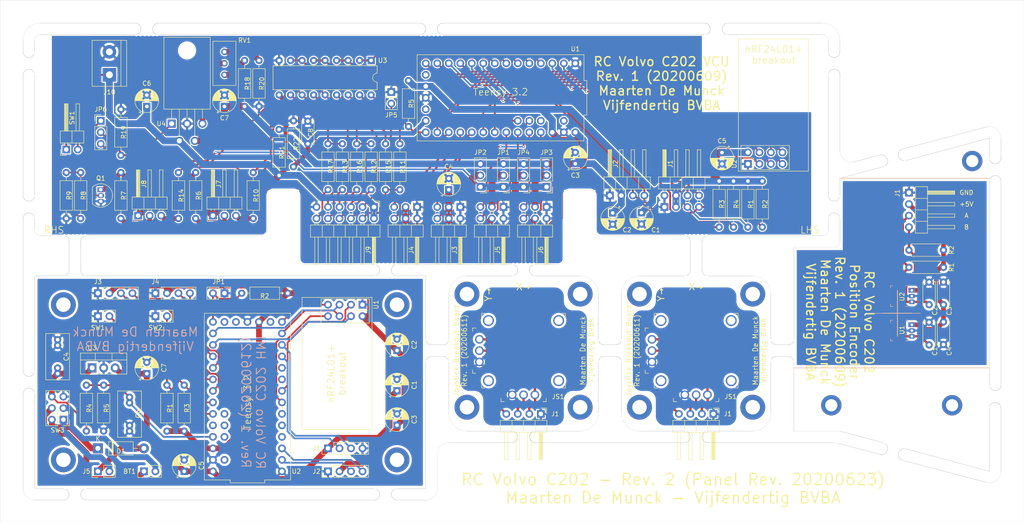
<source format=kicad_pcb>
(kicad_pcb (version 20211014) (generator pcbnew)
  (title_block (title "Earth Rover") (date "2020-06-23") (rev "2") (company "Vijfendertig BVBA") (comment 1 "Maarten De Munck") (comment 2 "Production Panel"))
  (layers (0 "F.Cu" signal) (31 "B.Cu" signal) (34 "B.Paste" user) (35 "F.Paste" user) (36 "B.SilkS" user "B.Silkscreen") (37 "F.SilkS" user "F.Silkscreen") (38 "B.Mask" user) (39 "F.Mask" user) (44 "Edge.Cuts" user))
  (net 0 "")
  (net 1 "GND")
  (net 2 "+3V3")
  (net 3 "+5V")
  (net 4 "+BATT")
  (net 5 "/BATTERY_MONITOR")
  (net 6 "/GPS_SERIAL_TX")
  (net 7 "/GPS_SERIAL_RX")
  (net 8 "/ENCODER_A")
  (net 9 "/ENCODER_B")
  (net 10 "/IMU_I2C_SCL")
  (net 11 "/IMU_I2C_SDA")
  (net 12 "/SENSOR_1")
  (net 13 "/SENSOR_2")
  (net 14 "/SENSOR_3")
  (net 15 "/STEERING")
  (net 16 "/SENSOR_4")
  (net 17 "/THROTTLE")
  (net 18 "/GEARBOX")
  (net 19 "/WINCH")
  (net 20 "/BEC")
  (net 21 "/RESET_EEPROM")
  (net 22 "Net-(JP6-Pad2)")
  (net 23 "Net-(JP6-Pad1)")
  (net 24 "Net-(Q1-Pad2)")
  (net 25 "Net-(Q1-Pad1)")
  (net 26 "Net-(R10-Pad2)")
  (net 27 "Net-(R11-Pad2)")
  (net 28 "/HEADLAMPS")
  (net 29 "Net-(R18-Pad2)")
  (net 30 "Net-(R20-Pad1)")
  (net 31 "Net-(RV1-Pad2)")
  (net 32 "/POSITION_LAMPS")
  (net 33 "/STOP_LAMPS")
  (net 34 "/LEFT_TURN_SIGNALS")
  (net 35 "/RIGHT_TURN_SIGNALS")
  (net 36 "/NRF24L01_IRQ")
  (net 37 "/NRF24L01_CE")
  (net 38 "/NRF24L01_MOSI")
  (net 39 "/NRF24L01_MISO")
  (net 40 "/NRF24L01_SCK")
  (net 41 "/NRF24L01_CSN")
  (net 42 "Net-(J6-Pad4)")
  (net 43 "Net-(J6-Pad3)")
  (net 44 "Net-(J7-Pad3)")
  (net 45 "Net-(J8-Pad3)")
  (net 46 "Net-(J8-Pad2)")
  (net 47 "Net-(J9-Pad3)")
  (net 48 "Net-(R13-Pad2)")
  (net 49 "Net-(R15-Pad2)")
  (net 50 "Net-(U1-Pad15)")
  (net 51 "Net-(U1-Pad18)")
  (net 52 "Net-(U1-Pad34)")
  (net 53 "Net-(U1-Pad35)")
  (net 54 "Net-(J5-Pad4)")
  (net 55 "Net-(J5-Pad3)")
  (net 56 "Net-(J7-Pad2)")
  (net 57 "Net-(J9-Pad4)")
  (net 58 "Net-(J9-Pad5)")
  (net 59 "Net-(J9-Pad6)")
  (net 60 "Net-(J9-Pad7)")
  (net 61 "Net-(J9-Pad8)")
  (net 62 "Net-(J9-Pad9)")
  (net 63 "Net-(J9-Pad10)")
  (net 64 "Net-(J9-Pad12)")
  (net 65 "Net-(C1-Pad1)")
  (net 66 "Net-(C2-Pad1)")
  (net 67 "Net-(C4-Pad1)")
  (net 68 "Net-(D1-Pad1)")
  (net 69 "/CHARGE_+")
  (net 70 "/NEXTION_TX")
  (net 71 "/NEXTION_RX")
  (net 72 "/JS_LEFT_X")
  (net 73 "/JS_LEFT_Y")
  (net 74 "/JS_RIGHT_Y")
  (net 75 "/JS_RIGHT_X")
  (net 76 "/CHARGE_GND")
  (net 77 "/BTN_LEFT")
  (net 78 "/BTN_RIGHT")
  (net 79 "Net-(U2-Pad4)")
  (net 80 "Net-(U2-Pad5)")
  (net 81 "Net-(U2-Pad6)")
  (net 82 "Net-(U2-Pad9)")
  (net 83 "Net-(U2-Pad10)")
  (net 84 "Net-(U2-Pad15)")
  (net 85 "Net-(U2-Pad18)")
  (net 86 "Net-(U2-Pad19)")
  (net 87 "Net-(U2-Pad29)")
  (net 88 "Net-(U2-Pad34)")
  (net 89 "Net-(U2-Pad35)")
  (net 90 "Net-(U2-Pad36)")
  (net 91 "Net-(U2-Pad37)")
  (net 92 "/BATT_GND")
  (net 93 "/BATT_+")
  (net 94 "/GND")
  (net 95 "/V+")
  (net 96 "/X")
  (net 97 "/Y")
  (footprint "Connector_PinHeader_2.54mm:PinHeader_1x04_P2.54mm_Horizontal" (layer "F.Cu") (at 303.53 112.395)
    (fp_text reference "J1")
    (fp_text value "Conn_01x04_Male")
  )
  (footprint "Resistor_THT:R_Axial_DIN0207_L6.3mm_D2.5mm_P7.62mm_Horizontal" (layer "F.Cu") (at 311.15 128.905 180)
    (fp_text reference "R1")
    (fp_text value "10kΩ")
  )
  (footprint "Capacitor_THT:C_Disc_D5.0mm_W2.5mm_P5.00mm" (layer "F.Cu") (at 307.975 146.05 90)
    (fp_text reference "C1")
    (fp_text value "4.7nF")
  )
  (footprint "earth-rover-custom-footprints:PG-SSO-3-2_W2.54mm_Horizontal_Down" (layer "F.Cu") (at 304.165 133.985)
    (fp_text reference "U2")
    (fp_text value "TLE4905L")
  )
  (footprint "earth-rover-custom-footprints:PG-SSO-3-2_W2.54mm_Horizontal_Down" (layer "F.Cu") (at 304.165 141.605)
    (fp_text reference "U1")
    (fp_text value "TLE4905L")
  )
  (footprint "Resistor_THT:R_Axial_DIN0207_L6.3mm_D2.5mm_P7.62mm_Horizontal" (layer "F.Cu") (at 311.15 125.095 180)
    (fp_text reference "R2")
    (fp_text value "10kΩ")
  )
  (footprint "Capacitor_THT:C_Disc_D5.0mm_W2.5mm_P5.00mm" (layer "F.Cu") (at 311.15 137.16 90)
    (fp_text reference "C3")
    (fp_text value "4.7nF")
  )
  (footprint "Capacitor_THT:C_Disc_D5.0mm_W2.5mm_P5.00mm" (layer "F.Cu") (at 311.15 140.97 -90)
    (fp_text reference "C4")
    (fp_text value "4.7nF")
  )
  (footprint "Capacitor_THT:C_Disc_D5.0mm_W2.5mm_P5.00mm" (layer "F.Cu") (at 307.975 137.16 90)
    (fp_text reference "C2")
    (fp_text value "4.7nF")
  )
  (footprint "Connector_PinHeader_2.54mm:PinHeader_2x04_P2.54mm_Horizontal" (layer "F.Cu") (at 249.555 115.57 90)
    (fp_text reference "J1")
    (fp_text value "Conn_02x04_Male_UnitPerRow" hide)
  )
  (footprint "earth-rover-footprints:Teensy_3.2" (layer "F.Cu") (at 213.36 91.44 180)
    (fp_text reference "U1")
    (fp_text value "Teensy3.2")
  )
  (footprint "Capacitor_THT:CP_Radial_D5.0mm_P2.50mm" (layer "F.Cu") (at 244.475 116.84 -90)
    (fp_text reference "C1")
    (fp_text value "10u")
  )
  (footprint "Capacitor_THT:CP_Radial_D5.0mm_P2.50mm" (layer "F.Cu") (at 238.125 116.88 -90)
    (fp_text reference "C2")
    (fp_text value "10u")
  )
  (footprint "Capacitor_THT:CP_Radial_D5.0mm_P2.50mm" (layer "F.Cu") (at 229.87 106.005 90)
    (fp_text reference "C3")
    (fp_text value "10u")
  )
  (footprint "Capacitor_THT:CP_Radial_D5.0mm_P2.50mm" (layer "F.Cu") (at 262.255 103.545 -90)
    (fp_text reference "C5")
    (fp_text value "10u")
  )
  (footprint "Capacitor_THT:CP_Radial_D5.0mm_P2.50mm" (layer "F.Cu") (at 135.255 93.345 90)
    (fp_text reference "C6")
    (fp_text value "10u")
  )
  (footprint "Capacitor_THT:CP_Radial_D5.0mm_P2.50mm" (layer "F.Cu") (at 152.4 93.345 90)
    (fp_text reference "C7")
    (fp_text value "22u")
  )
  (footprint "Capacitor_THT:C_Disc_D5.0mm_W2.5mm_P5.00mm" (layer "F.Cu") (at 170.815 101.6 90)
    (fp_text reference "C8")
    (fp_text value "100n")
  )
  (footprint "Connector_PinHeader_2.54mm:PinHeader_1x04_P2.54mm_Horizontal" (layer "F.Cu") (at 237.49 113.03 90)
    (fp_text reference "J2")
    (fp_text value "Conn_01x04_Male")
  )
  (footprint "Connector_PinHeader_2.54mm:PinHeader_2x03_P2.54mm_Horizontal" (layer "F.Cu") (at 204.47 115.57 -90)
    (fp_text reference "J3")
    (fp_text value "Conn_02x03_Male")
  )
  (footprint "Connector_PinHeader_2.54mm:PinHeader_2x03_P2.54mm_Horizontal" (layer "F.Cu") (at 194.945 115.57 -90)
    (fp_text reference "J4")
    (fp_text value "Conn_02x03_Male")
  )
  (footprint "Connector_PinHeader_2.54mm:PinHeader_2x03_P2.54mm_Horizontal" (layer "F.Cu") (at 213.995 115.57 -90)
    (fp_text reference "J5")
    (fp_text value "Conn_02x03_Male")
  )
  (footprint "Connector_PinHeader_2.54mm:PinHeader_2x03_P2.54mm_Horizontal" (layer "F.Cu") (at 223.52 115.57 -90)
    (fp_text reference "J6")
    (fp_text value "Conn_02x03_Male")
  )
  (footprint "Connector_PinHeader_2.54mm:PinHeader_1x03_P2.54mm_Horizontal" (layer "F.Cu") (at 149.86 117.475 90)
    (fp_text reference "J7")
    (fp_text value "Conn_01x03_Male" hide)
  )
  (footprint "Connector_PinHeader_2.54mm:PinHeader_1x03_P2.54mm_Horizontal" (layer "F.Cu") (at 133.35 117.475 90)
    (fp_text reference "J8")
    (fp_text value "Conn_01x03_Male" hide)
  )
  (footprint "TerminalBlock:TerminalBlock_bornier-2_P5.08mm" (layer "F.Cu") (at 127 86.36 90)
    (fp_text reference "J10")
    (fp_text value "Connector:Screw_Terminal_01x02" hide)
  )
  (footprint "Connector_PinHeader_2.54mm:PinHeader_1x03_P2.54mm_Vertical" (layer "F.Cu") (at 213.995 111.125 180)
    (fp_text reference "JP1")
    (fp_text value "Jumper_3_Bridged12")
  )
  (footprint "Connector_PinHeader_2.54mm:PinHeader_1x03_P2.54mm_Vertical" (layer "F.Cu") (at 208.915 111.125 180)
    (fp_text reference "JP2")
    (fp_text value "Jumper_3_Bridged12")
  )
  (footprint "Connector_PinHeader_2.54mm:PinHeader_1x03_P2.54mm_Vertical" (layer "F.Cu") (at 223.52 111.125 180)
    (fp_text reference "JP3")
    (fp_text value "Jumper_3_Bridged12")
  )
  (footprint "Connector_PinHeader_2.54mm:PinHeader_1x03_P2.54mm_Vertical" (layer "F.Cu") (at 218.44 111.125 180)
    (fp_text reference "JP4")
    (fp_text value "Jumper_3_Bridged12")
  )
  (footprint "Connector_PinHeader_2.54mm:PinHeader_1x02_P2.54mm_Vertical" (layer "F.Cu") (at 189.23 90.17)
    (fp_text reference "JP5")
    (fp_text value "Jumper_2_Open")
  )
  (footprint "Connector_PinHeader_2.54mm:PinHeader_1x03_P2.54mm_Vertical" (layer "F.Cu") (at 125.095 96.52)
    (fp_text reference "JP6")
    (fp_text value "Jumper_3_Bridged12" hide)
  )
  (footprint "Package_TO_SOT_THT:TO-92_Inline" (layer "F.Cu") (at 125.095 111.76 -90)
    (fp_text reference "Q1")
    (fp_text value "BC517")
  )
  (footprint "Resistor_THT:R_Axial_DIN0207_L6.3mm_D2.5mm_P10.16mm_Horizontal" (layer "F.Cu") (at 261.62 109.855 -90)
    (fp_text reference "R3")
    (fp_text value "10k")
  )
  (footprint "Resistor_THT:R_Axial_DIN0207_L6.3mm_D2.5mm_P10.16mm_Horizontal" (layer "F.Cu") (at 264.795 109.855 -90)
    (fp_text reference "R4")
    (fp_text value "10k")
  )
  (footprint "Resistor_THT:R_Axial_DIN0207_L6.3mm_D2.5mm_P10.16mm_Horizontal" (layer "F.Cu") (at 271.145 109.855 -90)
    (fp_text reference "R2")
    (fp_text value "10k")
  )
  (footprint "Resistor_THT:R_Axial_DIN0207_L6.3mm_D2.5mm_P10.16mm_Horizontal" (layer "F.Cu") (at 146.05 118.11 90)
    (fp_text reference "R6")
    (fp_text value "10E")
  )
  (footprint "Resistor_THT:R_Axial_DIN0207_L6.3mm_D2.5mm_P10.16mm_Horizontal" (layer "F.Cu") (at 129.54 118.11 90)
    (fp_text reference "R7")
    (fp_text value "10E")
  )
  (footprint "Resistor_THT:R_Axial_DIN0207_L6.3mm_D2.5mm_P10.16mm_Horizontal" (layer "F.Cu") (at 120.65 107.95 -90)
    (fp_text reference "R8")
    (fp_text value "10k")
  )
  (footprint "Resistor_THT:R_Axial_DIN0207_L6.3mm_D2.5mm_P10.16mm_Horizontal" (layer "F.Cu") (at 117.475 107.95 -90)
    (fp_text reference "R9")
    (fp_text value "100k")
  )
  (footprint "Resistor_THT:R_Axial_DIN0207_L6.3mm_D2.5mm_P10.16mm_Horizontal" (layer "F.Cu") (at 184.785 111.76 90)
    (fp_text reference "R12")
    (fp_text value "150E")
  )
  (footprint "Resistor_THT:R_Axial_DIN0207_L6.3mm_D2.5mm_P10.16mm_Horizontal" (layer "F.Cu") (at 178.435 111.76 90)
    (fp_text reference "R13")
    (fp_text value "150E")
  )
  (footprint "Resistor_THT:R_Axial_DIN0207_L6.3mm_D2.5mm_P10.16mm_Horizontal" (layer "F.Cu") (at 142.24 118.11 90)
    (fp_text reference "R14")
    (fp_text value "330E")
  )
  (footprint "Resistor_THT:R_Axial_DIN0207_L6.3mm_D2.5mm_P10.16mm_Horizontal" (layer "F.Cu") (at 187.96 111.76 90)
    (fp_text reference "R15")
    (fp_text value "82E")
  )
  (footprint "Resistor_THT:R_Axial_DIN0207_L6.3mm_D2.5mm_P10.16mm_Horizontal" (layer "F.Cu") (at 181.61 111.76 90)
    (fp_text reference "R16")
    (fp_text value "330E")
  )
  (footprint "Resistor_THT:R_Axial_DIN0207_L6.3mm_D2.5mm_P10.16mm_Horizontal" (layer "F.Cu") (at 175.26 111.76 90)
    (fp_text reference "R17")
    (fp_text value "330E")
  )
  (footprint "Resistor_THT:R_Axial_DIN0207_L6.3mm_D2.5mm_P10.16mm_Horizontal" (layer "F.Cu") (at 156.845 93.345 90)
    (fp_text reference "R18")
    (fp_text value "820E")
  )
  (footprint "Resistor_THT:R_Axial_DIN0207_L6.3mm_D2.5mm_P10.16mm_Horizontal" (layer "F.Cu") (at 160.02 83.185 -90)
    (fp_text reference "R20")
    (fp_text value "240E")
  )
  (footprint "Potentiometer_THT:Potentiometer_Bourns_3296W_Vertical" (layer "F.Cu") (at 152.4 86.36 -90)
    (fp_text reference "RV1")
    (fp_text value "100E")
  )
  (footprint "Resistor_THT:R_Axial_DIN0207_L6.3mm_D2.5mm_P10.16mm_Horizontal" (layer "F.Cu") (at 129.54 104.14 90)
    (fp_text reference "R19")
    (fp_text value "10k")
  )
  (footprint "Connector_PinHeader_2.54mm:PinHeader_1x02_P2.54mm_Horizontal" (layer "F.Cu") (at 117.475 102.87 90)
    (fp_text reference "SW1")
    (fp_text value "SW_SPST")
  )
  (footprint "Package_DIP:DIP-18_W7.62mm" (layer "F.Cu") (at 184.785 83.185 -90)
    (fp_text reference "U3")
    (fp_text value "ULN2803A")
  )
  (footprint "Resistor_THT:R_Axial_DIN0207_L6.3mm_D2.5mm_P10.16mm_Horizontal" (layer "F.Cu") (at 191.135 111.76 90)
    (fp_text reference "R11")
    (fp_text value "470E")
  )
  (footprint "Resistor_THT:R_Axial_DIN0207_L6.3mm_D2.5mm_P10.16mm_Horizontal" (layer "F.Cu") (at 164.465 108.585 90)
    (fp_text reference "R21")
    (fp_text value "270k, 1%")
  )
  (footprint "Package_TO_SOT_THT:TO-220-5_P3.4x3.8mm_StaggerEven_Lead7.13mm_TabDown" (layer "F.Cu") (at 140.745 97.155)
    (fp_text reference "U4")
    (fp_text value "MIC29502WT")
  )
  (footprint "Resistor_THT:R_Axial_DIN0207_L6.3mm_D2.5mm_P10.16mm_Horizontal" (layer "F.Cu") (at 193.04 87.63 -90)
    (fp_text reference "R5")
    (fp_text value "10k")
  )
  (footprint "Resistor_THT:R_Axial_DIN0207_L6.3mm_D2.5mm_P10.16mm_Horizontal" (layer "F.Cu") (at 167.64 106.68 90)
    (fp_text reference "R22")
    (fp_text value "100k, 1%")
  )
  (footprint "Resistor_THT:R_Axial_DIN0207_L6.3mm_D2.5mm_P10.16mm_Horizontal" (layer "F.Cu") (at 267.97 109.855 -90)
    (fp_text reference "R1")
    (fp_text value "10k")
  )
  (footprint "Resistor_THT:R_Axial_DIN0207_L6.3mm_D2.5mm_P10.16mm_Horizontal" (layer "F.Cu") (at 158.75 118.11 90)
    (fp_text reference "R10")
    (fp_text value "330E")
  )
  (footprint "Capacitor_THT:CP_Radial_D5.0mm_P2.50mm" (layer "F.Cu") (at 201.93 111.76 90)
    (fp_text reference "C4")
    (fp_text value "10u")
  )
  (footprint "Connector_PinHeader_2.54mm:PinHeader_2x06_P2.54mm_Horizontal" (layer "F.Cu") (at 185.42 115.57 -90)
    (fp_text reference "J9")
    (fp_text value "Conn_02x06_Male_UnitPerRow" hide)
  )
  (footprint "Capacitor_THT:CP_Radial_D5.0mm_P2.50mm" (layer "F.Cu") (at 190.5 156.17 90)
    (fp_text reference "C1")
    (fp_text value "10u")
  )
  (footprint "Capacitor_THT:CP_Radial_D5.0mm_P2.50mm" (layer "F.Cu") (at 190.5 163.79 90)
    (fp_text reference "C3")
    (fp_text value "10u")
  )
  (footprint "Capacitor_THT:C_Rect_L10.0mm_W5.0mm_P5.00mm_P7.50mm" (layer "F.Cu") (at 115.57 152.4 90)
    (fp_text reference "C4")
    (fp_text value "470n")
  )
  (footprint "Capacitor_THT:CP_Radial_D5.0mm_P2.50mm" (layer "F.Cu") (at 143.51 173.99 90)
    (fp_text reference "C5")
    (fp_text value "10u")
  )
  (footprint "Capacitor_THT:C_Rect_L10.0mm_W5.0mm_P5.00mm_P7.50mm" (layer "F.Cu") (at 131.445 157.6 -90)
    (fp_text reference "C6")
    (fp_text value "100n")
  )
  (footprint "Capacitor_THT:CP_Radial_D5.0mm_P2.50mm" (layer "F.Cu") (at 135.255 152.4 90)
    (fp_text reference "C7")
    (fp_text value "47u")
  )
  (footprint "Connector_PinHeader_2.54mm:PinHeader_1x04_P2.54mm_Vertical" (layer "F.Cu") (at 175.26 173.99 90)
    (fp_text reference "J2")
    (fp_text value "Conn_01x04_Male")
  )
  (footprint "Connector_PinHeader_2.54mm:PinHeader_1x04_P2.54mm_Vertical" (layer "F.Cu") (at 124.46 134.62 90)
    (fp_text reference "J3")
    (fp_text value "Conn_01x04_Male")
  )
  (footprint "Connector_PinHeader_2.54mm:PinHeader_1x04_P2.54mm_Vertical" (layer "F.Cu") (at 137.16 134.62 90)
    (fp_text reference "J4")
    (fp_text value "Conn_01x04_Male")
  )
  (footprint "Connector_PinHeader_2.54mm:PinHeader_1x02_P2.54mm_Vertical" (layer "F.Cu") (at 152.4 134.62 -90)
    (fp_text reference "JP1")
    (fp_text value "Jumper_2_Open")
  )
  (footprint "Resistor_THT:R_Axial_DIN0207_L6.3mm_D2.5mm_P10.16mm_Horizontal" (layer "F.Cu") (at 139.7 165.1 90)
    (fp_text reference "R1")
    (fp_text value "10k")
  )
  (footprint "Resistor_THT:R_Axial_DIN0207_L6.3mm_D2.5mm_P10.16mm_Horizontal" (layer "F.Cu") (at 121.92 154.94 -90)
    (fp_text reference "R4")
    (fp_text value "220k, 1%")
  )
  (footprint "Resistor_THT:R_Axial_DIN0207_L6.3mm_D2.5mm_P10.16mm_Horizontal" (layer "F.Cu") (at 125.73 165.1 90)
    (fp_text reference "R5")
    (fp_text value "100k, 1%")
  )
  (footprint "Connector_PinHeader_2.54mm:PinHeader_1x02_P2.54mm_Vertical" (layer "F.Cu") (at 124.46 139.7 90)
    (fp_text reference "SW1")
    (fp_text value "SW_Push")
  )
  (footprint "Connector_PinHeader_2.54mm:PinHeader_1x02_P2.54mm_Vertical" (layer "F.Cu") (at 137.16 139.7 90)
    (fp_text reference "SW2")
    (fp_text value "SW_Push")
  )
  (footprint "earth-rover-footprints:Teensy_3.2" (layer "F.Cu") (at 157.48 157.48 90)
    (fp_text reference "U2")
    (fp_text value "Teensy3.2")
  )
  (footprint "Package_TO_SOT_THT:TO-220-3_Vertical" (layer "F.Cu") (at 123.19 151.13)
    (fp_text reference "U3")
    (fp_text value "LM2940CT-5.0")
  )
  (footprint "Resistor_THT:R_Axial_DIN0207_L6.3mm_D2.5mm_P10.16mm_Horizontal" (layer "F.Cu") (at 166.37 134.62 180)
    (fp_text reference "R2")
    (fp_text value "10k")
  )
  (footprint "Diode_THT:D_DO-41_SOD81_P10.16mm_Horizontal" (layer "F.Cu") (at 124.46 168.91)
    (fp_text reference "D1")
    (fp_text value "1N4001")
  )
  (footprint "earth-rover-footprints:PinHeader_2x03_P2.54mm_Vertical_Switch_DPDT" (layer "F.Cu") (at 116.84 162.56 180)
    (fp_text reference "SW3")
    (fp_text value "SW_DPDT_x2")
  )
  (footprint "Capacitor_THT:CP_Radial_D5.0mm_P2.50mm" (layer "F.Cu") (at 190.5 147.28 90)
    (fp_text reference "C2")
    (fp_text value "10u")
  )
  (footprint "Connector_PinHeader_2.54mm:PinHeader_1x02_P2.54mm_Vertical" (layer "F.Cu") (at 124.46 173.99 90)
    (fp_text reference "J5")
    (fp_text value "5.4mm/2.5mm")
  )
  (footprint "Resistor_THT:R_Axial_DIN0207_L6.3mm_D2.5mm_P10.16mm_Horizontal" (layer "F.Cu") (at 143.51 165.1 90)
    (fp_text reference "R3")
    (fp_text value "10k")
  )
  (footprint "Connector_PinHeader_2.54mm:PinHeader_1x04_P2.54mm_Vertical" (layer "F.Cu") (at 175.26 168.91 90)
    (fp_text reference "J1")
    (fp_text value "Conn_01x04_Male")
  )
  (footprint "Connector_PinHeader_2.54mm:PinHeader_1x02_P2.54mm_Vertical" (layer "F.Cu") (at 134.62 173.99 90)
    (fp_text reference "BT1")
    (fp_text value "6x NiMH AA")
  )
  (footprint "Connector_PinHeader_2.54mm:PinHeader_1x04_P2.54mm_Horizontal" (layer "F.Cu") (at 260.35 161.29 -90)
    (fp_text reference "J1")
    (fp_text value "Conn_01x04_Male")
  )
  (footprint "MountingHole:MountingHole_3.2mm_M3_ISO14580_Pad" (layer "F.Cu") (at 269.04 159.82)
    (fp_text reference "REF**" hide)
    (fp_text value "MountingHole_3.2mm_M3_ISO14580_Pad" hide)
  )
  (footprint "MountingHole:MountingHole_3.2mm_M3_ISO14580_Pad" (layer "F.Cu") (at 244.04 134.82)
    (fp_text reference "REF**" hide)
    (fp_text value "MountingHole_3.2mm_M3_ISO14580_Pad" hide)
  )
  (footprint "MountingHole:MountingHole_3.2mm_M3_ISO14580_Pad" (layer "F.Cu") (at 244.04 159.82)
    (fp_text reference "REF**" hide)
    (fp_text value "MountingHole_3.2mm_M3_ISO14580_Pad" hide)
  )
  (footprint "earth-rover-footprints:Alps_RKJXK122000D" (layer "F.Cu") (at 256.54 147.32 180)
    (fp_text reference "JS1")
    (fp_text value "Alps Alpine RKJXK122000D")
  )
  (footprint "MountingHole:MountingHole_3.2mm_M3_ISO14580_Pad" (layer "F.Cu") (at 269.04 134.82)
    (fp_text reference "REF**" hide)
    (fp_text value "MountingHole_3.2mm_M3_ISO14580_Pad" hide)
  )
  (footprint "MountingHole:MountingHole_3.2mm_M3_ISO14580_Pad" (layer "F.Cu") (at 230.94 134.82)
    (fp_text reference "REF**" hide)
    (fp_text value "MountingHole_3.2mm_M3_ISO14580_Pad" hide)
  )
  (footprint "MountingHole:MountingHole_3.2mm_M3_ISO14580_Pad" (layer "F.Cu") (at 205.94 159.82)
    (fp_text reference "REF**" hide)
    (fp_text value "MountingHole_3.2mm_M3_ISO14580_Pad" hide)
  )
  (footprint "earth-rover-footprints:Alps_RKJXK122000D" (layer "F.Cu") (at 218.44 147.32 180)
    (fp_text reference "JS1")
    (fp_text value "Alps Alpine RKJXK122000D")
  )
  (footprint "MountingHole:MountingHole_2.7mm_M2.5_ISO14580_Pad" (layer "F.Cu") (at 317.5 105.41 -90)
    (fp_text reference "REF**" hide)
    (fp_text value "MountingHole_2.7mm_M2.5_ISO14580_Pad" hide)
  )
  (footprint "MountingHole:MountingHole_2.7mm_M2.5_ISO14580_Pad" (layer "F.Cu") (at 313.055 159.385 -90)
    (fp_text reference "REF**" hide)
    (fp_text value "MountingHole_2.7mm_M2.5_ISO14580_Pad" hide)
  )
  (footprint "MountingHole:MountingHole_2.7mm_M2.5_ISO14580_Pad" (layer "F.Cu") (at 286.385 159.385 -90)
    (fp_text reference "REF**" hide)
    (fp_text value "MountingHole_2.7mm_M2.5_ISO14580_Pad" hide)
  )
  (footprint "Connector_PinHeader_2.54mm:PinHeader_1x04_P2.54mm_Horizontal" (layer "F.Cu") (at 222.25 161.29 -90)
    (fp_text reference "J1")
    (fp_text value "Conn_01x04_Male")
  )
  (footprint "MountingHole:MountingHole_3.2mm_M3_ISO14580_Pad" (layer "F.Cu") (at 205.94 134.82)
    (fp_text reference "REF**" hide)
    (fp_text value "MountingHole_3.2mm_M3_ISO14580_Pad" hide)
  )
  (footprint "MountingHole:MountingHole_3.2mm_M3_ISO14580_Pad" (layer "F.Cu") (at 230.94 159.82)
    (fp_text reference "REF**" hide)
    (fp_text value "MountingHole_3.2mm_M3_ISO14580_Pad" hide)
  )
  (footprint "earth-rover-footprints:nRF24L01_Breakout_LargerHoles" (layer "F.Cu") (at 267.97 106.045 90)
    (fp_text reference "U2")
    (fp_text value "NRF24L01+ breakout")
  )
  (footprint "MountingHole:MountingHole_3.2mm_M3_ISO14580_Pad" (layer "F.Cu") (at 190.5 171.45)
    (fp_text reference "REF**" hide)
    (fp_text value "MountingHole_3.2mm_M3_ISO14580_Pad" hide)
  )
  (footprint "MountingHole:MountingHole_3.2mm_M3_ISO14580_Pad" (layer "F.Cu") (at 116.84 171.45)
    (fp_text reference "REF**" hide)
    (fp_text value "MountingHole_3.2mm_M3_ISO14580_Pad" hide)
  )
  (footprint "MountingHole:MountingHole_3.2mm_M3_ISO14580_Pad" (layer "F.Cu") (at 190.5 137.16)
    (fp_text reference "REF**" hide)
    (fp_text value "MountingHole_3.2mm_M3_ISO14580_Pad" hide)
  )
  (footprint "MountingHole:MountingHole_3.2mm_M3_ISO14580_Pad" (layer "F.Cu") (at 116.84 137.16)
    (fp_text reference "REF**" hide)
    (fp_text value "MountingHole_3.2mm_M3_ISO14580_Pad" hide)
  )
  (footprint "earth-rover-footprints:nRF24L01_Breakout_LargerHoles" (layer "F.Cu") (at 182.88 137.16 -90)
    (fp_text reference "U1")
    (fp_text value "NRF24L01+")
  )
  (footprint "holes" (layer "F.Cu") (at 302.653324 105.508293)
    (fp_text reference "")
    (fp_text value "")
  )
  (footprint "holes" (layer "F.Cu") (at 298.211507 167.615834)
    (fp_text reference "")
    (fp_text value "")
  )
  (footprint "holes" (layer "F.Cu") (at 254.24 164.95)
    (fp_text reference "")
    (fp_text value "")
  )
  (footprint "holes" (layer "F.Cu") (at 240.19 145.02)
    (fp_text reference "")
    (fp_text value "")
  )
  (footprint "holes" (layer "F.Cu") (at 258.84 130.97)
    (fp_text reference "")
    (fp_text value "")
  )
  (footprint "holes" (layer "F.Cu") (at 234.79 149.620003)
    (fp_text reference "")
    (fp_text value "")
  )
  (footprint "holes" (layer "F.Cu") (at 110.64 152.005015)
    (fp_text reference "")
    (fp_text value "")
  )
  (footprint "holes" (layer "F.Cu") (at 185.660027 177.65)
    (fp_text reference "")
    (fp_text value "")
  )
  (footprint "holes" (layer "F.Cu") (at 285.6 117.869995)
    (fp_text reference "")
    (fp_text value "")
  )
  (footprint "holes" (layer "F.Cu") (at 185.659997 128.12)
    (fp_text reference "")
    (fp_text value "")
  )
  (footprint "holes" (layer "F.Cu") (at 263.284985 77.62)
    (fp_text reference "")
    (fp_text value "")
  )
  (footprint "holes" (layer "F.Cu") (at 321.16 159.779985)
    (fp_text reference "")
    (fp_text value "")
  )
  (footprint "holes" (layer "F.Cu") (at 117.079997 177.65)
    (fp_text reference "")
    (fp_text value "")
  )
  (footprint "holes" (layer "F.Cu") (at 200.419905 77.62)
    (fp_text reference "")
    (fp_text value "")
  )
  (footprint "holes" (layer "F.Cu") (at 254.240015 121.77)
    (fp_text reference "")
    (fp_text value "")
  )
  (footprint "holes" (layer "F.Cu") (at 117.079992 121.77)
    (fp_text reference "")
    (fp_text value "")
  )
  (footprint "holes" (layer "F.Cu") (at 121.679973 130.96)
    (fp_text reference "")
    (fp_text value "")
  )
  (footprint "holes" (layer "F.Cu") (at 220.74 130.97)
    (fp_text reference "")
    (fp_text value "")
  )
  (footprint "holes" (layer "F.Cu") (at 196.7 149.61997)
    (fp_text reference "")
    (fp_text value "")
  )
  (footprint "holes" (layer "F.Cu") (at 285.6 86.12002)
    (fp_text reference "")
    (fp_text value "")
  )
  (footprint "holes" (layer "F.Cu") (at 216.14 164.95)
    (fp_text reference "")
    (fp_text value "")
  )
  (footprint "holes" (layer "F.Cu") (at 190.260003 130.96)
    (fp_text reference "")
    (fp_text value "")
  )
  (footprint "holes" (layer "F.Cu") (at 278.28 145.019972)
    (fp_text reference "")
    (fp_text value "")
  )
  (footprint "holes" (layer "F.Cu") (at 110.64 113.26998)
    (fp_text reference "")
    (fp_text value "")
  )
  (footprint "holes" (layer "F.Cu") (at 272.89 149.620003)
    (fp_text reference "")
    (fp_text value "")
  )
  (footprint "holes" (layer "F.Cu") (at 137.55502 77.62)
    (fp_text reference "")
    (fp_text value "")
  )
  (footprint "holes" (layer "F.Cu") (at 288.44 113.270005)
    (fp_text reference "")
    (fp_text value "")
  )
  (footprint "holes" (layer "F.Cu") (at 321.16 109.615028)
    (fp_text reference "")
    (fp_text value "")
  )
  (footprint "holes" (layer "F.Cu") (at 110.64 81.520005)
    (fp_text reference "")
    (fp_text value "")
  )
  (footprint "holes" (layer "F.Cu") (at 216.13999 128.12)
    (fp_text reference "")
    (fp_text value "")
  )
  (footprint "holes" (layer "F.Cu") (at 202.09 145.02)
    (fp_text reference "")
    (fp_text value "")
  )
  (gr_line (start 321.31 109.22) (end 288.29 109.22) (layer "B.SilkS") (width 0.12))
  (gr_line (start 306.07 139.065) (end 295.91 139.065) (layer "B.SilkS") (width 0.12))
  (gr_line (start 300.99 133.985) (end 300.99 144.145) (layer "B.SilkS") (width 0.12))
  (gr_line (start 321.31 151.13) (end 278.13 151.13) (layer "B.SilkS") (width 0.12))
  (gr_line (start 300.99 133.985) (end 300.99 144.145) (layer "F.SilkS") (width 0.12))
  (gr_line (start 304.165 139.065) (end 297.815 139.065) (layer "F.SilkS") (width 0.12))
  (gr_line (start 321.31 151.13) (end 297.815 151.13) (layer "F.SilkS") (width 0.12))
  (gr_line (start 288.29 109.22) (end 321.31 109.22) (layer "F.SilkS") (width 0.12))
  (gr_line (start 228.6 111.76) (end 233.045 111.76) (layer "Edge.Cuts") (width 0.05))
  (gr_line (start 161.925 120.65) (end 161.925 113.03) (layer "Edge.Cuts") (width 0.05))
  (gr_line (start 163.195 111.76) (end 167.64 111.76) (layer "Edge.Cuts") (width 0.05))
  (gr_line (start 288.29 165.1) (end 278.13 165.1) (layer "Edge.Cuts") (width 0.05))
  (gr_arc (start 244.04 165.1) (mid 241.211573 163.928427) (end 240.04 161.1) (layer "Edge.Cuts") (width 0.05))
  (gr_arc (start 240.04 134.82) (mid 241.211573 131.991573) (end 244.04 130.82) (layer "Edge.Cuts") (width 0.05))
  (gr_arc (start 269.04 130.82) (mid 271.868427 131.991573) (end 273.04 134.82) (layer "Edge.Cuts") (width 0.05))
  (gr_arc (start 273.04 161.1) (mid 271.868427 163.928427) (end 269.04 165.1) (layer "Edge.Cuts") (width 0.05))
  (gr_arc (start 230.94 130.82) (mid 233.768427 131.991573) (end 234.94 134.82) (layer "Edge.Cuts") (width 0.05))
  (gr_arc (start 201.94 134.82) (mid 203.111573 131.991573) (end 205.94 130.82) (layer "Edge.Cuts") (width 0.05))
  (gr_arc (start 205.94 165.1) (mid 203.111573 163.928427) (end 201.94 161.1) (layer "Edge.Cuts") (width 0.05))
  (gr_arc (start 234.94 161.1) (mid 233.768427 163.928427) (end 230.94 165.1) (layer "Edge.Cuts") (width 0.05))
  (gr_line (start 328.93 69.85) (end 102.87 69.85) (layer "Edge.Cuts") (width 0.05))
  (gr_line (start 199.39 170.18) (end 199.39 177.8) (layer "Edge.Cuts") (width 0.05))
  (gr_line (start 258.967537 75.048121) (end 259.056231 75.09431) (layer "Edge.Cuts") (width 0.1))
  (gr_line (start 273.383127 149.008665) (end 273.454878 148.939009) (layer "Edge.Cuts") (width 0.1))
  (gr_line (start 301.55304 104.88664) (end 301.690691 105.017788) (layer "Edge.Cuts") (width 0.1))
  (gr_line (start 262.482961 76.896099) (end 262.432362 76.809844) (layer "Edge.Cuts") (width 0.1))
  (gr_line (start 118.074905 179.203845) (end 118.079944 179.103971) (layer "Edge.Cuts") (width 0.1))
  (gr_line (start 121.397471 122.038121) (end 121.308777 122.08431) (layer "Edge.Cuts") (width 0.1))
  (gr_line (start 287.53982 82.41617) (end 287.446604 82.452377) (layer "Edge.Cuts") (width 0.1))
  (gr_line (start 322.06018 156.076137) (end 322.153396 156.112344) (layer "Edge.Cuts") (width 0.1))
  (gr_line (start 190.069548 130.73083) (end 189.977446 130.691879) (layer "Edge.Cuts") (width 0.1))
  (gr_line (start 258.967537 77.351879) (end 259.056231 77.30569) (layer "Edge.Cuts") (width 0.1))
  (gr_line (start 220.059006 130.405122) (end 219.995308 130.328033) (layer "Edge.Cuts") (width 0.1))
  (gr_line (start 286.986029 85.120073) (end 287.053971 85.120066) (layer "Edge.Cuts") (width 0.1))
  (gr_line (start 257.858098 129.782997) (end 257.845092 129.683845) (layer "Edge.Cuts") (width 0.1))
  (gr_line (start 220.644514 167.592294) (end 220.549593 167.56083) (layer "Edge.Cuts") (width 0.1))
  (gr_line (start 277.715122 145.700966) (end 277.638033 145.764664) (layer "Edge.Cuts") (width 0.1))
  (gr_line (start 136.874026 75.344878) (end 136.810328 75.421967) (layer "Edge.Cuts") (width 0.1))
  (gr_line (start 301.225764 170.726613) (end 301.198812 170.630312) (layer "Edge.Cuts") (width 0.1))
  (gr_line (start 286.241967 114.014697) (end 286.323901 114.072029) (layer "Edge.Cuts") (width 0.1))
  (gr_line (start 254.238402 130.79607) (end 254.335534 130.772294) (layer "Edge.Cuts") (width 0.1))
  (gr_line (start 108.793396 114.202352) (end 108.889208 114.230992) (layer "Edge.Cuts") (width 0.1))
  (gr_line (start 216.992623 130.159844) (end 217.036165 130.06982) (layer "Edge.Cuts") (width 0.1))
  (gr_line (start 288.26607 86.121611) (end 288.242294 86.024479) (layer "Edge.Cuts") (width 0.1))
  (gr_line (start 273.700156 148.76738) (end 273.79018 148.723838) (layer "Edge.Cuts") (width 0.1))
  (gr_line (start 321.883901 155.981996) (end 321.970156 156.032595) (layer "Edge.Cuts") (width 0.1))
  (gr_line (start 219.778988 129.880792) (end 219.758098 129.782997) (layer "Edge.Cuts") (width 0.1))
  (gr_line (start 323.506873 159.168647) (end 323.435122 159.098991) (layer "Edge.Cuts") (width 0.1))
  (gr_line (start 302.807451 105.311455) (end 321.31 100.33) (layer "Edge.Cuts") (width 0.1))
  (gr_line (start 136.658855 76.71982) (end 136.622648 76.626604) (layer "Edge.Cuts") (width 0.1))
  (gr_line (start 196.501089 77.055122) (end 196.564787 76.978033) (layer "Edge.Cuts") (width 0.1))
  (gr_line (start 219.779036 166.700792) (end 219.758146 166.602997) (layer "Edge.Cuts") (width 0.1))
  (gr_line (start 258.158999 167.225123) (end 258.095301 167.148034) (layer "Edge.Cuts") (width 0.1))
  (gr_line (start 285.967441 113.725974) (end 286.027174 113.806174) (layer "Edge.Cuts") (width 0.1))
  (gr_line (start 298.853576 105.50252) (end 298.856323 105.402555) (layer "Edge.Cuts") (width 0.1))
  (gr_line (start 108.610156 152.857555) (end 108.70018 152.901097) (layer "Edge.Cuts") (width 0.1))
  (gr_line (start 254.85133 167.296874) (end 254.920986 167.225123) (layer "Edge.Cuts") (width 0.1))
  (gr_line (start 201.525122 148.939009) (end 201.448033 148.875311) (layer "Edge.Cuts") (width 0.1))
  (gr_line (start 297.979388 167.708682) (end 288.29 165.1) (layer "Edge.Cuts") (width 0.1))
  (gr_line (start 259.537603 75.590156) (end 259.581145 75.68018) (layer "Edge.Cuts") (width 0.1))
  (gr_line (start 298.673631 106.069056) (end 298.72224 105.981663) (layer "Edge.Cuts") (width 0.1))
  (gr_line (start 301.40899 103.244113) (end 301.353129 103.327057) (layer "Edge.Cuts") (width 0.1))
  (gr_line (start 323.435122 155.860966) (end 323.358033 155.924664) (layer "Edge.Cuts") (width 0.1))
  (gr_line (start 189.260056 129.573971) (end 189.260081 129.506029) (layer "Edge.Cuts") (width 0.1))
  (gr_line (start 108.293127 155.993647) (end 108.364878 155.923991) (layer "Edge.Cuts") (width 0.1))
  (gr_line (start 301.36303 104.65531) (end 301.420122 104.737411) (layer "Edge.Cuts") (width 0.1))
  (gr_line (start 302.609649 105.339927) (end 302.509675 105.34222) (layer "Edge.Cuts") (width 0.1))
  (gr_line (start 120.718946 178.739208) (end 120.698056 178.837003) (layer "Edge.Cuts") (width 0.1))
  (gr_line (start 257.845092 129.683845) (end 257.840053 129.583971) (layer "Edge.Cuts") (width 0.1))
  (gr_line (start 302.213126 105.301303) (end 302.11751 105.272023) (layer "Edge.Cuts") (width 0.1))
  (gr_line (start 121.143804 130.532826) (end 121.068635 130.466873) (layer "Edge.Cuts") (width 0.1))
  (gr_line (start 286.50018 114.16617) (end 286.593396 114.202377) (layer "Edge.Cuts") (width 0.1))
  (gr_line (start 235.058121 149.337446) (end 235.10431 149.248752) (layer "Edge.Cuts") (width 0.1))
  (gr_line (start 323.506873 109.00369) (end 323.435122 108.934034) (layer "Edge.Cuts") (width 0.1))
  (gr_line (start 259.645992 76.530792) (end 259.666882 76.432997) (layer "Edge.Cuts") (width 0.1))
  (gr_line (start 286.689208 116.908983) (end 286.787003 116.888093) (layer "Edge.Cuts") (width 0.1))
  (gr_line (start 257.840053 129.583971) (end 257.840056 123.156029) (layer "Edge.Cuts") (width 0.1))
  (gr_line (start 286.787003 116.888093) (end 286.886155 116.875087) (layer "Edge.Cuts") (width 0.1))
  (gr_line (start 201.596873 145.631338) (end 201.525122 145.700994) (layer "Edge.Cuts") (width 0.1))
  (gr_line (start 117.882016 122.493901) (end 117.932615 122.580156) (layer "Edge.Cuts") (width 0.1))
  (gr_line (start 186.659989 129.573971) (end 186.659944 129.506029) (layer "Edge.Cuts") (width 0.1))
  (gr_line (start 196.01055 77.39083) (end 196.102652 77.351879) (layer "Edge.Cuts") (width 0.1))
  (gr_line (start 262.303083 76.432997) (end 262.290077 76.333845) (layer "Edge.Cuts") (width 0.1))
  (gr_line (start 108.227174 117.333861) (end 108.293127 117.258692) (layer "Edge.Cuts") (width 0.1))
  (gr_line (start 322.446155 156.17488) (end 322.546029 156.179919) (layer "Edge.Cuts") (width 0.1))
  (gr_line (start 118.041004 122.859208) (end 118.061894 122.957003) (layer "Edge.Cuts") (width 0.1))
  (gr_line (start 255.136165 130.06982) (end 255.172372 129.976604) (layer "Edge.Cuts") (width 0.1))
  (gr_line (start 117.078394 121.94393) (end 117.175526 121.967706) (layer "Edge.Cuts") (width 0.1))
  (gr_line (start 108.068121 152.287489) (end 108.11431 152.376183) (layer "Edge.Cuts") (width 0.1))
  (gr_line (start 201.94 144.82) (end 201.94 134.82) (layer "Edge.Cuts") (width 0.1))
  (gr_line (start 109.353845 152.999923) (end 109.253971 153.004962) (layer "Edge.Cuts") (width 0.1))
  (gr_line (start 255.172364 166.796605) (end 255.201004 166.700793) (layer "Edge.Cuts") (width 0.1))
  (gr_line (start 277.556099 148.817979) (end 277.469844 148.76738) (layer "Edge.Cuts") (width 0.1))
  (gr_line (start 258.48498 74.93) (end 258.58466 74.937994) (layer "Edge.Cuts") (width 0.1))
  (gr_line (start 201.77569 145.391251) (end 201.722559 145.475969) (layer "Edge.Cuts") (width 0.1))
  (gr_line (start 116.979677 130.802006) (end 117.078399 130.78607) (layer "Edge.Cuts") (width 0.1))
  (gr_line (start 217.121902 166.137003) (end 217.134908 166.236155) (layer "Edge.Cuts") (width 0.1))
  (gr_line (start 278.082294 149.524469) (end 278.05083 149.429548) (layer "Edge.Cuts") (width 0.1))
  (gr_line (start 186.556162 129.02018) (end 186.592369 129.113396) (layer "Edge.Cuts") (width 0.1))
  (gr_line (start 186.271365 178.143127) (end 186.341021 178.214878) (layer "Edge.Cuts") (width 0.1))
  (gr_line (start 321.883901 108.813004) (end 321.970156 108.762405) (layer "Edge.Cuts") (width 0.1))
  (gr_line (start 189.579009 178.214878) (end 189.515311 178.291967) (layer "Edge.Cuts") (width 0.1))
  (gr_line (start 254.43047 121.99917) (end 254.522572 122.038121) (layer "Edge.Cuts") (width 0.1))
  (gr_line (start 278.011879 145.302529) (end 277.96569 145.391223) (layer "Edge.Cuts") (width 0.1))
  (gr_line (start 298.073563 167.742315) (end 298.164748 167.783368) (layer "Edge.Cuts") (width 0.1))
  (gr_line (start 217.121917 166.602997) (end 217.134923 166.503845) (layer "Edge.Cuts") (width 0.1))
  (gr_line (start 109.916099 117.067971) (end 109.829844 117.017372) (layer "Edge.Cuts") (width 0.1))
  (gr_line (start 197.887003 148.638068) (end 197.986155 148.625062) (layer "Edge.Cuts") (width 0.1))
  (gr_line (start 321.33393 159.781583) (end 321.357706 159.684451) (layer "Edge.Cuts") (width 0.1))
  (gr_line (start 185.942584 180.221879) (end 186.031278 180.17569) (layer "Edge.Cuts") (width 0.1))
  (gr_line (start 216.821009 167.225122) (end 216.884707 167.148033) (layer "Edge.Cuts") (width 0.1))
  (gr_line (start 185.658399 128.29393) (end 185.755531 128.317706) (layer "Edge.Cuts") (width 0.1))
  (gr_line (start 259.04 130.82) (end 269.04 130.82) (layer "Edge.Cuts") (width 0.1))
  (gr_line (start 196.857994 149.72029) (end 196.87393 149.621568) (layer "Edge.Cuts") (width 0.1))
  (gr_line (start 217.072387 166.796604) (end 217.101027 166.700792) (layer "Edge.Cuts") (width 0.1))
  (gr_line (start 288.012826 113.806174) (end 287.946873 113.881343) (layer "Edge.Cuts") (width 0.1))
  (gr_line (start 196.815003 76.333845) (end 196.820042 76.233971) (layer "Edge.Cuts") (width 0.1))
  (gr_line (start 108.068121 113.552537) (end 108.11431 113.641231) (layer "Edge.Cuts") (width 0.1))
  (gr_line (start 110.272559 81.975974) (end 110.212826 82.056174) (layer "Edge.Cuts") (width 0.1))
  (gr_line (start 278.05083 145.210427) (end 278.011879 145.302529) (layer "Edge.Cuts") (width 0.1))
  (gr_line (start 197.60018 148.723805) (end 197.693396 148.687598) (layer "Edge.Cuts") (width 0.1))
  (gr_line (start 199.438003 75.967003) (end 199.424997 76.066155) (layer "Edge.Cuts") (width 0.1))
  (gr_line (start 298.254417 104.298379) (end 298.330749 104.362981) (layer "Edge.Cuts") (width 0.1))
  (gr_line (start 262.38882 76.71982) (end 262.352613 76.626604) (layer "Edge.Cuts") (width 0.1))
  (gr_line (start 273.087706 149.524469) (end 273.11917 149.429548) (layer "Edge.Cuts") (width 0.1))
  (gr_line (start 136.874026 77.055122) (end 136.810328 76.978033) (layer "Edge.Cuts") (width 0.1))
  (gr_line (start 186.621039 179.400792) (end 186.641929 179.302997) (layer "Edge.Cuts") (width 0.1))
  (gr_line (start 255.221894 166.602998) (end 255.2349 166.503846) (layer "Edge.Cuts") (width 0.1))
  (gr_line (start 277.190792 145.980984) (end 277.092997 146.001874) (layer "Edge.Cuts") (width 0.1))
  (gr_line (start 137.75502 74.93) (end 195.620095 74.93) (layer "Edge.Cuts") (width 0.1))
  (gr_line (start 254.430455 130.74083) (end 254.522557 130.701879) (layer "Edge.Cuts") (width 0.1))
  (gr_line (start 285.868121 81.802562) (end 285.91431 81.891256) (layer "Edge.Cuts") (width 0.1))
  (gr_line (start 107.957994 81.419685) (end 107.97393 81.518407) (layer "Edge.Cuts") (width 0.1))
  (gr_line (start 259.666882 75.967003) (end 259.679888 76.066155) (layer "Edge.Cuts") (width 0.1))
  (gr_line (start 255.092615 166.979845) (end 255.136157 166.889821) (layer "Edge.Cuts") (width 0.1))
  (gr_line (start 120.998979 130.395122) (end 120.935281 130.318033) (layer "Edge.Cuts") (width 0.1))
  (gr_line (start 259.140949 75.147441) (end 259.221149 75.207174) (layer "Edge.Cuts") (width 0.1))
  (gr_line (start 273.454878 148.939009) (end 273.531967 148.875311) (layer "Edge.Cuts") (width 0.1))
  (gr_line (start 196.752467 75.773396) (end 196.781107 75.869208) (layer "Edge.Cuts") (width 0.1))
  (gr_line (start 257.943838 122.67018) (end 257.907631 122.763396) (layer "Edge.Cuts") (width 0.1))
  (gr_line (start 273.79018 145.916165) (end 273.883396 145.952372) (layer "Edge.Cuts") (width 0.1))
  (gr_line (start 301.537961 171.232445) (end 301.469576 171.159482) (layer "Edge.Cuts") (width 0.1))
  (gr_line (start 110.212826 82.056174) (end 110.146873 82.131343) (layer "Edge.Cuts") (width 0.1))
  (gr_line (start 321.883901 158.977961) (end 321.970156 158.927362) (layer "Edge.Cuts") (width 0.1))
  (gr_line (start 197.510156 145.872638) (end 197.60018 145.91618) (layer "Edge.Cuts") (width 0.1))
  (gr_line (start 189.457979 178.373901) (end 189.40738 178.460156) (layer "Edge.Cuts") (width 0.1))
  (gr_line (start 321.31 154.979972) (end 321.317994 155.079652) (layer "Edge.Cuts") (width 0.1))
  (gr_line (start 262.432362 75.590156) (end 262.38882 75.68018) (layer "Edge.Cuts") (width 0.1))
  (gr_line (start 108.293127 85.508657) (end 108.364878 85.439001) (layer "Edge.Cuts") (width 0.1))
  (gr_line (start 254.040015 121.92) (end 254.139695 121.927994) (layer "Edge.Cuts") (width 0.1))
  (gr_line (start 186.641944 129.772997) (end 186.65495 129.673845) (layer "Edge.Cuts") (width 0.1))
  (gr_line (start 219.937976 165.673901) (end 219.887377 165.760156) (layer "Edge.Cuts") (width 0.1))
  (gr_line (start 287.350792 85.159001) (end 287.252997 85.138111) (layer "Edge.Cuts") (width 0.1))
  (gr_line (start 216.820994 130.405122) (end 216.884692 130.328033) (layer "Edge.Cuts") (width 0.1))
  (gr_line (start 120.877949 130.236099) (end 120.82735 130.149844) (layer "Edge.Cuts") (width 0.1))
  (gr_line (start 273.158121 149.337446) (end 273.20431 149.248752) (layer "Edge.Cuts") (width 0.1))
  (gr_line (start 108.523901 82.322029) (end 108.610156 82.372628) (layer "Edge.Cuts") (width 0.1))
  (gr_line (start 239.87569 145.391251) (end 239.822559 145.475969) (layer "Edge.Cuts") (width 0.1))
  (gr_line (start 190.261601 130.78607) (end 190.164469 130.762294) (layer "Edge.Cuts") (width 0.1))
  (gr_line (start 117.362554 180.221879) (end 117.451248 180.17569) (layer "Edge.Cuts") (width 0.1))
  (gr_line (start 285.967441 117.414026) (end 286.027174 117.333826) (layer "Edge.Cuts") (width 0.1))
  (gr_line (start 257.858091 166.602998) (end 257.845085 166.503846) (layer "Edge.Cuts") (width 0.1))
  (gr_line (start 323.82607 159.781583) (end 323.802294 159.684451) (layer "Edge.Cuts") (width 0.1))
  (gr_line (start 108.889208 155.643973) (end 108.987003 155.623083) (layer "Edge.Cuts") (width 0.1))
  (gr_line (start 216.942014 128.843901) (end 216.992613 128.930156) (layer "Edge.Cuts") (width 0.1))
  (gr_line (start 254.984692 165.591967) (end 255.042024 165.673901) (layer "Edge.Cuts") (width 0.1))
  (gr_line (start 185.850452 128.34917) (end 185.942554 128.388121) (layer "Edge.Cuts") (width 0.1))
  (gr_line (start 258.940323 121.927994) (end 258.841601 121.94393) (layer "Edge.Cuts") (width 0.1))
  (gr_line (start 273.883396 145.952372) (end 273.979208 145.981012) (layer "Edge.Cuts") (width 0.1))
  (gr_line (start 117.535961 122.137441) (end 117.616161 122.197174) (layer "Edge.Cuts") (width 0.1))
  (gr_line (start 298.70776 104.826985) (end 298.656974 104.740836) (layer "Edge.Cuts") (width 0.1))
  (gr_line (start 286.164878 117.189001) (end 286.241967 117.125303) (layer "Edge.Cuts") (width 0.1))
  (gr_line (start 110.272559 152.460984) (end 110.212826 152.541184) (layer "Edge.Cuts") (width 0.1))
  (gr_line (start 216.751338 130.476873) (end 216.820994 130.405122) (layer "Edge.Cuts") (width 0.1))
  (gr_line (start 254.335534 130.772294) (end 254.430455 130.74083) (layer "Edge.Cuts") (width 0.1))
  (gr_line (start 117.824689 130.318033) (end 117.882021 130.236099) (layer "Edge.Cuts") (width 0.1))
  (gr_line (start 323.77083 159.58953) (end 323.731879 159.497428) (layer "Edge.Cuts") (width 0.1))
  (gr_line (start 286.886155 114.264913) (end 286.986029 114.269952) (layer "Edge.Cuts") (width 0.1))
  (gr_line (start 189.278101 178.837003) (end 189.265095 178.936155) (layer "Edge.Cuts") (width 0.1))
  (gr_line (start 286.093127 85.508682) (end 286.164878 85.439026) (layer "Edge.Cuts") (width 0.1))
  (gr_line (start 301.353129 103.327057) (end 301.304077 103.414201) (layer "Edge.Cuts") (width 0.1))
  (gr_line (start 108.523901 117.068006) (end 108.610156 117.017407) (layer "Edge.Cuts") (width 0.1))
  (gr_line (start 107.97393 86.121593) (end 107.997706 86.024461) (layer "Edge.Cuts") (width 0.1))
  (gr_line (start 118.061899 129.772997) (end 118.074905 129.673845) (layer "Edge.Cuts") (width 0.1))
  (gr_line (start 107.97393 81.518407) (end 107.997706 81.615539) (layer "Edge.Cuts") (width 0.1))
  (gr_line (start 220.128662 165.443127) (end 220.059006 165.514878) (layer "Edge.Cuts") (width 0.1))
  (gr_line (start 107.997706 152.100466) (end 108.02917 152.195387) (layer "Edge.Cuts") (width 0.1))
  (gr_line (start 117.616166 130.532826) (end 117.691335 130.466873) (layer "Edge.Cuts") (width 0.1))
  (gr_line (start 301.168383 170.4328) (end 301.165101 170.332853) (layer "Edge.Cuts") (width 0.1))
  (gr_line (start 196.276064 75.147441) (end 196.356264 75.207174) (layer "Edge.Cuts") (width 0.1))
  (gr_line (start 137.099051 75.147441) (end 137.018851 75.207174) (layer "Edge.Cuts") (width 0.1))
  (gr_arc (start 284.48 74.93) (mid 287.174077 76.045923) (end 288.29 78.74) (layer "Edge.Cuts") (width 0.05))
  (gr_line (start 301.360901 169.670097) (end 301.417971 169.58798) (layer "Edge.Cuts") (width 0.1))
  (gr_line (start 287.350792 116.908996) (end 287.252997 116.888106) (layer "Edge.Cuts") (width 0.1))
  (gr_line (start 120.680011 179.036029) (end 120.680011 179.103971) (layer "Edge.Cuts") (width 0.1))
  (gr_line (start 196.897706 145.115549) (end 196.92917 145.21047) (layer "Edge.Cuts") (width 0.1))
  (gr_line (start 297.215487 104.063627) (end 297.313909 104.045932) (layer "Edge.Cuts") (width 0.1))
  (gr_line (start 321.357706 159.684451) (end 321.38917 159.58953) (layer "Edge.Cuts") (width 0.1))
  (gr_line (start 323.802294 105.110531) (end 323.77083 105.205452) (layer "Edge.Cuts") (width 0.1))
  (gr_line (start 133.410984 75.147441) (end 133.491184 75.207174) (layer "Edge.Cuts") (width 0.1))
  (gr_line (start 254.13968 165.107994) (end 254.238402 165.12393) (layer "Edge.Cuts") (width 0.1))
  (gr_line (start 298.087513 104.188473) (end 298.173165 104.240085) (layer "Edge.Cuts") (width 0.1))
  (gr_line (start 298.17113 170.086241) (end 298.252366 170.027927) (layer "Edge.Cuts") (width 0.1))
  (gr_line (start 257.907628 165.943396) (end 257.878988 166.039208) (layer "Edge.Cuts") (width 0.1))
  (gr_line (start 254.920986 167.225123) (end 254.984684 167.148034) (layer "Edge.Cuts") (width 0.1))
  (gr_line (start 120.747601 129.966604) (end 120.718961 129.870792) (layer "Edge.Cuts") (width 0.1))
  (gr_line (start 298.401673 104.433478) (end 298.535598 104.582067) (layer "Edge.Cuts") (width 0.1))
  (gr_line (start 288.012826 117.333839) (end 287.946873 117.25867) (layer "Edge.Cuts") (width 0.1))
  (gr_line (start 110.442294 81.615539) (end 110.41083 81.71046) (layer "Edge.Cuts") (width 0.1))
  (gr_line (start 273.317174 149.083834) (end 273.383127 149.008665) (layer "Edge.Cuts") (width 0.1))
  (gr_line (start 323.85 104.814997) (end 323.85 100.33) (layer "Edge.Cuts") (width 0.1))
  (gr_line (start 216.884692 130.328033) (end 216.942024 130.246099) (layer "Edge.Cuts") (width 0.1))
  (gr_line (start 109.998033 82.264697) (end 109.916099 82.322029) (layer "Edge.Cuts") (width 0.1))
  (gr_line (start 255.136165 165.85018) (end 255.172372 165.943396) (layer "Edge.Cuts") (width 0.1))
  (gr_line (start 240.04 144.82) (end 240.032006 144.91968) (layer "Edge.Cuts") (width 0.1))
  (gr_line (start 196.564787 76.978033) (end 196.622119 76.896099) (layer "Edge.Cuts") (width 0.1))
  (gr_line (start 277.96569 145.391223) (end 277.912559 145.475941) (layer "Edge.Cuts") (width 0.1))
  (gr_arc (start 323.849997 173.989999) (mid 322.92033 175.954287) (end 320.811865 176.480672) (layer "Edge.Cuts") (width 0.05))
  (gr_line (start 278.10607 145.018374) (end 278.082294 145.115506) (layer "Edge.Cuts") (width 0.1))
  (gr_line (start 301.848898 105.139877) (end 301.767351 105.081999) (layer "Edge.Cuts") (width 0.1))
  (gr_line (start 110.075122 82.200999) (end 109.998033 82.264697) (layer "Edge.Cuts") (width 0.1))
  (gr_line (start 273.531967 145.764692) (end 273.613901 145.822024) (layer "Edge.Cuts") (width 0.1))
  (gr_line (start 277.786873 145.63131) (end 277.715122 145.700966) (layer "Edge.Cuts") (width 0.1))
  (gr_line (start 301.776526 102.909844) (end 301.692769 102.964479) (layer "Edge.Cuts") (width 0.1))
  (gr_line (start 259.04 130.82) (end 258.94032 130.812006) (layer "Edge.Cuts") (width 0.1))
  (gr_line (start 136.702397 75.590156) (end 136.658855 75.68018) (layer "Edge.Cuts") (width 0.1))
  (gr_line (start 301.420122 104.737411) (end 301.483594 104.814686) (layer "Edge.Cuts") (width 0.1))
  (gr_line (start 109.73982 155.70882) (end 109.646604 155.672613) (layer "Edge.Cuts") (width 0.1))
  (gr_line (start 201.525122 145.700994) (end 201.448033 145.764692) (layer "Edge.Cuts") (width 0.1))
  (gr_line (start 254.04 165.1) (end 254.13968 165.107994) (layer "Edge.Cuts") (width 0.1))
  (gr_line (start 216.676169 130.542826) (end 216.751338 130.476873) (layer "Edge.Cuts") (width 0.1))
  (gr_line (start 286.689208 85.159008) (end 286.787003 85.138118) (layer "Edge.Cuts") (width 0.1))
  (gr_line (start 323.85 154.979972) (end 323.842006 155.079652) (layer "Edge.Cuts") (width 0.1))
  (gr_line (start 297.411466 170.290366) (end 297.51145 170.292123) (layer "Edge.Cuts") (width 0.1))
  (gr_line (start 321.527441 155.635941) (end 321.587174 155.716141) (layer "Edge.Cuts") (width 0.1))
  (gr_line (start 239.379844 148.76738) (end 239.28982 148.723838) (layer "Edge.Cuts") (width 0.1))
  (gr_line (start 298.856323 105.402555) (end 298.85107 105.30269) (layer "Edge.Cuts") (width 0.1))
  (gr_line (start 133.916027 75.869208) (end 133.936917 75.967003) (layer "Edge.Cuts") (width 0.1))
  (gr_line (start 190.460003 130.81) (end 196.85 130.81) (layer "Edge.Cuts") (width 0.1))
  (gr_line (start 216.511241 128.43431) (end 216.595959 128.487441) (layer "Edge.Cuts") (width 0.1))
  (gr_line (start 117.616166 180.062826) (end 117.691335 179.996873) (layer "Edge.Cuts") (width 0.1))
  (gr_line (start 136.752996 76.896099) (end 136.702397 76.809844) (layer "Edge.Cuts") (width 0.1))
  (gr_line (start 239.196604 148.687631) (end 239.100792 148.658991) (layer "Edge.Cuts") (width 0.1))
  (gr_line (start 302.70912 168.99035) (end 302.609649 168.980073) (layer "Edge.Cuts") (width 0.1))
  (gr_line (start 186.51265 179.679844) (end 186.556192 179.58982) (layer "Edge.Cuts") (width 0.1))
  (gr_line (start 263.286583 74.95393) (end 263.189451 74.977706) (layer "Edge.Cuts") (width 0.1))
  (gr_line (start 321.653127 155.79131) (end 321.724878 155.860966) (layer "Edge.Cuts") (width 0.1))
  (gr_line (start 235.283127 149.008665) (end 235.354878 148.939009) (layer "Edge.Cuts") (width 0.1))
  (gr_line (start 189.977446 180.221879) (end 189.888752 180.17569) (layer "Edge.Cuts") (width 0.1))
  (gr_line (start 217.072372 165.943396) (end 217.101012 166.039208) (layer "Edge.Cuts") (width 0.1))
  (gr_line (start 108.987003 85.138093) (end 109.086155 85.125087) (layer "Edge.Cuts") (width 0.1))
  (gr_line (start 286.410156 82.372628) (end 286.50018 82.41617) (layer "Edge.Cuts") (width 0.1))
  (gr_line (start 285.75 113.070005) (end 285.75 86.32002) (layer "Edge.Cuts") (width 0.1))
  (gr_line (start 239.625122 148.939009) (end 239.548033 148.875311) (layer "Edge.Cuts") (width 0.1))
  (gr_line (start 116.879997 130.81) (end 110.49 130.81) (layer "Edge.Cuts") (width 0.1))
  (gr_line (start 321.31 159.979985) (end 321.31 173.99) (layer "Edge.Cuts") (width 0.1))
  (gr_line (start 220.94 165.1) (end 220.84032 165.107994) (layer "Edge.Cuts") (width 0.1))
  (gr_line (start 286.027174 117.333826) (end 286.093127 117.258657) (layer "Edge.Cuts") (width 0.1))
  (gr_line (start 262.290077 76.333845) (end 262.285038 76.233971) (layer "Edge.Cuts") (width 0.1))
  (gr_line (start 185.559722 130.802006) (end 185.658444 130.78607) (layer "Edge.Cuts") (width 0.1))
  (gr_line (start 254.238394 167.616071) (end 254.335526 167.592295) (layer "Edge.Cuts") (width 0.1))
  (gr_line (start 288.012826 85.583844) (end 287.946873 85.508675) (layer "Edge.Cuts") (width 0.1))
  (gr_line (start 298.72224 168.338337) (end 298.763708 168.429336) (layer "Edge.Cuts") (width 0.1))
  (gr_line (start 201.94 149.820003) (end 201.932006 149.720323) (layer "Edge.Cuts") (width 0.1))
  (gr_line (start 200.421503 77.44607) (end 200.324371 77.422294) (layer "Edge.Cuts") (width 0.1))
  (gr_line (start 196.672718 76.809844) (end 196.71626 76.71982) (layer "Edge.Cuts") (width 0.1))
  (gr_line (start 108.227174 82.056174) (end 108.293127 82.131343) (layer "Edge.Cuts") (width 0.1))
  (gr_line (start 110.075122 113.950974) (end 109.998033 114.014672) (layer "Edge.Cuts") (width 0.1))
  (gr_line (start 287.053971 116.870061) (end 286.986029 116.870048) (layer "Edge.Cuts") (width 0.1))
  (gr_line (start 186.654905 129.406155) (end 186.659944 129.506029) (layer "Edge.Cuts") (width 0.1))
  (gr_line (start 116.979677 177.807994) (end 117.078399 177.82393) (layer "Edge.Cuts") (width 0.1))
  (gr_line (start 258.468749 130.65569) (end 258.384031 130.602559) (layer "Edge.Cuts") (width 0.1))
  (gr_line (start 273.04 149.820003) (end 273.04 161.1) (layer "Edge.Cuts") (width 0.1))
  (gr_line (start 189.298991 129.870792) (end 189.278101 129.772997) (layer "Edge.Cuts") (width 0.1))
  (gr_line (start 189.265095 179.203845) (end 189.260056 179.103971) (layer "Edge.Cuts") (width 0.1))
  (gr_line (start 200.902997 146.001902) (end 200.803845 146.014908) (layer "Edge.Cuts") (width 0.1))
  (gr_line (start 196.564787 75.421967) (end 196.622119 75.503901) (layer "Edge.Cuts") (width 0.1))
  (gr_line (start 285.868121 113.552562) (end 285.91431 113.641256) (layer "Edge.Cuts") (width 0.1))
  (gr_line (start 186.621039 178.739208) (end 186.641929 178.837003) (layer "Edge.Cuts") (width 0.1))
  (gr_line (start 118.041009 129.870792) (end 118.061899 129.772997) (layer "Edge.Cuts") (width 0.1))
  (gr_line (start 321.357706 109.519494) (end 321.38917 109.424573) (layer "Edge.Cuts") (width 0.1))
  (gr_line (start 302.409838 105.336514) (end 302.310777 105.322846) (layer "Edge.Cuts") (width 0.1))
  (gr_line (start 254.335526 167.592295) (end 254.430447 167.560831) (layer "Edge.Cuts") (width 0.1))
  (gr_line (start 239.822559 145.475969) (end 239.762826 145.556169) (layer "Edge.Cuts") (width 0.1))
  (gr_line (start 323.731879 159.497428) (end 323.68569 159.408734) (layer "Edge.Cuts") (width 0.1))
  (gr_line (start 197.693396 148.687598) (end 197.789208 148.658958) (layer "Edge.Cuts") (width 0.1))
  (gr_line (start 259.487004 76.896099) (end 259.537603 76.809844) (layer "Edge.Cuts") (width 0.1))
  (gr_line (start 117.760986 122.334878) (end 117.824684 122.411967) (layer "Edge.Cuts") (width 0.1))
  (gr_line (start 117.175526 121.967706) (end 117.270447 121.99917) (layer "Edge.Cuts") (width 0.1))
  (gr_line (start 321.801967 105.759689) (end 321.883901 105.817021) (layer "Edge.Cuts") (width 0.1))
  (gr_line (start 200.520225 74.937994) (end 200.421503 74.95393) (layer "Edge.Cuts") (width 0.1))
  (gr_line (start 190.164494 128.317706) (end 190.069573 128.34917) (layer "Edge.Cuts") (width 0.1))
  (gr_line (start 285.91431 113.641256) (end 285.967441 113.725974) (layer "Edge.Cuts") (width 0.1))
  (gr_line (start 288.29 86.320013) (end 288.29 103.124) (layer "Edge.Cuts") (width 0.1))
  (gr_line (start 322.347003 156.161874) (end 322.446155 156.17488) (layer "Edge.Cuts") (width 0.1))
  (gr_line (start 273.700156 145.872623) (end 273.79018 145.916165) (layer "Edge.Cuts") (width 0.1))
  (gr_line (start 301.767351 105.081999) (end 301.690691 105.017788) (layer "Edge.Cuts") (width 0.1))
  (gr_arc (start 233.045 111.76) (mid 233.943026 112.131974) (end 234.315 113.03) (layer "Edge.Cuts") (width 0.05))
  (gr_line (start 110.146873 117.258657) (end 110.075122 117.189001) (layer "Edge.Cuts") (width 0.1))
  (gr_line (start 278.13 144.819972) (end 278.13 124.46) (layer "Edge.Cuts") (width 0.1))
  (gr_line (start 298.073563 106.577685) (end 298.164748 106.536632) (layer "Edge.Cuts") (width 0.1))
  (gr_line (start 133.636009 75.344878) (end 133.699707 75.421967) (layer "Edge.Cuts") (width 0.1))
  (gr_line (start 234.987706 149.524469) (end 235.01917 149.429548) (layer "Edge.Cuts") (width 0.1))
  (gr_line (start 108.70018 155.70882) (end 108.793396 155.672613) (layer "Edge.Cuts") (width 0.1))
  (gr_line (start 288.242294 113.365539) (end 288.21083 113.46046) (layer "Edge.Cuts") (width 0.1))
  (gr_line (start 186.51262 128.930156) (end 186.556162 129.02018) (layer "Edge.Cuts") (width 0.1))
  (gr_line (start 199.458893 76.530792) (end 199.438003 76.432997) (layer "Edge.Cuts") (width 0.1))
  (gr_line (start 321.970156 105.86762) (end 322.06018 105.911162) (layer "Edge.Cuts") (width 0.1))
  (gr_line (start 107.957994 151.904612) (end 107.97393 152.003334) (layer "Edge.Cuts") (width 0.1))
  (gr_line (start 257.907628 129.976604) (end 257.878988 129.880792) (layer "Edge.Cuts") (width 0.1))
  (gr_line (start 235.977003 148.638101) (end 236.076155 148.625095) (layer "Edge.Cuts") (width 0.1))
  (gr_arc (start 199.39 170.18) (mid 200.133949 168.383949) (end 201.93 167.64) (layer "Edge.Cuts") (width 0.05))
  (gr_line (start 219.938024 167.066099) (end 219.887425 166.979844) (layer "Edge.Cuts") (width 0.1))
  (gr_line (start 286.787003 82.501907) (end 286.886155 82.514913) (layer "Edge.Cuts") (width 0.1))
  (gr_line (start 259.039993 167.640001) (end 286.765999 167.640001) (layer "Edge.Cuts") (width 0.1))
  (gr_line (start 301.417971 169.58798) (end 301.481422 169.510688) (layer "Edge.Cuts") (width 0.1))
  (gr_line (start 108.11431 113.641231) (end 108.167441 113.725949) (layer "Edge.Cuts") (width 0.1))
  (gr_line (start 323.85 159.979985) (end 323.85 173.99) (layer "Edge.Cuts") (width 0.1))
  (gr_line (start 235.431967 148.875311) (end 235.513901 148.817979) (layer "Edge.Cuts") (width 0.1))
  (gr_line (start 199.424997 76.066155) (end 199.419958 76.166029) (layer "Edge.Cuts") (width 0.1))
  (gr_line (start 215.94 165.1) (end 205.94 165.1) (layer "Edge.Cuts") (width 0.1))
  (gr_line (start 137.459486 74.977706) (end 137.364565 75.00917) (layer "Edge.Cuts") (width 0.1))
  (gr_line (start 186.031248 128.43431) (end 186.115966 128.487441) (layer "Edge.Cuts") (width 0.1))
  (gr_line (start 321.653127 159.168647) (end 321.724878 159.098991) (layer "Edge.Cuts") (width 0.1))
  (gr_line (start 121.223989 180.122559) (end 121.143789 180.062826) (layer "Edge.Cuts") (width 0.1))
  (gr_line (start 323.82607 105.013399) (end 323.802294 105.110531) (layer "Edge.Cuts") (width 0.1))
  (gr_line (start 287.946873 82.131343) (end 287.875122 82.200999) (layer "Edge.Cuts") (width 0.1))
  (gr_line (start 277.092997 148.638101) (end 276.993845 148.625095) (layer "Edge.Cuts") (width 0.1))
  (gr_line (start 219.995356 167.148033) (end 219.938024 167.066099) (layer "Edge.Cuts") (width 0.1))
  (gr_line (start 287.153845 116.8751) (end 287.053971 116.870061) (layer "Edge.Cuts") (width 0.1))
  (gr_line (start 257.858098 166.137003) (end 257.845092 166.236155) (layer "Edge.Cuts") (width 0.1))
  (gr_line (start 277.190792 148.658991) (end 277.092997 148.638101) (layer "Edge.Cuts") (width 0.1))
  (gr_line (start 197.60018 145.91618) (end 197.693396 145.952387) (layer "Edge.Cuts") (width 0.1))
  (gr_line (start 258.228665 122.263127) (end 258.159009 122.334878) (layer "Edge.Cuts") (width 0.1))
  (gr_line (start 285.757994 81.419685) (end 285.77393 81.518407) (layer "Edge.Cuts") (width 0.1))
  (gr_line (start 215.940015 167.64) (end 216.039695 167.632006) (layer "Edge.Cuts") (width 0.1))
  (gr_line (start 235.69018 145.916165) (end 235.783396 145.952372) (layer "Edge.Cuts") (width 0.1))
  (gr_line (start 301.269406 104.478758) (end 301.312684 104.568908) (layer "Edge.Cuts") (width 0.1))
  (gr_line (start 196.781107 76.530792) (end 196.801997 76.432997) (layer "Edge.Cuts") (width 0.1))
  (gr_line (start 323.85 104.814997) (end 323.842006 104.914677) (layer "Edge.Cuts") (width 0.1))
  (gr_line (start 258.683382 74.95393) (end 258.780514 74.977706) (layer "Edge.Cuts") (width 0.1))
  (gr_line (start 216.820994 165.514878) (end 216.884692 165.591967) (layer "Edge.Cuts") (width 0.1))
  (gr_line (start 302.11751 169.047977) (end 302.02454 169.084806) (layer "Edge.Cuts") (width 0.1))
  (gr_line (start 288.171879 113.552562) (end 288.12569 113.641256) (layer "Edge.Cuts") (width 0.1))
  (gr_line (start 262.829016 77.252559) (end 262.748816 77.192826) (layer "Edge.Cuts") (width 0.1))
  (gr_line (start 116.979672 121.927994) (end 117.078394 121.94393) (layer "Edge.Cuts") (width 0.1))
  (gr_line (start 109.73982 116.97383) (end 109.646604 116.937623) (layer "Edge.Cuts") (width 0.1))
  (gr_line (start 121.397401 177.918121) (end 121.308707 177.96431) (layer "Edge.Cuts") (width 0.1))
  (gr_line (start 220.94 130.82) (end 230.94 130.82) (layer "Edge.Cuts") (width 0.1))
  (gr_line (start 301.471302 103.1659) (end 301.40899 103.244113) (layer "Edge.Cuts") (width 0.1))
  (gr_line (start 301.613647 103.025634) (end 301.539667 103.092918) (layer "Edge.Cuts") (width 0.1))
  (gr_line (start 262.673647 77.126873) (end 262.603991 77.055122) (layer "Edge.Cuts") (width 0.1))
  (gr_line (start 190.261601 177.82393) (end 190.164469 177.847706) (layer "Edge.Cuts") (width 0.1))
  (gr_line (start 117.760991 178.214878) (end 117.824689 178.291967) (layer "Edge.Cuts") (width 0.1))
  (gr_line (start 217.101002 129.209208) (end 217.121892 129.307003) (layer "Edge.Cuts") (width 0.1))
  (gr_line (start 219.807636 129.113396) (end 219.778996 129.209208) (layer "Edge.Cuts") (width 0.1))
  (gr_line (start 199.808567 77.126873) (end 199.738911 77.055122) (layer "Edge.Cuts") (width 0.1))
  (gr_line (start 258.780514 77.422294) (end 258.875435 77.39083) (layer "Edge.Cuts") (width 0.1))
  (gr_line (start 298.164748 106.536632) (end 298.25236 106.488421) (layer "Edge.Cuts") (width 0.1))
  (gr_line (start 239.696873 149.008665) (end 239.625122 148.939009) (layer "Edge.Cuts") (width 0.1))
  (gr_line (start 220.940008 128.27) (end 220.840328 128.277994) (layer "Edge.Cuts") (width 0.1))
  (gr_line (start 189.327656 129.113396) (end 189.299016 129.209208) (layer "Edge.Cuts") (width 0.1))
  (gr_line (start 185.850482 180.26083) (end 185.942584 180.221879) (layer "Edge.Cuts") (width 0.1))
  (gr_line (start 234.987706 145.115534) (end 235.01917 145.210455) (layer "Edge.Cuts") (width 0.1))
  (gr_line (start 258.557436 167.52188) (end 258.468742 167.475691) (layer "Edge.Cuts") (width 0.1))
  (gr_line (start 110.49 151.805015) (end 110.482006 151.904695) (layer "Edge.Cuts") (width 0.1))
  (gr_line (start 288.171879 81.802562) (end 288.12569 81.891256) (layer "Edge.Cuts") (width 0.1))
  (gr_line (start 117.882021 179.766099) (end 117.93262 179.679844) (layer "Edge.Cuts") (width 0.1))
  (gr_line (start 255.172387 122.763396) (end 255.201027 122.859208) (layer "Edge.Cuts") (width 0.1))
  (gr_line (start 110.32569 85.748744) (end 110.272559 85.664026) (layer "Edge.Cuts") (width 0.1))
  (gr_arc (start 284.48 77.47) (mid 285.378026 77.841974) (end 285.75 78.74) (layer "Edge.Cuts") (width 0.05))
  (gr_line (start 133.237572 75.048121) (end 133.326266 75.09431) (layer "Edge.Cuts") (width 0.1))
  (gr_line (start 196.356264 77.192826) (end 196.431433 77.126873) (layer "Edge.Cuts") (width 0.1))
  (gr_line (start 196.622119 76.896099) (end 196.672718 76.809844) (layer "Edge.Cuts") (width 0.1))
  (gr_line (start 200.137348 77.351879) (end 200.048654 77.30569) (layer "Edge.Cuts") (width 0.1))
  (gr_line (start 285.82917 113.46046) (end 285.868121 113.552562) (layer "Edge.Cuts") (width 0.1))
  (gr_line (start 120.998964 179.925122) (end 120.935266 179.848033) (layer "Edge.Cuts") (width 0.1))
  (gr_line (start 190.164469 180.292294) (end 190.069548 180.26083) (layer "Edge.Cuts") (width 0.1))
  (gr_line (start 219.937976 130.246099) (end 219.887377 130.159844) (layer "Edge.Cuts") (width 0.1))
  (gr_line (start 255.201012 129.880792) (end 255.221902 129.782997) (layer "Edge.Cuts") (width 0.1))
  (gr_line (start 298.673631 168.250944) (end 298.72224 168.338337) (layer "Edge.Cuts") (width 0.1))
  (gr_line (start 323.09982 108.718863) (end 323.006604 108.682656) (layer "Edge.Cuts") (width 0.1))
  (gr_line (start 219.843883 166.88982) (end 219.807676 166.796604) (layer "Edge.Cuts") (width 0.1))
  (gr_line (start 117.882021 178.373901) (end 117.93262 178.460156) (layer "Edge.Cuts") (width 0.1))
  (gr_line (start 238.903845 148.625095) (end 238.803971 148.620056) (layer "Edge.Cuts") (width 0.1))
  (gr_line (start 323.09982 156.076137) (end 323.006604 156.112344) (layer "Edge.Cuts") (width 0.1))
  (gr_line (start 189.278101 129.772997) (end 189.265095 129.673845) (layer "Edge.Cuts") (width 0.1))
  (gr_line (start 302.02454 105.235194) (end 301.934811 105.191051) (layer "Edge.Cuts") (width 0.1))
  (gr_line (start 189.723834 130.532826) (end 189.648665 130.466873) (layer "Edge.Cuts") (width 0.1))
  (gr_line (start 186.462051 178.373901) (end 186.51265 178.460156) (layer "Edge.Cuts") (width 0.1))
  (gr_line (start 108.293127 113.881318) (end 108.364878 113.950974) (layer "Edge.Cuts") (width 0.1))
  (gr_line (start 278.122006 144.919652) (end 278.10607 145.018374) (layer "Edge.Cuts") (width 0.1))
  (gr_line (start 216.511251 130.65569) (end 216.595969 130.602559) (layer "Edge.Cuts") (width 0.1))
  (gr_line (start 262.352613 75.773396) (end 262.323973 75.869208) (layer "Edge.Cuts") (width 0.1))
  (gr_line (start 200.803845 146.014908) (end 200.703971 146.019947) (layer "Edge.Cuts") (width 0.1))
  (gr_line (start 323.842006 155.079652) (end 323.82607 155.178374) (layer "Edge.Cuts") (width 0.1))
  (gr_line (start 258.649548 121.99917) (end 258.557446 122.038121) (layer "Edge.Cuts") (width 0.1))
  (gr_line (start 110.371879 113.552537) (end 110.32569 113.641231) (layer "Edge.Cuts") (width 0.1))
  (gr_line (start 199.487533 76.626604) (end 199.458893 76.530792) (layer "Edge.Cuts") (width 0.1))
  (gr_line (start 109.646604 85.187623) (end 109.550792 85.158983) (layer "Edge.Cuts") (width 0.1))
  (gr_arc (start 227.33 113.03) (mid 227.701974 112.131974) (end 228.6 111.76) (layer "Edge.Cuts") (width 0.05))
  (gr_line (start 133.566353 75.273127) (end 133.636009 75.344878) (layer "Edge.Cuts") (width 0.1))
  (gr_line (start 107.95 81.320005) (end 107.95 78.74) (layer "Edge.Cuts") (width 0.1))
  (gr_arc (start 161.925 120.65) (mid 161.553026 121.548026) (end 160.655 121.92) (layer "Edge.Cuts") (width 0.05))
  (gr_line (start 189.977446 130.691879) (end 189.888752 130.64569) (layer "Edge.Cuts") (width 0.1))
  (gr_line (start 321.317994 159.880305) (end 321.33393 159.781583) (layer "Edge.Cuts") (width 0.1))
  (gr_line (start 321.970156 108.762405) (end 322.06018 108.718863) (layer "Edge.Cuts") (width 0.1))
  (gr_line (start 110.212826 156.068816) (end 110.146873 155.993647) (layer "Edge.Cuts") (width 0.1))
  (gr_line (start 288.242294 81.615539) (end 288.21083 81.71046) (layer "Edge.Cuts") (width 0.1))
  (gr_line (start 110.075122 117.189001) (end 109.998033 117.125303) (layer "Edge.Cuts") (width 0.1))
  (gr_line (start 109.353845 116.875087) (end 109.253971 116.870048) (layer "Edge.Cuts") (width 0.1))
  (gr_line (start 109.73982 152.90118) (end 109.646604 152.937387) (layer "Edge.Cuts") (width 0.1))
  (gr_line (start 286.886155 116.875087) (end 286.986029 116.870048) (layer "Edge.Cuts") (width 0.1))
  (gr_line (start 220.840368 167.632006) (end 220.741646 167.61607) (layer "Edge.Cuts") (width 0.1))
  (gr_line (start 254.522557 165.218121) (end 254.611251 165.26431) (layer "Edge.Cuts") (width 0.1))
  (gr_line (start 323.358033 105.759689) (end 323.276099 105.817021) (layer "Edge.Cuts") (width 0.1))
  (gr_line (start 322.546029 156.179919) (end 322.613971 156.179919) (layer "Edge.Cuts") (width 0.1))
  (gr_line (start 297.311942 170.280622) (end 297.411466 170.290366) (layer "Edge.Cuts") (width 0.1))
  (gr_line (start 263.484985 74.93) (end 263.385305 74.937994) (layer "Edge.Cuts") (width 0.1))
  (gr_line (start 189.363838 179.58982) (end 189.327631 179.496604) (layer "Edge.Cuts") (width 0.1))
  (gr_line (start 322.446155 108.62012) (end 322.546029 108.615081) (layer "Edge.Cuts") (width 0.1))
  (gr_line (start 323.82607 155.178374) (end 323.802294 155.275506) (layer "Edge.Cuts") (width 0.1))
  (gr_line (start 190.460003 180.34) (end 190.360323 180.332006) (layer "Edge.Cuts") (width 0.1))
  (gr_line (start 277.286604 145.952344) (end 277.190792 145.980984) (layer "Edge.Cuts") (width 0.1))
  (gr_line (start 255.234923 123.056155) (end 255.239962 123.156029) (layer "Edge.Cuts") (width 0.1))
  (gr_line (start 186.556207 130.05982) (end 186.592414 129.966604) (layer "Edge.Cuts") (width 0.1))
  (gr_line (start 298.488285 168.015856) (end 298.556278 168.089186) (layer "Edge.Cuts") (width 0.1))
  (gr_line (start 273.979208 148.658991) (end 274.077003 148.638101) (layer "Edge.Cuts") (width 0.1))
  (gr_line (start 240.04 149.820003) (end 240.04 161.1) (layer "Edge.Cuts") (width 0.1))
  (gr_line (start 117.078399 180.31607) (end 117.175531 180.292294) (layer "Edge.Cuts") (width 0.1))
  (gr_line (start 301.690691 169.302212) (end 301.550848 169.438715) (layer "Edge.Cuts") (width 0.1))
  (gr_line (start 197.01431 145.391266) (end 197.067441 145.475984) (layer "Edge.Cuts") (width 0.1))
  (gr_line (start 288.21083 117.679553) (end 288.171879 117.587451) (layer "Edge.Cuts") (width 0.1))
  (gr_line (start 219.758098 129.782997) (end 219.745092 129.683845) (layer "Edge.Cuts") (width 0.1))
  (gr_line (start 322.153396 158.847613) (end 322.249208 158.818973) (layer "Edge.Cuts") (width 0.1))
  (gr_line (start 108.02917 81.71046) (end 108.068121 81.802562) (layer "Edge.Cuts") (width 0.1))
  (gr_line (start 200.703971 148.620056) (end 198.086029 148.620023) (layer "Edge.Cuts") (width 0.1))
  (gr_line (start 136.810328 76.978033) (end 136.752996 76.896099) (layer "Edge.Cuts") (width 0.1))
  (gr_line (start 258.159006 165.514878) (end 258.095308 165.591967) (layer "Edge.Cuts") (width 0.1))
  (gr_line (start 322.153396 105.947369) (end 322.249208 105.976009) (layer "Edge.Cuts") (width 0.1))
  (gr_line (start 107.97393 156.606583) (end 107.997706 156.509451) (layer "Edge.Cuts") (width 0.1))
  (gr_line (start 235.01917 145.210455) (end 235.058121 145.302557) (layer "Edge.Cuts") (width 0.1))
  (gr_line (start 220.644466 165.147706) (end 220.549545 165.17917) (layer "Edge.Cuts") (width 0.1))
  (gr_line (start 219.887385 128.930156) (end 219.843843 129.02018) (layer "Edge.Cuts") (width 0.1))
  (gr_line (start 301.407242 171.081286) (end 301.351358 170.998357) (layer "Edge.Cuts") (width 0.1))
  (gr_line (start 286.323901 114.072029) (end 286.410156 114.122628) (layer "Edge.Cuts") (width 0.1))
  (gr_line (start 323.632559 155.635941) (end 323.572826 155.716141) (layer "Edge.Cuts") (width 0.1))
  (gr_line (start 288.171879 117.587451) (end 288.12569 117.498757) (layer "Edge.Cuts") (width 0.1))
  (gr_line (start 239.002997 148.638101) (end 238.903845 148.625095) (layer "Edge.Cuts") (width 0.1))
  (gr_line (start 200.803845 148.625095) (end 200.703971 148.620056) (layer "Edge.Cuts") (width 0.1))
  (gr_line (start 323.358033 159.035293) (end 323.276099 158.977961) (layer "Edge.Cuts") (width 0.1))
  (gr_line (start 110.49 151.805015) (end 110.49 130.81) (layer "Edge.Cuts") (width 0.1))
  (gr_line (start 110.075122 85.439001) (end 109.998033 85.375303) (layer "Edge.Cuts") (width 0.1))
  (gr_line (start 321.653127 109.00369) (end 321.724878 108.934034) (layer "Edge.Cuts") (width 0.1))
  (gr_line (start 216.330455 130.74083) (end 216.422557 130.701879) (layer "Edge.Cuts") (width 0.1))
  (gr_line (start 107.997706 156.509451) (end 108.02917 156.41453) (layer "Edge.Cuts") (width 0.1))
  (gr_line (start 259.645992 75.869208) (end 259.666882 75.967003) (layer "Edge.Cuts") (width 0.1))
  (gr_line (start 109.452997 152.986917) (end 109.353845 152.999923) (layer "Edge.Cuts") (width 0.1))
  (gr_line (start 109.452997 116.888093) (end 109.353845 116.875087) (layer "Edge.Cuts") (width 0.1))
  (gr_line (start 321.357706 155.275506) (end 321.38917 155.370427) (layer "Edge.Cuts") (width 0.1))
  (gr_line (start 197.789208 148.658958) (end 197.887003 148.638068) (layer "Edge.Cuts") (width 0.1))
  (gr_line (start 109.550792 152.966027) (end 109.452997 152.986917) (layer "Edge.Cuts") (width 0.1))
  (gr_line (start 197.01431 149.248719) (end 197.067441 149.164001) (layer "Edge.Cuts") (width 0.1))
  (gr_line (start 254.04 130.82) (end 244.04 130.82) (layer "Edge.Cuts") (width 0.1))
  (gr_line (start 108.523901 155.802961) (end 108.610156 155.752362) (layer "Edge.Cuts") (width 0.1))
  (gr_line (start 186.031278 180.17569) (end 186.115996 180.122559) (layer "Edge.Cuts") (width 0.1))
  (gr_line (start 321.587174 109.078859) (end 321.653127 109.00369) (layer "Edge.Cuts") (width 0.1))
  (gr_line (start 197.127174 149.083801) (end 197.193127 149.008632) (layer "Edge.Cuts") (width 0.1))
  (gr_line (start 201.91607 145.018402) (end 201.892294 145.115534) (layer "Edge.Cuts") (width 0.1))
  (gr_line (start 263.385305 74.937994) (end 263.286583 74.95393) (layer "Edge.Cuts") (width 0.1))
  (gr_line (start 185.850482 177.87917) (end 185.942584 177.918121) (layer "Edge.Cuts") (width 0.1))
  (gr_line (start 136.622648 76.626604) (end 136.594008 76.530792) (layer "Edge.Cuts") (width 0.1))
  (gr_line (start 189.40738 179.679844) (end 189.363838 179.58982) (layer "Edge.Cuts") (width 0.1))
  (gr_line (start 199.883736 75.207174) (end 199.808567 75.273127) (layer "Edge.Cuts") (width 0.1))
  (gr_line (start 118.041009 179.400792) (end 118.061899 179.302997) (layer "Edge.Cuts") (width 0.1))
  (gr_line (start 321.653127 105.626335) (end 321.724878 105.695991) (layer "Edge.Cuts") (width 0.1))
  (gr_line (start 186.654935 179.203845) (end 186.659974 179.103971) (layer "Edge.Cuts") (width 0.1))
  (gr_line (start 185.658429 180.31607) (end 185.755561 180.292294) (layer "Edge.Cuts") (width 0.1))
  (gr_line (start 257.98737 166.979845) (end 257.943828 166.889821) (layer "Edge.Cuts") (width 0.1))
  (gr_line (start 219.740053 129.583971) (end 219.740061 129.506029) (layer "Edge.Cuts") (width 0.1))
  (gr_line (start 215.940015 167.64) (end 201.93 167.64) (layer "Edge.Cuts") (width 0.1))
  (gr_line (start 259.040003 121.92) (end 258.940323 121.927994) (layer "Edge.Cuts") (width 0.1))
  (gr_line (start 298.25236 106.488421) (end 298.335838 106.433361) (layer "Edge.Cuts") (width 0.1))
  (gr_line (start 273.04 144.82) (end 273.047994 144.91968) (layer "Edge.Cuts") (width 0.1))
  (gr_line (start 301.184513 104.191687) (end 301.205115 104.289542) (layer "Edge.Cuts") (width 0.1))
  (gr_line (start 117.078399 177.82393) (end 117.175531 177.847706) (layer "Edge.Cuts") (width 0.1))
  (gr_line (start 274.276029 146.019947) (end 276.893971 146.019919) (layer "Edge.Cuts") (width 0.1))
  (gr_line (start 219.745092 166.236155) (end 219.740053 166.336029) (layer "Edge.Cuts") (width 0.1))
  (gr_line (start 195.818497 74.95393) (end 195.915629 74.977706) (layer "Edge.Cuts") (width 0.1))
  (gr_line (start 110.49 86.319995) (end 110.482006 86.220315) (layer "Edge.Cuts") (width 0.1))
  (gr_line (start 200.619905 77.47) (end 200.520225 77.462006) (layer "Edge.Cuts") (width 0.1))
  (gr_line (start 117.175531 130.762294) (end 117.270452 130.73083) (layer "Edge.Cuts") (width 0.1))
  (gr_line (start 108.889208 152.965944) (end 108.987003 152.986834) (layer "Edge.Cuts") (width 0.1))
  (gr_line (start 121.397401 180.221879) (end 121.308707 180.17569) (layer "Edge.Cuts") (width 0.1))
  (gr_line (start 186.462021 128.843901) (end 186.51262 128.930156) (layer "Edge.Cuts") (width 0.1))
  (gr_line (start 219.887377 165.760156) (end 219.843835 165.85018) (layer "Edge.Cuts") (width 0.1))
  (gr_line (start 322.347003 158.798083) (end 322.446155 158.785077) (layer "Edge.Cuts") (width 0.1))
  (gr_line (start 120.999034 122.334878) (end 120.935336 122.411967) (layer "Edge.Cuts") (width 0.1))
  (gr_line (start 301.203083 170.035909) (end 301.231416 169.940006) (layer "Edge.Cuts") (width 0.1))
  (gr_line (start 120.747586 178.643396) (end 120.718946 178.739208) (layer "Edge.Cuts") (width 0.1))
  (gr_line (start 262.285038 76.233971) (end 262.285038 76.166029) (layer "Edge.Cuts") (width 0.1))
  (gr_line (start 110.32569 156.233734) (end 110.272559 156.149016) (layer "Edge.Cuts") (width 0.1))
  (gr_line (start 117.362549 122.038121) (end 117.451243 122.08431) (layer "Edge.Cuts") (width 0.1))
  (gr_line (start 301.469576 171.159482) (end 301.407242 171.081286) (layer "Edge.Cuts") (width 0.1))
  (gr_line (start 287.716099 82.322029) (end 287.629844 82.372628) (layer "Edge.Cuts") (width 0.1))
  (gr_line (start 199.458893 75.869208) (end 199.438003 75.967003) (layer "Edge.Cuts") (width 0.1))
  (gr_line (start 286.410156 117.017372) (end 286.50018 116.97383) (layer "Edge.Cuts") (width 0.1))
  (gr_line (start 259.221149 77.192826) (end 259.296318 77.126873) (layer "Edge.Cuts") (width 0.1))
  (gr_line (start 254.920994 130.405122) (end 254.984692 130.328033) (layer "Edge.Cuts") (width 0.1))
  (gr_line (start 108.793396 155.672613) (end 108.889208 155.643973) (layer "Edge.Cuts") (width 0.1))
  (gr_line (start 254.776169 165.377174) (end 254.851338 165.443127) (layer "Edge.Cuts") (width 0.1))
  (gr_line (start 196.71626 76.71982) (end 196.752467 76.626604) (layer "Edge.Cuts") (width 0.1))
  (gr_line (start 201.662826 149.083834) (end 201.596873 149.008665) (layer "Edge.Cuts") (width 0.1))
  (gr_line (start 254.139672 167.632007) (end 254.238394 167.616071) (layer "Edge.Cuts") (width 0.1))
  (gr_line (start 302.11751 105.272023) (end 302.02454 105.235194) (layer "Edge.Cuts") (width 0.1))
  (gr_line (start 108.364878 82.200999) (end 108.441967 82.264697) (layer "Edge.Cuts") (width 0.1))
  (gr_line (start 201.77569 149.248752) (end 201.722559 149.164034) (layer "Edge.Cuts") (width 0.1))
  (gr_line (start 217.134908 129.683845) (end 217.139947 129.583971) (layer "Edge.Cuts") (width 0.1))
  (gr_line (start 201.94 149.820003) (end 201.94 161.1) (layer "Edge.Cuts") (width 0.1))
  (gr_line (start 201.932006 149.720323) (end 201.91607 149.621601) (layer "Edge.Cuts") (width 0.1))
  (gr_line (start 216.884707 167.148033) (end 216.942039 167.066099) (layer "Edge.Cuts") (width 0.1))
  (gr_line (start 201.366099 145.822024) (end 201.279844 145.872623) (layer "Edge.Cuts") (width 0.1))
  (gr_line (start 102.87 69.85) (end 102.87 185.42) (layer "Edge.Cuts") (width 0.05))
  (gr_line (start 220.741598 130.79607) (end 220.644466 130.772294) (layer "Edge.Cuts") (width 0.1))
  (gr_line (start 302.310777 105.322846) (end 302.213126 105.301303) (layer "Edge.Cuts") (width 0.1))
  (gr_line (start 118.061894 122.957003) (end 118.0749 123.056155) (layer "Edge.Cuts") (width 0.1))
  (gr_line (start 109.646604 114.202352) (end 109.550792 114.230992) (layer "Edge.Cuts") (width 0.1))
  (gr_line (start 110.482006 151.904695) (end 110.46607 152.003417) (layer "Edge.Cuts") (width 0.1))
  (gr_line (start 285.797706 117.774461) (end 285.82917 117.67954) (layer "Edge.Cuts") (width 0.1))
  (gr_line (start 259.056231 77.30569) (end 259.140949 77.252559) (layer "Edge.Cuts") (width 0.1))
  (gr_line (start 107.95 86.319995) (end 107.957994 86.220315) (layer "Edge.Cuts") (width 0.1))
  (gr_line (start 236.076155 146.014908) (end 236.176029 146.019947) (layer "Edge.Cuts") (width 0.1))
  (gr_line (start 285.77393 117.871593) (end 285.797706 117.774461) (layer "Edge.Cuts") (width 0.1))
  (gr_line (start 323.85 159.979985) (end 323.842006 159.880305) (layer "Edge.Cuts") (width 0.1))
  (gr_line (start 117.932615 122.580156) (end 117.976157 122.67018) (layer "Edge.Cuts") (width 0.1))
  (gr_line (start 220.059006 165.514878) (end 219.995308 165.591967) (layer "Edge.Cuts") (width 0.1))
  (gr_line (start 216.03967 128.277994) (end 216.138392 128.29393) (layer "Edge.Cuts") (width 0.1))
  (gr_line (start 298.853576 168.81748) (end 298.856323 168.917445) (layer "Edge.Cuts") (width 0.1))
  (gr_line (start 301.934811 105.191051) (end 301.848898 105.139877) (layer "Edge.Cuts") (width 0.1))
  (gr_line (start 321.31 109.815028) (end 321.31 154.979972) (layer "Edge.Cuts") (width 0.1))
  (gr_line (start 190.069548 180.26083) (end 189.977446 180.221879) (layer "Edge.Cuts") (width 0.1))
  (gr_line (start 108.793396 82.452377) (end 108.889208 82.481017) (layer "Edge.Cuts") (width 0.1))
  (gr_line (start 254.984707 122.411967) (end 255.042039 122.493901) (layer "Edge.Cuts") (width 0.1))
  (gr_line (start 196.897706 149.524436) (end 196.92917 149.429515) (layer "Edge.Cuts") (width 0.1))
  (gr_line (start 215.93999 128.27) (end 190.460028 128.27) (layer "Edge.Cuts") (width 0.1))
  (gr_line (start 297.996003 170.182498) (end 298.085493 170.137875) (layer "Edge.Cuts") (width 0.1))
  (gr_line (start 196.356264 75.207174) (end 196.431433 75.273127) (layer "Edge.Cuts") (width 0.1))
  (gr_line (start 137.183769 77.30569) (end 137.099051 77.252559) (layer "Edge.Cuts") (width 0.1))
  (gr_line (start 298.837851 105.203564) (end 298.816751 105.105812) (layer "Edge.Cuts") (width 0.1))
  (gr_line (start 189.515311 130.318033) (end 189.457979 130.236099) (layer "Edge.Cuts") (width 0.1))
  (gr_line (start 201.892294 149.524469) (end 201.86083 149.429548) (layer "Edge.Cuts") (width 0.1))
  (gr_line (start 258.303824 167.362827) (end 258.228655 167.296874) (layer "Edge.Cuts") (width 0.1))
  (gr_line (start 263.484985 77.47) (end 263.385305 77.462006) (layer "Edge.Cuts") (width 0.1))
  (gr_line (start 273.20431 149.248752) (end 273.257441 149.164034) (layer "Edge.Cuts") (width 0.1))
  (gr_line (start 302.310777 168.997154) (end 302.213126 169.018697) (layer "Edge.Cuts") (width 0.1))
  (gr_line (start 259.679888 76.066155) (end 259.684927 76.166029) (layer "Edge.Cuts") (width 0.1))
  (gr_line (start 220.94 165.1) (end 230.94 165.1) (layer "Edge.Cuts") (width 0.1))
  (gr_line (start 323.572826 109.078859) (end 323.506873 109.00369) (layer "Edge.Cuts") (width 0.1))
  (gr_line (start 108.987003 82.501907) (end 109.086155 82.514913) (layer "Edge.Cuts") (width 0.1))
  (gr_line (start 117.362554 130.691879) (end 117.451248 130.64569) (layer "Edge.Cuts") (width 0.1))
  (gr_line (start 301.198812 170.630312) (end 301.179644 170.532165) (layer "Edge.Cuts") (width 0.1))
  (gr_line (start 197.264878 145.701009) (end 197.341967 145.764707) (layer "Edge.Cuts") (width 0.1))
  (gr_line (start 322.812997 158.798083) (end 322.713845 158.785077) (layer "Edge.Cuts") (width 0.1))
  (gr_line (start 186.556192 179.58982) (end 186.592399 179.496604) (layer "Edge.Cuts") (width 0.1))
  (gr_line (start 186.404719 179.848033) (end 186.462051 179.766099) (layer "Edge.Cuts") (width 0.1))
  (gr_line (start 133.699707 76.978033) (end 133.757039 76.896099) (layer "Edge.Cuts") (width 0.1))
  (gr_line (start 108.364878 152.685926) (end 108.441967 152.749624) (layer "Edge.Cuts") (width 0.1))
  (gr_line (start 109.086155 152.99984) (end 109.186029 153.004879) (layer "Edge.Cuts") (width 0.1))
  (gr_line (start 219.778996 129.209208) (end 219.758106 129.307003) (layer "Edge.Cuts") (width 0.1))
  (gr_line (start 189.888752 180.17569) (end 189.804034 180.122559) (layer "Edge.Cuts") (width 0.1))
  (gr_line (start 254.238417 121.94393) (end 254.335549 121.967706) (layer "Edge.Cuts") (width 0.1))
  (gr_line (start 323.731879 155.462529) (end 323.68569 155.551223) (layer "Edge.Cuts") (width 0.1))
  (gr_line (start 220.940048 167.64) (end 220.840368 167.632006) (layer "Edge.Cuts") (width 0.1))
  (gr_line (start 277.469844 148.76738) (end 277.37982 148.723838) (layer "Edge.Cuts") (width 0.1))
  (gr_line (start 133.410984 77.252559) (end 133.491184 77.192826) (layer "Edge.Cuts") (width 0.1))
  (gr_line (start 190.261626 128.29393) (end 190.164494 128.317706) (layer "Edge.Cuts") (width 0.1))
  (gr_line (start 323.435122 108.934034) (end 323.358033 108.870336) (layer "Edge.Cuts") (width 0.1))
  (gr_line (start 258.841591 167.616071) (end 258.744459 167.592295) (layer "Edge.Cuts") (width 0.1))
  (gr_line (start 287.053971 114.269952) (end 286.986029 114.269952) (layer "Edge.Cuts") (width 0.1))
  (gr_line (start 259.666882 76.432997) (end 259.679888 76.333845) (layer "Edge.Cuts") (width 0.1))
  (gr_line (start 199.617881 75.503901) (end 199.567282 75.590156) (layer "Edge.Cuts") (width 0.1))
  (gr_line (start 321.38917 105.205452) (end 321.428121 105.297554) (layer "Edge.Cuts") (width 0.1))
  (gr_line (start 110.146873 152.616353) (end 110.075122 152.686009) (layer "Edge.Cuts") (width 0.1))
  (gr_line (start 121.489503 177.87917) (end 121.397401 177.918121) (layer "Edge.Cuts") (width 0.1))
  (gr_line (start 108.02917 85.92954) (end 108.068121 85.837438) (layer "Edge.Cuts") (width 0.1))
  (gr_line (start 285.797706 81.615539) (end 285.82917 81.71046) (layer "Edge.Cuts") (width 0.1))
  (gr_line (start 107.957994 86.220315) (end 107.97393 86.121593) (layer "Edge.Cuts") (width 0.1))
  (gr_line (start 117.691335 130.466873) (end 117.760991 130.395122) (layer "Edge.Cuts") (width 0.1))
  (gr_line (start 236.076155 148.625095) (end 236.176029 148.620056) (layer "Edge.Cuts") (width 0.1))
  (gr_line (start 288.29 86.320013) (end 288.282006 86.220333) (layer "Edge.Cuts") (width 0.1))
  (gr_line (start 108.11431 117.498779) (end 108.167441 117.414061) (layer "Edge.Cuts") (width 0.1))
  (gr_line (start 186.341021 179.925122) (end 186.404719 179.848033) (layer "Edge.Cuts") (width 0.1))
  (gr_line (start 297.51145 170.292123) (end 297.611254 170.285882) (layer "Edge.Cuts") (width 0.1))
  (gr_line (start 322.713845 108.62012) (end 322.613971 108.615081) (layer "Edge.Cuts") (width 0.1))
  (gr_line (start 257.987377 165.760156) (end 257.943835 165.85018) (layer "Edge.Cuts") (width 0.1))
  (gr_line (start 258.744466 130.772294) (end 258.649545 130.74083) (layer "Edge.Cuts") (width 0.1))
  (gr_line (start 117.451248 177.96431) (end 117.535966 178.017441) (layer "Edge.Cuts") (width 0.1))
  (gr_line (start 254.776161 167.362827) (end 254.85133 167.296874) (layer "Edge.Cuts") (width 0.1))
  (gr_line (start 189.327631 179.496604) (end 189.298991 179.400792) (layer "Edge.Cuts") (width 0.1))
  (gr_line (start 234.94 149.820003) (end 234.947994 149.720323) (layer "Edge.Cuts") (width 0.1))
  (gr_line (start 286.027174 82.056174) (end 286.093127 82.131343) (layer "Edge.Cuts") (width 0.1))
  (gr_line (start 110.49 113.06998) (end 110.482006 113.16966) (layer "Edge.Cuts") (width 0.1))
  (gr_line (start 190.460003 130.81) (end 190.360323 130.802006) (layer "Edge.Cuts") (width 0.1))
  (gr_line (start 186.031293 130.64569) (end 186.116011 130.592559) (layer "Edge.Cuts") (width 0.1))
  (gr_line (start 216.235534 165.147706) (end 216.330455 165.17917) (layer "Edge.Cuts") (width 0.1))
  (gr_line (start 220.457491 167.521879) (end 220.368797 167.47569) (layer "Edge.Cuts") (width 0.1))
  (gr_line (start 220.457443 130.701879) (end 220.368749 130.65569) (layer "Edge.Cuts") (width 0.1))
  (gr_line (start 287.446604 116.937636) (end 287.350792 116.908996) (layer "Edge.Cuts") (width 0.1))
  (gr_line (start 239.992294 145.115534) (end 239.96083 145.210455) (layer "Edge.Cuts") (width 0.1))
  (gr_line (start 285.77393 113.268407) (end 285.797706 113.365539) (layer "Edge.Cuts") (width 0.1))
  (gr_line (start 133.757039 75.503901) (end 133.807638 75.590156) (layer "Edge.Cuts") (width 0.1))
  (gr_line (start 254.695969 165.317441) (end 254.776169 165.377174) (layer "Edge.Cuts") (width 0.1))
  (gr_line (start 286.410156 85.267397) (end 286.50018 85.223855) (layer "Edge.Cuts") (width 0.1))
  (gr_line (start 186.116011 130.592559) (end 186.196211 130.532826) (layer "Edge.Cuts") (width 0.1))
  (gr_line (start 109.353845 82.514913) (end 109.253971 82.519952) (layer "Edge.Cuts") (width 0.1))
  (gr_line (start 301.260328 170.820451) (end 301.225764 170.726613) (layer "Edge.Cuts") (width 0.1))
  (gr_line (start 220.840328 128.277994) (end 220.741606 128.29393) (layer "Edge.Cuts") (width 0.1))
  (gr_line (start 108.02917 156.41453) (end 108.068121 156.322428) (layer "Edge.Cuts") (width 0.1))
  (gr_line (start 189.648665 179.996873) (end 189.579009 179.925122) (layer "Edge.Cuts") (width 0.1))
  (gr_line (start 286.787003 114.251907) (end 286.886155 114.264913) (layer "Edge.Cuts") (width 0.1))
  (gr_line (start 255.13618 122.67018) (end 255.172387 122.763396) (layer "Edge.Cuts") (width 0.1))
  (gr_line (start 132.755015 77.47) (end 111.76 77.47) (layer "Edge.Cuts") (width 0.1))
  (gr_line (start 258.468749 165.26431) (end 258.384031 165.317441) (layer "Edge.Cuts") (width 0.1))
  (gr_line (start 259.581145 76.71982) (end 259.617352 76.626604) (layer "Edge.Cuts") (width 0.1))
  (gr_line (start 137.65534 77.462006) (end 137.556618 77.44607) (layer "Edge.Cuts") (width 0.1))
  (gr_line (start 287.875122 85.439019) (end 287.798033 85.375321) (layer "Edge.Cuts") (width 0.1))
  (gr_line (start 186.641929 178.837003) (end 186.654935 178.936155) (layer "Edge.Cuts") (width 0.1))
  (gr_line (start 120.998964 178.214878) (end 120.935266 178.291967) (layer "Edge.Cuts") (width 0.1))
  (gr_line (start 301.304077 103.414201) (end 301.262148 103.504987) (layer "Edge.Cuts") (width 0.1))
  (gr_line (start 219.887377 130.159844) (end 219.843835 130.06982) (layer "Edge.Cuts") (width 0.1))
  (gr_line (start 322.546029 108.615081) (end 322.613971 108.615081) (layer "Edge.Cuts") (width 0.1))
  (gr_line (start 257.907631 122.763396) (end 257.878991 122.859208) (layer "Edge.Cuts") (width 0.1))
  (gr_line (start 116.979677 180.332006) (end 117.078399 180.31607) (layer "Edge.Cuts") (width 0.1))
  (gr_line (start 238.803971 146.019947) (end 236.176029 146.019947) (layer "Edge.Cuts") (width 0.1))
  (gr_line (start 258.58466 77.462006) (end 258.683382 77.44607) (layer "Edge.Cuts") (width 0.1))
  (gr_line (start 287.252997 85.138111) (end 287.153845 85.125105) (layer "Edge.Cuts") (width 0.1))
  (gr_line (start 189.723834 178.077174) (end 189.648665 178.143127) (layer "Edge.Cuts") (width 0.1))
  (gr_line (start 287.350792 114.231017) (end 287.252997 114.251907) (layer "Edge.Cuts") (width 0.1))
  (gr_line (start 258.649545 130.74083) (end 258.557443 130.701879) (layer "Edge.Cuts") (width 0.1))
  (gr_line (start 108.11431 85.748744) (end 108.167441 85.664026) (layer "Edge.Cuts") (width 0.1))
  (gr_line (start 287.946873 113.881343) (end 287.875122 113.950999) (layer "Edge.Cuts") (width 0.1))
  (gr_line (start 298.787905 169.309941) (end 298.751497 169.403082) (layer "Edge.Cuts") (width 0.1))
  (gr_line (start 133.566353 77.126873) (end 133.636009 77.055122) (layer "Edge.Cuts") (width 0.1))
  (gr_line (start 301.481422 169.510688) (end 301.550848 169.438715) (layer "Edge.Cuts") (width 0.1))
  (gr_line (start 197.067441 145.475984) (end 197.127174 145.556184) (layer "Edge.Cuts") (width 0.1))
  (gr_line (start 321.587174 159.243816) (end 321.653127 159.168647) (layer "Edge.Cuts") (width 0.1))
  (gr_line (start 323.632559 105.470966) (end 323.572826 105.551166) (layer "Edge.Cuts") (width 0.1))
  (gr_line (start 277.092997 146.001874) (end 276.993845 146.01488) (layer "Edge.Cuts") (width 0.1))
  (gr_line (start 258.841598 165.12393) (end 258.744466 165.147706) (layer "Edge.Cuts") (width 0.1))
  (gr_line (start 189.363863 129.02018) (end 189.327656 129.113396) (layer "Edge.Cuts") (width 0.1))
  (gr_line (start 107.95 156.804985) (end 107.95 177.8) (layer "Edge.Cuts") (width 0.1))
  (gr_line (start 273.383127 145.631338) (end 273.454878 145.700994) (layer "Edge.Cuts") (width 0.1))
  (gr_line (start 235.513901 145.822024) (end 235.600156 145.872623) (layer "Edge.Cuts") (width 0.1))
  (gr_line (start 239.196604 145.952372) (end 239.100792 145.981012) (layer "Edge.Cuts") (width 0.1))
  (gr_line (start 216.138392 128.29393) (end 216.235524 128.317706) (layer "Edge.Cuts") (width 0.1))
  (gr_line (start 199.567282 76.809844) (end 199.52374 76.71982) (layer "Edge.Cuts") (width 0.1))
  (gr_line (start 239.762826 145.556169) (end 239.696873 145.631338) (layer "Edge.Cuts") (width 0.1))
  (gr_line (start 109.186029 153.004879) (end 109.253971 153.004962) (layer "Edge.Cuts") (width 0.1))
  (gr_line (start 110.146873 155.993647) (end 110.075122 155.923991) (layer "Edge.Cuts") (width 0.1))
  (gr_line (start 110.46607 113.268382) (end 110.442294 113.365514) (layer "Edge.Cuts") (width 0.1))
  (gr_line (start 301.267324 169.846675) (end 301.310578 169.756513) (layer "Edge.Cuts") (width 0.1))
  (gr_line (start 298.173165 104.240085) (end 298.254417 104.298379) (layer "Edge.Cuts") (width 0.1))
  (gr_line (start 121.584494 121.967706) (end 121.489573 121.99917) (layer "Edge.Cuts") (width 0.1))
  (gr_line (start 254.039992 167.640001) (end 220.940048 167.64) (layer "Edge.Cuts") (width 0.1))
  (gr_line (start 108.441967 82.264697) (end 108.523901 82.322029) (layer "Edge.Cuts") (width 0.1))
  (gr_line (start 220.203831 130.542826) (end 220.128662 130.476873) (layer "Edge.Cuts") (width 0.1))
  (gr_line (start 286.593396 85.187648) (end 286.689208 85.159008) (layer "Edge.Cuts") (width 0.1))
  (gr_line (start 108.167441 156.149016) (end 108.227174 156.068816) (layer "Edge.Cuts") (width 0.1))
  (gr_line (start 216.138402 130.79607) (end 216.235534 130.772294) (layer "Edge.Cuts") (width 0.1))
  (gr_line (start 109.550792 82.481017) (end 109.452997 82.501907) (layer "Edge.Cuts") (width 0.1))
  (gr_line (start 201.596873 149.008665) (end 201.525122 148.939009) (layer "Edge.Cuts") (width 0.1))
  (gr_line (start 263.002428 77.351879) (end 262.913734 77.30569) (layer "Edge.Cuts") (width 0.1))
  (gr_line (start 286.410156 114.122628) (end 286.50018 114.16617) (layer "Edge.Cuts") (width 0.1))
  (gr_line (start 216.942024 130.246099) (end 216.992623 130.159844) (layer "Edge.Cuts") (width 0.1))
  (gr_line (start 298.25236 167.831579) (end 298.335838 167.886639) (layer "Edge.Cuts") (width 0.1))
  (gr_line (start 220.12871 167.296873) (end 220.059054 167.225122) (layer "Edge.Cuts") (width 0.1))
  (gr_line (start 274.077003 146.001902) (end 274.176155 146.014908) (layer "Edge.Cuts") (width 0.1))
  (gr_line (start 302.048498 171.536882) (end 320.811865 176.480672) (layer "Edge.Cuts") (width 0.1))
  (gr_line (start 196.01055 75.00917) (end 196.102652 75.048121) (layer "Edge.Cuts") (width 0.1))
  (gr_line (start 220.84032 165.107994) (end 220.741598 165.12393) (layer "Edge.Cuts") (width 0.1))
  (gr_line (start 196.431433 75.273127) (end 196.501089 75.344878) (layer "Edge.Cuts") (width 0.1))
  (gr_line (start 321.31 159.979985) (end 321.317994 159.880305) (layer "Edge.Cuts") (width 0.1))
  (gr_line (start 235.513901 148.817979) (end 235.600156 148.76738) (layer "Edge.Cuts") (width 0.1))
  (gr_line (start 298.335838 106.433361) (end 298.414648 106.371804) (layer "Edge.Cuts") (width 0.1))
  (gr_line (start 301.170309 103.892662) (end 301.167054 103.99261) (layer "Edge.Cuts") (width 0.1))
  (gr_line (start 189.260056 179.036029) (end 189.260056 179.103971) (layer "Edge.Cuts") (width 0.1))
  (gr_line (start 185.460027 180.34) (end 185.559707 180.332006) (layer "Edge.Cuts") (width 0.1))
  (gr_line (start 132.953417 74.95393) (end 133.050549 74.977706) (layer "Edge.Cuts") (width 0.1))
  (gr_line (start 321.527441 105.470966) (end 321.587174 105.551166) (layer "Edge.Cuts") (width 0.1))
  (gr_line (start 323.842006 159.880305) (end 323.82607 159.781583) (layer "Edge.Cuts") (width 0.1))
  (gr_line (start 301.774871 171.415452) (end 301.691099 171.360841) (layer "Edge.Cuts") (width 0.1))
  (gr_line (start 186.512665 130.149844) (end 186.556207 130.05982) (layer "Edge.Cuts") (width 0.1))
  (gr_line (start 117.824689 178.291967) (end 117.882021 178.373901) (layer "Edge.Cuts") (width 0.1))
  (gr_line (start 277.786873 149.008665) (end 277.715122 148.939009) (layer "Edge.Cuts") (width 0.1))
  (gr_line (start 121.879958 177.8) (end 121.780278 177.807994) (layer "Edge.Cuts") (width 0.1))
  (gr_line (start 189.363838 130.05982) (end 189.327631 129.966604) (layer "Edge.Cuts") (width 0.1))
  (gr_line (start 120.783863 122.67018) (end 120.747656 122.763396) (layer "Edge.Cuts") (width 0.1))
  (gr_line (start 200.703971 146.019947) (end 198.086029 146.019962) (layer "Edge.Cuts") (width 0.1))
  (gr_line (start 297.611254 170.285882) (end 297.71024 170.271683) (layer "Edge.Cuts") (width 0.1))
  (gr_line (start 258.228655 167.296874) (end 258.158999 167.225123) (layer "Edge.Cuts") (width 0.1))
  (gr_line (start 217.121892 129.307003) (end 217.134898 129.406155) (layer "Edge.Cuts") (width 0.1))
  (gr_line (start 254.522557 130.701879) (end 254.611251 130.65569) (layer "Edge.Cuts") (width 0.1))
  (gr_line (start 287.716099 114.072029) (end 287.629844 114.122628) (layer "Edge.Cuts") (width 0.1))
  (gr_line (start 110.49 81.320005) (end 110.49 78.74) (layer "Edge.Cuts") (width 0.1))
  (gr_line (start 189.327631 129.966604) (end 189.298991 129.870792) (layer "Edge.Cuts") (width 0.1))
  (gr_line (start 108.889208 116.909018) (end 108.987003 116.888128) (layer "Edge.Cuts") (width 0.1))
  (gr_line (start 301.262148 103.504987) (end 301.22761 103.598834) (layer "Edge.Cuts") (width 0.1))
  (gr_line (start 255.092623 130.159844) (end 255.136165 130.06982) (layer "Edge.Cuts") (width 0.1))
  (gr_line (start 298.751497 104.916918) (end 298.70776 104.826985) (layer "Edge.Cuts") (width 0.1))
  (gr_line (start 273.158121 145.302557) (end 273.20431 145.391251) (layer "Edge.Cuts") (width 0.1))
  (gr_line (start 239.921879 149.337446) (end 239.87569 149.248752) (layer "Edge.Cuts") (width 0.1))
  (gr_line (start 323.77083 155.370427) (end 323.731879 155.462529) (layer "Edge.Cuts") (width 0.1))
  (gr_line (start 234.315 113.03) (end 234.315 120.65) (layer "Edge.Cuts") (width 0.05))
  (gr_line (start 288.21083 81.71046) (end 288.171879 81.802562) (layer "Edge.Cuts") (width 0.1))
  (gr_line (start 274.077003 148.638101) (end 274.176155 148.625095) (layer "Edge.Cuts") (width 0.1))
  (gr_line (start 196.431433 77.126873) (end 196.501089 77.055122) (layer "Edge.Cuts") (width 0.1))
  (gr_line (start 288.072559 113.725974) (end 288.012826 113.806174) (layer "Edge.Cuts") (width 0.1))
  (gr_line (start 276.993845 148.625095) (end 276.893971 148.620056) (layer "Edge.Cuts") (width 0.1))
  (gr_line (start 118.074905 178.936155) (end 118.079944 179.036029) (layer "Edge.Cuts") (width 0.1))
  (gr_line (start 196.85 149.81997) (end 196.857994 149.72029) (layer "Edge.Cuts") (width 0.1))
  (gr_line (start 254.139695 121.927994) (end 254.238417 121.94393) (layer "Edge.Cuts") (width 0.1))
  (gr_line (start 321.428121 109.332471) (end 321.47431 109.243777) (layer "Edge.Cuts") (width 0.1))
  (gr_line (start 107.97393 117.871628) (end 107.997706 117.774496) (layer "Edge.Cuts") (width 0.1))
  (gr_line (start 298.414648 167.948196) (end 298.488285 168.015856) (layer "Edge.Cuts") (width 0.1))
  (gr_line (start 186.592369 129.113396) (end 186.621009 129.209208) (layer "Edge.Cuts") (width 0.1))
  (gr_line (start 200.22945 77.39083) (end 200.137348 77.351879) (layer "Edge.Cuts") (width 0.1))
  (gr_line (start 137.75502 77.47) (end 195.620095 77.47) (layer "Edge.Cuts") (width 0.1))
  (gr_arc (start 110.49 180.34) (mid 108.693949 179.596051) (end 107.95 177.8) (layer "Edge.Cuts") (width 0.05))
  (gr_line (start 239.921879 145.302557) (end 239.87569 145.391251) (layer "Edge.Cuts") (width 0.1))
  (gr_line (start 186.196211 130.532826) (end 186.27138 130.466873) (layer "Edge.Cuts") (width 0.1))
  (gr_line (start 259.296318 75.273127) (end 259.365974 75.344878) (layer "Edge.Cuts") (width 0.1))
  (gr_line (start 254.611266 122.08431) (end 254.695984 122.137441) (layer "Edge.Cuts") (width 0.1))
  (gr_line (start 286.241967 117.125303) (end 286.323901 117.067971) (layer "Edge.Cuts") (width 0.1))
  (gr_line (start 117.691335 178.143127) (end 117.760991 178.214878) (layer "Edge.Cuts") (width 0.1))
  (gr_line (start 287.02 124.46) (end 278.13 124.46) (layer "Edge.Cuts") (width 0.05))
  (gr_line (start 259.581145 75.68018) (end 259.617352 75.773396) (layer "Edge.Cuts") (width 0.1))
  (gr_line (start 121.308722 130.64569) (end 121.224004 130.592559) (layer "Edge.Cuts") (width 0.1))
  (gr_line (start 321.38917 109.424573) (end 321.428121 109.332471) (layer "Edge.Cuts") (width 0.1))
  (gr_line (start 273.613901 145.822024) (end 273.700156 145.872623) (layer "Edge.Cuts") (width 0.1))
  (gr_line (start 120.68505 179.203845) (end 120.680011 179.103971) (layer "Edge.Cuts") (width 0.1))
  (gr_line (start 259.039993 167.640001) (end 258.940313 167.632007) (layer "Edge.Cuts") (width 0.1))
  (gr_line (start 117.362554 177.918121) (end 117.451248 177.96431) (layer "Edge.Cuts") (width 0.1))
  (gr_line (start 108.523901 114.072004) (end 108.610156 114.122603) (layer "Edge.Cuts") (width 0.1))
  (gr_line (start 217.101027 166.700792) (end 217.121917 166.602997) (layer "Edge.Cuts") (width 0.1))
  (gr_line (start 219.995308 130.328033) (end 219.937976 130.246099) (layer "Edge.Cuts") (width 0.1))
  (gr_line (start 108.793396 152.937304) (end 108.889208 152.965944) (layer "Edge.Cuts") (width 0.1))
  (gr_line (start 235.058121 145.302557) (end 235.10431 145.391251) (layer "Edge.Cuts") (width 0.1))
  (gr_line (start 258.095308 130.328033) (end 258.037976 130.246099) (layer "Edge.Cuts") (width 0.1))
  (gr_line (start 321.428121 105.297554) (end 321.47431 105.386248) (layer "Edge.Cuts") (width 0.1))
  (gr_line (start 216.03968 130.812006) (end 216.138402 130.79607) (layer "Edge.Cuts") (width 0.1))
  (gr_line (start 321.33393 105.013399) (end 321.357706 105.110531) (layer "Edge.Cuts") (width 0.1))
  (gr_line (start 287.350792 82.481017) (end 287.252997 82.501907) (layer "Edge.Cuts") (width 0.1))
  (gr_line (start 121.584424 180.292294) (end 121.489503 180.26083) (layer "Edge.Cuts") (width 0.1))
  (gr_line (start 136.573118 75.967003) (end 136.560112 76.066155) (layer "Edge.Cuts") (width 0.1))
  (gr_line (start 301.171799 104.092498) (end 301.184513 104.191687) (layer "Edge.Cuts") (width 0.1))
  (gr_line (start 217.134923 166.503845) (end 217.139962 166.403971) (layer "Edge.Cuts") (width 0.1))
  (gr_line (start 235.01917 149.429548) (end 235.058121 149.337446) (layer "Edge.Cuts") (width 0.1))
  (gr_line (start 288.012826 82.056174) (end 287.946873 82.131343) (layer "Edge.Cuts") (width 0.1))
  (gr_line (start 298.252366 170.027927) (end 298.328681 169.963306) (layer "Edge.Cuts") (width 0.1))
  (gr_line (start 133.050549 74.977706) (end 133.14547 75.00917) (layer "Edge.Cuts") (width 0.1))
  (gr_line (start 186.196196 180.062826) (end 186.271365 179.996873) (layer "Edge.Cuts") (width 0.1))
  (gr_line (start 297.979388 106.611318) (end 298.073563 106.577685) (layer "Edge.Cuts") (width 0.1))
  (gr_line (start 254.611251 130.65569) (end 254.695969 130.602559) (layer "Edge.Cuts") (width 0.1))
  (gr_line (start 220.128662 130.476873) (end 220.059006 130.405122) (layer "Edge.Cuts") (width 0.1))
  (gr_line (start 201.91607 149.621601) (end 201.892294 149.524469) (layer "Edge.Cuts") (width 0.1))
  (gr_line (start 301.231416 169.940006) (end 301.267324 169.846675) (layer "Edge.Cuts") (width 0.1))
  (gr_line (start 120.827405 122.580156) (end 120.783863 122.67018) (layer "Edge.Cuts") (width 0.1))
  (gr_line (start 285.757994 117.970315) (end 285.77393 117.871593) (layer "Edge.Cuts") (width 0.1))
  (gr_line (start 217.134908 166.236155) (end 217.139947 166.336029) (layer "Edge.Cuts") (width 0.1))
  (gr_line (start 117.93262 130.149844) (end 117.976162 130.05982) (layer "Edge.Cuts") (width 0.1))
  (gr_line (start 201.279844 145.872623) (end 201.18982 145.916165) (layer "Edge.Cuts") (width 0.1))
  (gr_line (start 132.854695 74.937994) (end 132.953417 74.95393) (layer "Edge.Cuts") (width 0.1))
  (gr_line (start 297.809758 104.076803) (end 297.905226 104.10657) (layer "Edge.Cuts") (width 0.1))
  (gr_line (start 254.522549 167.52188) (end 254.611243 167.475691) (layer "Edge.Cuts") (width 0.1))
  (gr_line (start 286.093127 113.881343) (end 286.164878 113.950999) (layer "Edge.Cuts") (width 0.1))
  (gr_line (start 117.535966 178.017441) (end 117.616166 178.077174) (layer "Edge.Cuts") (width 0.1))
  (gr_line (start 107.997706 86.024461) (end 108.02917 85.92954) (layer "Edge.Cuts") (width 0.1))
  (gr_line (start 215.94 165.1) (end 216.03968 165.107994) (layer "Edge.Cuts") (width 0.1))
  (gr_line (start 288.12569 81.891256) (end 288.072559 81.975974) (layer "Edge.Cuts") (width 0.1))
  (gr_line (start 288.29 113.070005) (end 288.282006 113.169685) (layer "Edge.Cuts") (width 0.1))
  (gr_line (start 109.186029 155.605038) (end 109.253971 155.605038) (layer "Edge.Cuts") (width 0.1))
  (gr_line (start 259.296318 77.126873) (end 259.365974 77.055122) (layer "Edge.Cuts") (width 0.1))
  (gr_line (start 258.037979 122.493901) (end 257.98738 122.580156) (layer "Edge.Cuts") (width 0.1))
  (gr_line (start 273.087706 145.115534) (end 273.11917 145.210455) (layer "Edge.Cuts") (width 0.1))
  (gr_line (start 278.10607 149.621601) (end 278.082294 149.524469) (layer "Edge.Cuts") (width 0.1))
  (gr_line (start 262.748816 75.207174) (end 262.673647 75.273127) (layer "Edge.Cuts") (width 0.1))
  (gr_line (start 109.186029 116.870083) (end 109.253971 116.870048) (layer "Edge.Cuts") (width 0.1))
  (gr_line (start 262.323973 76.530792) (end 262.303083 76.432997) (layer "Edge.Cuts") (width 0.1))
  (gr_line (start 216.751353 167.296873) (end 216.821009 167.225122) (layer "Edge.Cuts") (width 0.1))
  (gr_line (start 133.85118 75.68018) (end 133.887387 75.773396) (layer "Edge.Cuts") (width 0.1))
  (gr_line (start 297.998009 104.143873) (end 298.087513 104.188473) (layer "Edge.Cuts") (width 0.1))
  (gr_line (start 302.02454 169.084806) (end 301.934811 169.128949) (layer "Edge.Cuts") (width 0.1))
  (gr_line (start 136.943682 77.126873) (end 136.874026 77.055122) (layer "Edge.Cuts") (width 0.1))
  (gr_line (start 108.610156 155.752362) (end 108.70018 155.70882) (layer "Edge.Cuts") (width 0.1))
  (gr_line (start 108.70018 114.166145) (end 108.793396 114.202352) (layer "Edge.Cuts") (width 0.1))
  (gr_line (start 201.932006 144.91968) (end 201.91607 145.018402) (layer "Edge.Cuts") (width 0.1))
  (gr_line (start 321.527441 109.159059) (end 321.587174 109.078859) (layer "Edge.Cuts") (width 0.1))
  (gr_line (start 190.069573 128.34917) (end 189.977471 128.388121) (layer "Edge.Cuts") (width 0.1))
  (gr_line (start 257.858101 122.957003) (end 257.845095 123.056155) (layer "Edge.Cuts") (width 0.1))
  (gr_line (start 255.092638 122.580156) (end 255.13618 122.67018) (layer "Edge.Cuts") (width 0.1))
  (gr_line (start 121.308707 177.96431) (end 121.223989 178.017441) (layer "Edge.Cuts") (width 0.1))
  (gr_line (start 220.059054 167.225122) (end 219.995356 167.148033) (layer "Edge.Cuts") (width 0.1))
  (gr_line (start 259.365974 75.344878) (end 259.429672 75.421967) (layer "Edge.Cuts") (width 0.1))
  (gr_line (start 185.755576 130.762294) (end 185.850497 130.73083) (layer "Edge.Cuts") (width 0.1))
  (gr_line (start 321.587174 105.551166) (end 321.653127 105.626335) (layer "Edge.Cuts") (width 0.1))
  (gr_line (start 321.31 104.814997) (end 321.31 100.33) (layer "Edge.Cuts") (width 0.1))
  (gr_line (start 108.02917 117.679575) (end 108.068121 117.587473) (layer "Edge.Cuts") (width 0.1))
  (gr_line (start 321.801967 159.035293) (end 321.883901 158.977961) (layer "Edge.Cuts") (width 0.1))
  (gr_line (start 199.52374 76.71982) (end 199.487533 76.626604) (layer "Edge.Cuts") (width 0.1))
  (gr_line (start 235.879208 148.658991) (end 235.977003 148.638101) (layer "Edge.Cuts") (width 0.1))
  (gr_line (start 298.751497 169.403082) (end 298.70776 169.493015) (layer "Edge.Cuts") (width 0.1))
  (gr_line (start 109.550792 85.158983) (end 109.452997 85.138093) (layer "Edge.Cuts") (width 0.1))
  (gr_line (start 273.454878 145.700994) (end 273.531967 145.764692) (layer "Edge.Cuts") (width 0.1))
  (gr_line (start 137.364565 77.39083) (end 137.272463 77.351879) (layer "Edge.Cuts") (width 0.1))
  (gr_line (start 238.903845 146.014908) (end 238.803971 146.019947) (layer "Edge.Cuts") (width 0.1))
  (gr_arc (start 161.925 113.03) (mid 162.296974 112.131974) (end 163.195 111.76) (layer "Edge.Cuts") (width 0.05))
  (gr_line (start 273.531967 148.875311) (end 273.613901 148.817979) (layer "Edge.Cuts") (width 0.1))
  (gr_line (start 298.488285 106.304144) (end 298.556278 106.230814) (layer "Edge.Cuts") (width 0.1))
  (gr_line (start 322.06018 105.911162) (end 322.153396 105.947369) (layer "Edge.Cuts") (width 0.1))
  (gr_line (start 323.358033 155.924664) (end 323.276099 155.981996) (layer "Edge.Cuts") (width 0.1))
  (gr_line (start 108.068121 85.837438) (end 108.11431 85.748744) (layer "Edge.Cuts") (width 0.1))
  (gr_line (start 287.716099 117.067984) (end 287.629844 117.017385) (layer "Edge.Cuts") (width 0.1))
  (gr_line (start 108.167441 85.664026) (end 108.227174 85.583826) (layer "Edge.Cuts") (width 0.1))
  (gr_line (start 189.458004 128.843901) (end 189.407405 128.930156) (layer "Edge.Cuts") (width 0.1))
  (gr_line (start 278.05083 149.429548) (end 278.011879 149.337446) (layer "Edge.Cuts") (width 0.1))
  (gr_line (start 301.61196 171.299708) (end 301.537961 171.232445) (layer "Edge.Cuts") (width 0.1))
  (gr_line (start 107.957994 113.16966) (end 107.97393 113.268382) (layer "Edge.Cuts") (width 0.1))
  (gr_line (start 301.22761 103.598834) (end 301.200684 103.695142) (layer "Edge.Cuts") (width 0.1))
  (gr_line (start 195.915629 77.422294) (end 196.01055 77.39083) (layer "Edge.Cuts") (width 0.1))
  (gr_line (start 108.70018 82.41617) (end 108.793396 82.452377) (layer "Edge.Cuts") (width 0.1))
  (gr_line (start 121.681626 121.94393) (end 121.584494 121.967706) (layer "Edge.Cuts") (width 0.1))
  (gr_line (start 254.695984 122.137441) (end 254.776184 122.197174) (layer "Edge.Cuts") (width 0.1))
  (gr_line (start 258.744466 165.147706) (end 258.649545 165.17917) (layer "Edge.Cuts") (width 0.1))
  (gr_line (start 321.527441 159.324016) (end 321.587174 159.243816) (layer "Edge.Cuts") (width 0.1))
  (gr_line (start 258.384031 130.602559) (end 258.303831 130.542826) (layer "Edge.Cuts") (width 0.1))
  (gr_line (start 186.621054 129.870792) (end 186.641944 129.772997) (layer "Edge.Cuts") (width 0.1))
  (gr_line (start 302.70912 105.32965) (end 302.609649 105.339927) (layer "Edge.Cuts") (width 0.1))
  (gr_line (start 259.140949 77.252559) (end 259.221149 77.192826) (layer "Edge.Cuts") (width 0.1))
  (gr_line (start 199.567282 75.590156) (end 199.52374 75.68018) (layer "Edge.Cuts") (width 0.1))
  (gr_line (start 220.284079 167.422559) (end 220.203879 167.362826) (layer "Edge.Cuts") (width 0.1))
  (gr_line (start 288.29 113.070005) (end 288.29 109.22) (layer "Edge.Cuts") (width 0.1))
  (gr_line (start 298.85107 105.30269) (end 298.837851 105.203564) (layer "Edge.Cuts") (width 0.1))
  (gr_line (start 110.49 118.069995) (end 110.482006 117.970315) (layer "Edge.Cuts") (width 0.1))
  (gr_line (start 109.73982 114.166145) (end 109.646604 114.202352) (layer "Edge.Cuts") (width 0.1))
  (gr_line (start 190.460003 180.34) (end 196.85 180.34) (layer "Edge.Cuts") (width 0.1))
  (gr_line (start 189.977446 177.918121) (end 189.888752 177.96431) (layer "Edge.Cuts") (width 0.1))
  (gr_line (start 220.549545 130.74083) (end 220.457443 130.701879) (layer "Edge.Cuts") (width 0.1))
  (gr_line (start 263.189451 77.422294) (end 263.09453 77.39083) (layer "Edge.Cuts") (width 0.1))
  (gr_arc (start 285.75 120.65) (mid 285.378026 121.548026) (end 284.48 121.92) (layer "Edge.Cuts") (width 0.05))
  (gr_line (start 322.249208 105.976009) (end 322.347003 105.996899) (layer "Edge.Cuts") (width 0.1))
  (gr_line (start 262.482961 75.503901) (end 262.432362 75.590156) (layer "Edge.Cuts") (width 0.1))
  (gr_line (start 220.549593 167.56083) (end 220.457491 167.521879) (layer "Edge.Cuts") (width 0.1))
  (gr_line (start 322.910792 158.818973) (end 322.812997 158.798083) (layer "Edge.Cuts") (width 0.1))
  (gr_line (start 235.157441 149.164034) (end 235.217174 149.083834) (layer "Edge.Cuts") (width 0.1))
  (gr_line (start 120.935266 179.848033) (end 120.877934 179.766099) (layer "Edge.Cuts") (width 0.1))
  (gr_line (start 288.12569 117.498757) (end 288.072559 117.414039) (layer "Edge.Cuts") (width 0.1))
  (gr_line (start 108.11431 81.891256) (end 108.167441 81.975974) (layer "Edge.Cuts") (width 0.1))
  (gr_line (start 298.556278 168.089186) (end 298.618192 168.167716) (layer "Edge.Cuts") (width 0.1))
  (gr_line (start 108.441967 155.860293) (end 108.523901 155.802961) (layer "Edge.Cuts") (width 0.1))
  (gr_line (start 108.364878 113.950974) (end 108.441967 114.014672) (layer "Edge.Cuts") (width 0.1))
  (gr_line (start 216.992638 166.979844) (end 217.03618 166.88982) (layer "Edge.Cuts") (width 0.1))
  (gr_line (start 257.878981 166.700793) (end 257.858091 166.602998) (layer "Edge.Cuts") (width 0.1))
  (gr_line (start 189.64869 128.613127) (end 189.579034 128.684878) (layer "Edge.Cuts") (width 0.1))
  (gr_line (start 110.075122 152.686009) (end 109.998033 152.749707) (layer "Edge.Cuts") (width 0.1))
  (gr_line (start 109.452997 114.251882) (end 109.353845 114.264888) (layer "Edge.Cuts") (width 0.1))
  (gr_line (start 217.036165 165.85018) (end 217.072372 165.943396) (layer "Edge.Cuts") (width 0.1))
  (gr_line (start 301.182507 170.13377) (end 301.203083 170.035909) (layer "Edge.Cuts") (width 0.1))
  (gr_line (start 107.997706 113.365514) (end 108.02917 113.460435) (layer "Edge.Cuts") (width 0.1))
  (gr_line (start 197.423901 148.817946) (end 197.510156 148.767347) (layer "Edge.Cuts") (width 0.1))
  (gr_line (start 301.167054 103.99261) (end 301.171799 104.092498) (layer "Edge.Cuts") (width 0.1))
  (gr_line (start 254.238402 165.12393) (end 254.335534 165.147706) (layer "Edge.Cuts") (width 0.1))
  (gr_line (start 277.715122 148.939009) (end 277.638033 148.875311) (layer "Edge.Cuts") (width 0.1))
  (gr_line (start 109.646604 82.452377) (end 109.550792 82.481017) (layer "Edge.Cuts") (width 0.1))
  (gr_line (start 110.371879 152.287572) (end 110.32569 152.376266) (layer "Edge.Cuts") (width 0.1))
  (gr_line (start 117.882021 130.236099) (end 117.93262 130.149844) (layer "Edge.Cuts") (width 0.1))
  (gr_line (start 285.868121 117.587438) (end 285.91431 117.498744) (layer "Edge.Cuts") (width 0.1))
  (gr_line (start 197.341967 145.764707) (end 197.423901 145.822039) (layer "Edge.Cuts") (width 0.1))
  (gr_line (start 323.189844 108.762405) (end 323.09982 108.718863) (layer "Edge.Cuts") (width 0.1))
  (gr_line (start 108.441967 117.125338) (end 108.523901 117.068006) (layer "Edge.Cuts") (width 0.1))
  (gr_line (start 259.365974 77.055122) (end 259.429672 76.978033) (layer "Edge.Cuts") (width 0.1))
  (gr_line (start 286.241967 85.375328) (end 286.323901 85.317996) (layer "Edge.Cuts") (width 0.1))
  (gr_line (start 258.940313 167.632007) (end 258.841591 167.616071) (layer "Edge.Cuts") (width 0.1))
  (gr_line (start 278.13 149.820003) (end 278.122006 149.720323) (layer "Edge.Cuts") (width 0.1))
  (gr_line (start 133.954962 76.166029) (end 133.954962 76.233971) (layer "Edge.Cuts") (width 0.1))
  (gr_line (start 258.744469 121.967706) (end 258.649548 121.99917) (layer "Edge.Cuts") (width 0.1))
  (gr_line (start 322.812997 105.996899) (end 322.713845 106.009905) (layer "Edge.Cuts") (width 0.1))
  (gr_line (start 197.423901 145.822039) (end 197.510156 145.872638) (layer "Edge.Cuts") (width 0.1))
  (gr_line (start 200.22945 75.00917) (end 200.137348 75.048121) (layer "Edge.Cuts") (width 0.1))
  (gr_line (start 110.41083 85.92954) (end 110.371879 85.837438) (layer "Edge.Cuts") (width 0.1))
  (gr_line (start 323.276099 105.817021) (end 323.189844 105.86762) (layer "Edge.Cuts") (width 0.1))
  (gr_line (start 258.384024 167.42256) (end 258.303824 167.362827) (layer "Edge.Cuts") (width 0.1))
  (gr_line (start 121.143859 122.197174) (end 121.06869 122.263127) (layer "Edge.Cuts") (width 0.1))
  (gr_line (start 186.115996 178.017441) (end 186.196196 178.077174) (layer "Edge.Cuts") (width 0.1))
  (gr_line (start 255.201004 166.700793) (end 255.221894 166.602998) (layer "Edge.Cuts") (width 0.1))
  (gr_line (start 220.457443 165.218121) (end 220.368749 165.26431) (layer "Edge.Cuts") (width 0.1))
  (gr_line (start 258.303834 122.197174) (end 258.228665 122.263127) (layer "Edge.Cuts") (width 0.1))
  (gr_line (start 286.093127 82.131343) (end 286.164878 82.200999) (layer "Edge.Cuts") (width 0.1))
  (gr_line (start 136.702397 76.809844) (end 136.658855 76.71982) (layer "Edge.Cuts") (width 0.1))
  (gr_line (start 277.96569 149.248752) (end 277.912559 149.164034) (layer "Edge.Cuts") (width 0.1))
  (gr_line (start 254.040015 121.92) (end 235.585 121.92) (layer "Edge.Cuts") (width 0.1))
  (gr_line (start 288.072559 117.414039) (end 288.012826 117.333839) (layer "Edge.Cuts") (width 0.1))
  (gr_line (start 120.698056 179.302997) (end 120.68505 179.203845) (layer "Edge.Cuts") (width 0.1))
  (gr_line (start 219.758106 129.307003) (end 219.7451 129.406155) (layer "Edge.Cuts") (width 0.1))
  (gr_line (start 186.404719 178.291967) (end 186.462051 178.373901) (layer "Edge.Cuts") (width 0.1))
  (gr_line (start 287.153845 82.514913) (end 287.053971 82.519952) (layer "Edge.Cuts") (width 0.1))
  (gr_line (start 189.804034 180.122559) (end 189.723834 180.062826) (layer "Edge.Cuts") (width 0.1))
  (gr_line (start 255.2349 166.503846) (end 255.239939 166.403972) (layer "Edge.Cuts") (width 0.1))
  (gr_line (start 109.998033 114.014672) (end 109.916099 114.072004) (layer "Edge.Cuts") (width 0.1))
  (gr_line (start 195.620095 77.47) (end 195.719775 77.462006) (layer "Edge.Cuts") (width 0.1))
  (gr_line (start 107.95 118.07003) (end 107.957994 117.97035) (layer "Edge.Cuts") (width 0.1))
  (gr_line (start 120.718961 129.870792) (end 120.698071 129.772997) (layer "Edge.Cuts") (width 0.1))
  (gr_line (start 133.491184 77.192826) (end 133.566353 77.126873) (layer "Edge.Cuts") (width 0.1))
  (gr_line (start 276.993845 146.01488) (end 276.893971 146.019919) (layer "Edge.Cuts") (width 0.1))
  (gr_line (start 186.659974 179.036029) (end 186.659974 179.103971) (layer "Edge.Cuts") (width 0.1))
  (gr_line (start 297.513416 104.034377) (end 297.613224 104.040591) (layer "Edge.Cuts") (width 0.1))
  (gr_line (start 120.877934 178.373901) (end 120.827335 178.460156) (layer "Edge.Cuts") (width 0.1))
  (gr_line (start 117.93262 179.679844) (end 117.976162 179.58982) (layer "Edge.Cuts") (width 0.1))
  (gr_line (start 108.167441 117.414061) (end 108.227174 117.333861) (layer "Edge.Cuts") (width 0.1))
  (gr_line (start 277.852826 149.083834) (end 277.786873 149.008665) (layer "Edge.Cuts") (width 0.1))
  (gr_line (start 254.522572 122.038121) (end 254.611266 122.08431) (layer "Edge.Cuts") (width 0.1))
  (gr_line (start 278.122006 149.720323) (end 278.10607 149.621601) (layer "Edge.Cuts") (width 0.1))
  (gr_line (start 121.06862 179.996873) (end 120.998964 179.925122) (layer "Edge.Cuts") (width 0.1))
  (gr_line (start 109.998033 152.749707) (end 109.916099 152.807039) (layer "Edge.Cuts") (width 0.1))
  (gr_line (start 185.559677 128.277994) (end 185.658399 128.29393) (layer "Edge.Cuts") (width 0.1))
  (gr_line (start 235.10431 145.391251) (end 235.157441 145.475969) (layer "Edge.Cuts") (width 0.1))
  (gr_line (start 288.282006 86.220333) (end 288.26607 86.121611) (layer "Edge.Cuts") (width 0.1))
  (gr_line (start 186.341021 178.214878) (end 186.404719 178.291967) (layer "Edge.Cuts") (width 0.1))
  (gr_line (start 216.676169 165.377174) (end 216.751338 165.443127) (layer "Edge.Cuts") (width 0.1))
  (gr_line (start 121.584439 130.762294) (end 121.489518 130.73083) (layer "Edge.Cuts") (width 0.1))
  (gr_line (start 323.006604 156.112344) (end 322.910792 156.140984) (layer "Edge.Cuts") (width 0.1))
  (gr_line (start 255.042016 167.0661) (end 255.092615 166.979845) (layer "Edge.Cuts") (width 0.1))
  (gr_line (start 322.812997 156.161874) (end 322.713845 156.17488) (layer "Edge.Cuts") (width 0.1))
  (gr_line (start 216.039695 167.632006) (end 216.138417 167.61607) (layer "Edge.Cuts") (width 0.1))
  (gr_line (start 220.368797 167.47569) (end 220.284079 167.422559) (layer "Edge.Cuts") (width 0.1))
  (gr_line (start 109.998033 155.860293) (end 109.916099 155.802961) (layer "Edge.Cuts") (width 0.1))
  (gr_line (start 240.01607 145.018402) (end 239.992294 145.115534) (layer "Edge.Cuts") (width 0.1))
  (gr_line (start 132.755015 77.47) (end 132.854695 77.462006) (layer "Edge.Cuts") (width 0.1))
  (gr_line (start 323.276099 158.977961) (end 323.189844 158.927362) (layer "Edge.Cuts") (width 0.1))
  (gr_line (start 287.798033 117.125316) (end 287.716099 117.067984) (layer "Edge.Cuts") (width 0.1))
  (gr_line (start 110.442294 113.365514) (end 110.41083 113.460435) (layer "Edge.Cuts") (width 0.1))
  (gr_line (start 216.942024 165.673901) (end 216.992623 165.760156) (layer "Edge.Cuts") (width 0.1))
  (gr_line (start 120.685065 129.673845) (end 120.680026 129.573971) (layer "Edge.Cuts") (width 0.1))
  (gr_line (start 133.887387 75.773396) (end 133.916027 75.869208) (layer "Edge.Cuts") (width 0.1))
  (gr_line (start 219.995316 128.761967) (end 219.937984 128.843901) (layer "Edge.Cuts") (width 0.1))
  (gr_line (start 107.97393 152.003334) (end 107.997706 152.100466) (layer "Edge.Cuts") (width 0.1))
  (gr_line (start 196.191346 77.30569) (end 196.276064 77.252559) (layer "Edge.Cuts") (width 0.1))
  (gr_line (start 118.012369 178.643396) (end 118.041009 178.739208) (layer "Edge.Cuts") (width 0.1))
  (gr_line (start 133.326266 77.30569) (end 133.410984 77.252559) (layer "Edge.Cuts") (width 0.1))
  (gr_line (start 239.625122 145.700994) (end 239.548033 145.764692) (layer "Edge.Cuts") (width 0.1))
  (gr_line (start 133.14547 77.39083) (end 133.237572 77.351879) (layer "Edge.Cuts") (width 0.1))
  (gr_line (start 108.610156 85.267372) (end 108.70018 85.22383) (layer "Edge.Cuts") (width 0.1))
  (gr_line (start 121.879973 130.81) (end 185.460042 130.81) (layer "Edge.Cuts") (width 0.1))
  (gr_line (start 185.658429 177.82393) (end 185.755561 177.847706) (layer "Edge.Cuts") (width 0.1))
  (gr_line (start 239.466099 145.822024) (end 239.379844 145.872623) (layer "Edge.Cuts") (width 0.1))
  (gr_line (start 323.85 109.815028) (end 323.85 154.979972) (layer "Edge.Cuts") (width 0.1))
  (gr_line (start 322.812997 108.633126) (end 322.713845 108.62012) (layer "Edge.Cuts") (width 0.1))
  (gr_line (start 321.724878 108.934034) (end 321.801967 108.870336) (layer "Edge.Cuts") (width 0.1))
  (gr_line (start 273.11917 149.429548) (end 273.158121 149.337446) (layer "Edge.Cuts") (width 0.1))
  (gr_line (start 239.002997 146.001902) (end 238.903845 146.014908) (layer "Edge.Cuts") (width 0.1))
  (gr_line (start 190.261601 180.31607) (end 190.164469 180.292294) (layer "Edge.Cuts") (width 0.1))
  (gr_line (start 137.183769 75.09431) (end 137.099051 75.147441) (layer "Edge.Cuts") (width 0.1))
  (gr_line (start 216.03968 165.107994) (end 216.138402 165.12393) (layer "Edge.Cuts") (width 0.1))
  (gr_line (start 286.593396 116.937623) (end 286.689208 116.908983) (layer "Edge.Cuts") (width 0.1))
  (gr_line (start 117.976157 122.67018) (end 118.012364 122.763396) (layer "Edge.Cuts") (width 0.1))
  (gr_line (start 262.913734 77.30569) (end 262.829016 77.252559) (layer "Edge.Cuts") (width 0.1))
  (gr_line (start 201.821879 149.337446) (end 201.77569 149.248752) (layer "Edge.Cuts") (width 0.1))
  (gr_line (start 220.644466 130.772294) (end 220.549545 130.74083) (layer "Edge.Cuts") (width 0.1))
  (gr_line (start 216.676184 167.362826) (end 216.751353 167.296873) (layer "Edge.Cuts") (width 0.1))
  (gr_line (start 263.484985 77.47) (end 284.48 77.47) (layer "Edge.Cuts") (width 0.1))
  (gr_line (start 189.278101 179.302997) (end 189.265095 179.203845) (layer "Edge.Cuts") (width 0.1))
  (gr_line (start 120.935266 178.291967) (end 120.877934 178.373901) (layer "Edge.Cuts") (width 0.1))
  (gr_line (start 200.324371 74.977706) (end 200.22945 75.00917) (layer "Edge.Cuts") (width 0.1))
  (gr_line (start 185.459997 128.27) (end 185.559677 128.277994) (layer "Edge.Cuts") (width 0.1))
  (gr_line (start 108.441967 152.749624) (end 108.523901 152.806956) (layer "Edge.Cuts") (width 0.1))
  (gr_line (start 254.984692 130.328033) (end 255.042024 130.246099) (layer "Edge.Cuts") (width 0.1))
  (gr_line (start 108.02917 152.195387) (end 108.068121 152.287489) (layer "Edge.Cuts") (width 0.1))
  (gr_line (start 133.949923 76.333845) (end 133.954962 76.233971) (layer "Edge.Cuts") (width 0.1))
  (gr_line (start 120.747586 179.496604) (end 120.718946 179.400792) (layer "Edge.Cuts") (width 0.1))
  (gr_arc (start 199.39 177.8) (mid 198.646051 179.596051) (end 196.85 180.34) (layer "Edge.Cuts") (width 0.05))
  (gr_line (start 263.189451 74.977706) (end 263.09453 75.00917) (layer "Edge.Cuts") (width 0.1))
  (gr_line (start 298.842847 168.718054) (end 298.853576 168.81748) (layer "Edge.Cuts") (width 0.1))
  (gr_line (start 285.757994 113.169685) (end 285.77393 113.268407) (layer "Edge.Cuts") (width 0.1))
  (gr_line (start 323.731879 109.332471) (end 323.68569 109.243777) (layer "Edge.Cuts") (width 0.1))
  (gr_line (start 217.139947 129.583971) (end 217.139937 129.506029) (layer "Edge.Cuts") (width 0.1))
  (gr_line (start 196.276064 77.252559) (end 196.356264 77.192826) (layer "Edge.Cuts") (width 0.1))
  (gr_line (start 258.384031 165.317441) (end 258.303831 165.377174) (layer "Edge.Cuts") (width 0.1))
  (gr_line (start 323.802294 109.519494) (end 323.77083 109.424573) (layer "Edge.Cuts") (width 0.1))
  (gr_line (start 185.942584 177.918121) (end 186.031278 177.96431) (layer "Edge.Cuts") (width 0.1))
  (gr_line (start 262.913734 75.09431) (end 262.829016 75.147441) (layer "Edge.Cuts") (width 0.1))
  (gr_line (start 302.05012 102.788336) (end 320.811865 97.839325) (layer "Edge.Cuts") (width 0.1))
  (gr_line (start 199.617881 76.896099) (end 199.567282 76.809844) (layer "Edge.Cuts") (width 0.1))
  (gr_line (start 132.854695 77.462006) (end 132.953417 77.44607) (layer "Edge.Cuts") (width 0.1))
  (gr_line (start 117.760991 130.395122) (end 117.824689 130.318033) (layer "Edge.Cuts") (width 0.1))
  (gr_line (start 108.523901 152.806956) (end 108.610156 152.857555) (layer "Edge.Cuts") (width 0.1))
  (gr_line (start 196.92917 145.21047) (end 196.968121 145.302572) (layer "Edge.Cuts") (width 0.1))
  (gr_line (start 257.98738 122.580156) (end 257.943838 122.67018) (layer "Edge.Cuts") (width 0.1))
  (gr_line (start 185.460027 180.34) (end 121.879958 180.34) (layer "Edge.Cuts") (width 0.1))
  (gr_line (start 216.751328 128.613127) (end 216.820984 128.684878) (layer "Edge.Cuts") (width 0.1))
  (gr_line (start 297.979388 167.708682) (end 298.073563 167.742315) (layer "Edge.Cuts") (width 0.1))
  (gr_line (start 109.186029 85.120048) (end 109.253971 85.120048) (layer "Edge.Cuts") (width 0.1))
  (gr_line (start 121.223989 178.017441) (end 121.143789 178.077174) (layer "Edge.Cuts") (width 0.1))
  (gr_line (start 235.217174 145.556169) (end 235.283127 145.631338) (layer "Edge.Cuts") (width 0.1))
  (gr_line (start 239.466099 148.817979) (end 239.379844 148.76738) (layer "Edge.Cuts") (width 0.1))
  (gr_line (start 262.303083 75.967003) (end 262.290077 76.066155) (layer "Edge.Cuts") (width 0.1))
  (gr_line (start 286.50018 85.223855) (end 286.593396 85.187648) (layer "Edge.Cuts") (width 0.1))
  (gr_line (start 258.095311 122.411967) (end 258.037979 122.493901) (layer "Edge.Cuts") (width 0.1))
  (gr_line (start 258.037969 167.0661) (end 257.98737 166.979845) (layer "Edge.Cuts") (width 0.1))
  (gr_line (start 255.042024 130.246099) (end 255.092623 130.159844) (layer "Edge.Cuts") (width 0.1))
  (gr_line (start 322.713845 156.17488) (end 322.613971 156.179919) (layer "Edge.Cuts") (width 0.1))
  (gr_line (start 107.95 156.804985) (end 107.957994 156.705305) (layer "Edge.Cuts") (width 0.1))
  (gr_line (start 201.662826 145.556169) (end 201.596873 145.631338) (layer "Edge.Cuts") (width 0.1))
  (gr_line (start 258.228662 165.443127) (end 258.159006 165.514878) (layer "Edge.Cuts") (width 0.1))
  (gr_line (start 189.327631 178.643396) (end 189.298991 178.739208) (layer "Edge.Cuts") (width 0.1))
  (gr_line (start 298.618192 168.167716) (end 298.673631 168.250944) (layer "Edge.Cuts") (width 0.1))
  (gr_line (start 110.41083 152.19547) (end 110.371879 152.287572) (layer "Edge.Cuts") (width 0.1))
  (gr_line (start 109.186029 82.519952) (end 109.253971 82.519952) (layer "Edge.Cuts") (width 0.1))
  (gr_line (start 262.540293 75.421967) (end 262.482961 75.503901) (layer "Edge.Cuts") (width 0.1))
  (gr_line (start 200.421503 74.95393) (end 200.324371 74.977706) (layer "Edge.Cuts") (width 0.1))
  (gr_line (start 200.137348 75.048121) (end 200.048654 75.09431) (layer "Edge.Cuts") (width 0.1))
  (gr_line (start 254.695961 167.42256) (end 254.776161 167.362827) (layer "Edge.Cuts") (width 0.1))
  (gr_line (start 136.810328 75.421967) (end 136.752996 75.503901) (layer "Edge.Cuts") (width 0.1))
  (gr_line (start 258.94032 165.107994) (end 258.841598 165.12393) (layer "Edge.Cuts") (width 0.1))
  (gr_line (start 262.38882 75.68018) (end 262.352613 75.773396) (layer "Edge.Cuts") (width 0.1))
  (gr_line (start 323.632559 109.159059) (end 323.572826 109.078859) (layer "Edge.Cuts") (width 0.1))
  (gr_line (start 259.429672 75.421967) (end 259.487004 75.503901) (layer "Edge.Cuts") (width 0.1))
  (gr_line (start 110.212826 152.541184) (end 110.146873 152.616353) (layer "Edge.Cuts") (width 0.1))
  (gr_line (start 298.816751 169.214188) (end 298.787905 169.309941) (layer "Edge.Cuts") (width 0.1))
  (gr_line (start 235.783396 145.952372) (end 235.879208 145.981012) (layer "Edge.Cuts") (width 0.1))
  (gr_line (start 108.227174 85.583826) (end 108.293127 85.508657) (layer "Edge.Cuts") (width 0.1))
  (gr_line (start 234.94 144.82) (end 234.94 134.82) (layer "Edge.Cuts") (width 0.1))
  (gr_line (start 189.579009 179.925122) (end 189.515311 179.848033) (layer "Edge.Cuts") (width 0.1))
  (gr_line (start 328.93 185.42) (end 328.93 69.85) (layer "Edge.Cuts") (width 0.05))
  (gr_line (start 298.824205 168.619804) (end 298.842847 168.718054) (layer "Edge.Cuts") (width 0.1))
  (gr_line (start 258.649538 167.560831) (end 258.557436 167.52188) (layer "Edge.Cuts") (width 0.1))
  (gr_line (start 133.807638 75.590156) (end 133.85118 75.68018) (layer "Edge.Cuts") (width 0.1))
  (gr_line (start 190.069548 177.87917) (end 189.977446 177.918121) (layer "Edge.Cuts") (width 0.1))
  (gr_line (start 254.776169 130.542826) (end 254.851338 130.476873) (layer "Edge.Cuts") (width 0.1))
  (gr_line (start 108.068121 156.322428) (end 108.11431 156.233734) (layer "Edge.Cuts") (width 0.1))
  (gr_line (start 110.49 86.319995) (end 110.49 113.06998) (layer "Edge.Cuts") (width 0.1))
  (gr_line (start 239.379844 145.872623) (end 239.28982 145.916165) (layer "Edge.Cuts") (width 0.1))
  (gr_line (start 136.594008 76.530792) (end 136.573118 76.432997) (layer "Edge.Cuts") (width 0.1))
  (gr_line (start 298.618192 106.152284) (end 298.673631 106.069056) (layer "Edge.Cuts") (width 0.1))
  (gr_line (start 189.457979 179.766099) (end 189.40738 179.679844) (layer "Edge.Cuts") (width 0.1))
  (gr_line (start 235.157441 145.475969) (end 235.217174 145.556169) (layer "Edge.Cuts") (width 0.1))
  (gr_line (start 201.94 144.82) (end 201.932006 144.91968) (layer "Edge.Cuts") (width 0.1))
  (gr_line (start 239.548033 145.764692) (end 239.466099 145.822024) (layer "Edge.Cuts") (width 0.1))
  (gr_line (start 254.13968 130.812006) (end 254.238402 130.79607) (layer "Edge.Cuts") (width 0.1))
  (gr_line (start 133.699707 75.421967) (end 133.757039 75.503901) (layer "Edge.Cuts") (width 0.1))
  (gr_line (start 216.595969 165.317441) (end 216.676169 165.377174) (layer "Edge.Cuts") (width 0.1))
  (gr_line (start 110.49 81.320005) (end 110.482006 81.419685) (layer "Edge.Cuts") (width 0.1))
  (gr_line (start 189.888752 177.96431) (end 189.804034 178.017441) (layer "Edge.Cuts") (width 0.1))
  (gr_line (start 117.824684 122.411967) (end 117.882016 122.493901) (layer "Edge.Cuts") (width 0.1))
  (gr_line (start 107.95 151.804932) (end 107.957994 151.904612) (layer "Edge.Cuts") (width 0.1))
  (gr_line (start 109.186029 114.269927) (end 109.253971 114.269927) (layer "Edge.Cuts") (width 0.1))
  (gr_line (start 254.04 130.82) (end 254.13968 130.812006) (layer "Edge.Cuts") (width 0.1))
  (gr_line (start 136.560112 76.333845) (end 136.555073 76.233971) (layer "Edge.Cuts") (width 0.1))
  (gr_line (start 190.164469 177.847706) (end 190.069548 177.87917) (layer "Edge.Cuts") (width 0.1))
  (gr_line (start 137.018851 75.207174) (end 136.943682 75.273127) (layer "Edge.Cuts") (width 0.1))
  (gr_line (start 117.691335 179.996873) (end 117.760991 179.925122) (layer "Edge.Cuts") (width 0.1))
  (gr_line (start 259.617352 75.773396) (end 259.645992 75.869208) (layer "Edge.Cuts") (width 0.1))
  (gr_line (start 255.239947 129.583971) (end 255.239962 123.156029) (layer "Edge.Cuts") (width 0.1))
  (gr_line (start 186.654935 178.936155) (end 186.659974 179.036029) (layer "Edge.Cuts") (width 0.1))
  (gr_line (start 302.807451 105.311455) (end 302.70912 105.32965) (layer "Edge.Cuts") (width 0.1))
  (gr_line (start 287.798033 114.014697) (end 287.716099 114.072029) (layer "Edge.Cuts") (width 0.1))
  (gr_line (start 110.442294 156.509451) (end 110.41083 156.41453) (layer "Edge.Cuts") (width 0.1))
  (gr_line (start 298.70776 169.493015) (end 298.656974 169.579164) (layer "Edge.Cuts") (width 0.1))
  (gr_line (start 121.780293 130.802006) (end 121.681571 130.78607) (layer "Edge.Cuts") (width 0.1))
  (gr_line (start 234.94 149.820003) (end 234.94 161.1) (layer "Edge.Cuts") (width 0.1))
  (gr_arc (start 110.49 78.74) (mid 110.861974 77.841974) (end 111.76 77.47) (layer "Edge.Cuts") (width 0.05))
  (gr_line (start 302.509675 105.34222) (end 302.409838 105.336514) (layer "Edge.Cuts") (width 0.1))
  (gr_line (start 220.457451 128.388121) (end 220.368757 128.43431) (layer "Edge.Cuts") (width 0.1))
  (gr_line (start 322.249208 108.654016) (end 322.347003 108.633126) (layer "Edge.Cuts") (width 0.1))
  (gr_line (start 220.203879 167.362826) (end 220.12871 167.296873) (layer "Edge.Cuts") (width 0.1))
  (gr_line (start 189.888777 128.43431) (end 189.804059 128.487441) (layer "Edge.Cuts") (width 0.1))
  (gr_line (start 258.468742 167.475691) (end 258.384024 167.42256) (layer "Edge.Cuts") (width 0.1))
  (gr_line (start 201.892294 145.115534) (end 201.86083 145.210455) (layer "Edge.Cuts") (width 0.1))
  (gr_line (start 219.74514 166.503845) (end 219.740101 166.403971) (layer "Edge.Cuts") (width 0.1))
  (gr_line (start 254.776184 122.197174) (end 254.851353 122.263127) (layer "Edge.Cuts") (width 0.1))
  (gr_line (start 118.079944 129.573971) (end 118.079939 123.156029) (layer "Edge.Cuts") (width 0.1))
  (gr_line (start 197.067441 149.164001) (end 197.127174 149.083801) (layer "Edge.Cuts") (width 0.1))
  (gr_line (start 287.875122 113.950999) (end 287.798033 114.014697) (layer "Edge.Cuts") (width 0.1))
  (gr_line (start 239.822559 149.164034) (end 239.762826 149.083834) (layer "Edge.Cuts") (width 0.1))
  (gr_line (start 190.164469 130.762294) (end 190.069548 130.73083) (layer "Edge.Cuts") (width 0.1))
  (gr_line (start 110.371879 156.322428) (end 110.32569 156.233734) (layer "Edge.Cuts") (width 0.1))
  (gr_line (start 258.095308 165.591967) (end 258.037976 165.673901) (layer "Edge.Cuts") (width 0.1))
  (gr_line (start 189.804034 178.017441) (end 189.723834 178.077174) (layer "Edge.Cuts") (width 0.1))
  (gr_line (start 257.987377 130.159844) (end 257.943835 130.06982) (layer "Edge.Cuts") (width 0.1))
  (gr_line (start 197.341967 148.875278) (end 197.423901 148.817946) (layer "Edge.Cuts") (width 0.1))
  (gr_line (start 108.167441 152.460901) (end 108.227174 152.541101) (layer "Edge.Cuts") (width 0.1))
  (gr_line (start 273.047994 149.720323) (end 273.06393 149.621601) (layer "Edge.Cuts") (width 0.1))
  (gr_line (start 286.50018 116.97383) (end 286.593396 116.937623) (layer "Edge.Cuts") (width 0.1))
  (gr_line (start 189.278126 129.307003) (end 189.26512 129.406155) (layer "Edge.Cuts") (width 0.1))
  (gr_line (start 189.888752 130.64569) (end 189.804034 130.592559) (layer "Edge.Cuts") (width 0.1))
  (gr_line (start 258.557443 165.218121) (end 258.468749 165.26431) (layer "Edge.Cuts") (width 0.1))
  (gr_line (start 120.698056 178.837003) (end 120.68505 178.936155) (layer "Edge.Cuts") (width 0.1))
  (gr_line (start 108.167441 113.725949) (end 108.227174 113.806149) (layer "Edge.Cuts") (width 0.1))
  (gr_line (start 235.354878 145.700994) (end 235.431967 145.764692) (layer "Edge.Cuts") (width 0.1))
  (gr_line (start 257.878988 166.039208) (end 257.858098 166.137003) (layer "Edge.Cuts") (width 0.1))
  (gr_line (start 109.086155 114.264888) (end 109.186029 114.269927) (layer "Edge.Cuts") (width 0.1))
  (gr_line (start 240.032006 149.720323) (end 240.01607 149.621601) (layer "Edge.Cuts") (width 0.1))
  (gr_line (start 298.535598 169.737933) (end 298.399586 169.892791) (layer "Edge.Cuts") (width 0.1))
  (gr_line (start 287.446604 82.452377) (end 287.350792 82.481017) (layer "Edge.Cuts") (width 0.1))
  (gr_line (start 108.987003 114.251882) (end 109.086155 114.264888) (layer "Edge.Cuts") (width 0.1))
  (gr_line (start 258.48498 74.93) (end 200.619905 74.93) (layer "Edge.Cuts") (width 0.1))
  (gr_line (start 288.26607 113.268407) (end 288.242294 113.365539) (layer "Edge.Cuts") (width 0.1))
  (gr_line (start 321.33393 155.178374) (end 321.357706 155.275506) (layer "Edge.Cuts") (width 0.1))
  (gr_line (start 255.042039 122.493901) (end 255.092638 122.580156) (layer "Edge.Cuts") (width 0.1))
  (gr_line (start 321.33393 109.616626) (end 321.357706 109.519494) (layer "Edge.Cuts") (width 0.1))
  (gr_line (start 121.489573 121.99917) (end 121.397471 122.038121) (layer "Edge.Cuts") (width 0.1))
  (gr_line (start 108.610156 82.372628) (end 108.70018 82.41617) (layer "Edge.Cuts") (width 0.1))
  (gr_line (start 189.457979 130.236099) (end 189.40738 130.149844) (layer "Edge.Cuts") (width 0.1))
  (gr_line (start 286.027174 85.583851) (end 286.093127 85.508682) (layer "Edge.Cuts") (width 0.1))
  (gr_line (start 110.32569 152.376266) (end 110.272559 152.460984) (layer "Edge.Cuts") (width 0.1))
  (gr_line (start 301.233473 104.385437) (end 301.269406 104.478758) (layer "Edge.Cuts") (width 0.1))
  (gr_line (start 217.036155 129.02018) (end 217.072362 129.113396) (layer "Edge.Cuts") (width 0.1))
  (gr_line (start 199.52374 75.68018) (end 199.487533 75.773396) (layer "Edge.Cuts") (width 0.1))
  (gr_line (start 262.290077 76.066155) (end 262.285038 76.166029) (layer "Edge.Cuts") (width 0.1))
  (gr_line (start 298.599464 104.659022) (end 298.535598 104.582067) (layer "Edge.Cuts") (width 0.1))
  (gr_line (start 117.824689 179.848033) (end 117.882021 179.766099) (layer "Edge.Cuts") (width 0.1))
  (gr_line (start 186.404689 128.761967) (end 186.462021 128.843901) (layer "Edge.Cuts") (width 0.1))
  (gr_line (start 121.06862 178.143127) (end 120.998964 178.214878) (layer "Edge.Cuts") (width 0.1))
  (gr_line (start 133.85118 76.71982) (end 133.887387 76.626604) (layer "Edge.Cuts") (width 0.1))
  (gr_line (start 196.752467 76.626604) (end 196.781107 76.530792) (layer "Edge.Cuts") (width 0.1))
  (gr_line (start 257.878988 129.880792) (end 257.858098 129.782997) (layer "Edge.Cuts") (width 0.1))
  (gr_line (start 322.06018 108.718863) (end 322.153396 108.682656) (layer "Edge.Cuts") (width 0.1))
  (gr_line (start 288.21083 85.929558) (end 288.171879 85.837456) (layer "Edge.Cuts") (width 0.1))
  (gr_line (start 322.546029 106.014944) (end 322.613971 106.014944) (layer "Edge.Cuts") (width 0.1))
  (gr_line (start 216.138417 167.61607) (end 216.235549 167.592294) (layer "Edge.Cuts") (width 0.1))
  (gr_line (start 322.347003 108.633126) (end 322.446155 108.62012) (layer "Edge.Cuts") (width 0.1))
  (gr_line (start 185.942554 128.388121) (end 186.031248 128.43431) (layer "Edge.Cuts") (width 0.1))
  (gr_line (start 298.335838 167.886639) (end 298.414648 167.948196) (layer "Edge.Cuts") (width 0.1))
  (gr_line (start 121.397416 130.691879) (end 121.308722 130.64569) (layer "Edge.Cuts") (width 0.1))
  (gr_line (start 235.600156 148.76738) (end 235.69018 148.723838) (layer "Edge.Cuts") (width 0.1))
  (gr_line (start 234.96393 149.621601) (end 234.987706 149.524469) (layer "Edge.Cuts") (width 0.1))
  (gr_line (start 255.239947 166.336029) (end 255.239939 166.403972) (layer "Edge.Cuts") (width 0.1))
  (gr_line (start 196.191346 75.09431) (end 196.276064 75.147441) (layer "Edge.Cuts") (width 0.1))
  (gr_arc (start 170.18 128.27) (mid 169.281974 127.898026) (end 168.91 127) (layer "Edge.Cuts") (width 0.05))
  (gr_line (start 298.656974 169.579164) (end 298.599464 169.660978) (layer "Edge.Cuts") (width 0.1))
  (gr_line (start 274.176155 148.625095) (end 274.276029 148.620056) (layer "Edge.Cuts") (width 0.1))
  (gr_line (start 117.535966 130.592559) (end 117.616166 130.532826) (layer "Edge.Cuts") (width 0.1))
  (gr_line (start 200.324371 77.422294) (end 200.22945 77.39083) (layer "Edge.Cuts") (width 0.1))
  (gr_line (start 254.430447 167.560831) (end 254.522549 167.52188) (layer "Edge.Cuts") (width 0.1))
  (gr_line (start 117.69133 122.263127) (end 117.760986 122.334878) (layer "Edge.Cuts") (width 0.1))
  (gr_line (start 186.27138 130.466873) (end 186.341036 130.395122) (layer "Edge.Cuts") (width 0.1))
  (gr_line (start 301.692769 102.964479) (end 301.613647 103.025634) (layer "Edge.Cuts") (width 0.1))
  (gr_line (start 102.87 185.42) (end 328.93 185.42) (layer "Edge.Cuts") (width 0.05))
  (gr_line (start 298.824205 105.700196) (end 298.842847 105.601946) (layer "Edge.Cuts") (width 0.1))
  (gr_line (start 301.483594 104.814686) (end 301.55304 104.88664) (layer "Edge.Cuts") (width 0.1))
  (gr_line (start 120.68505 178.936155) (end 120.680011 179.036029) (layer "Edge.Cuts") (width 0.1))
  (gr_line (start 217.036165 130.06982) (end 217.072372 129.976604) (layer "Edge.Cuts") (width 0.1))
  (gr_line (start 257.845085 166.503846) (end 257.840046 166.403972) (layer "Edge.Cuts") (width 0.1))
  (gr_line (start 255.092623 165.760156) (end 255.136165 165.85018) (layer "Edge.Cuts") (width 0.1))
  (gr_line (start 220.284039 128.487441) (end 220.203839 128.547174) (layer "Edge.Cuts") (width 0.1))
  (gr_line (start 110.482006 81.419685) (end 110.46607 81.518407) (layer "Edge.Cuts") (width 0.1))
  (gr_line (start 254.335549 121.967706) (end 254.43047 121.99917) (layer "Edge.Cuts") (width 0.1))
  (gr_line (start 199.963936 77.252559) (end 199.883736 77.192826) (layer "Edge.Cuts") (width 0.1))
  (gr_line (start 288.242294 86.024479) (end 288.21083 85.929558) (layer "Edge.Cuts") (width 0.1))
  (gr_line (start 321.724878 155.860966) (end 321.801967 155.924664) (layer "Edge.Cuts") (width 0.1))
  (gr_line (start 121.880028 121.92) (end 121.780348 121.927994) (layer "Edge.Cuts") (width 0.1))
  (gr_arc (start 227.33 127) (mid 226.958026 127.898026) (end 226.06 128.27) (layer "Edge.Cuts") (width 0.05))
  (gr_line (start 196.501089 75.344878) (end 196.564787 75.421967) (layer "Edge.Cuts") (width 0.1))
  (gr_line (start 235.879208 145.981012) (end 235.977003 146.001902) (layer "Edge.Cuts") (width 0.1))
  (gr_line (start 286.593396 114.202377) (end 286.689208 114.231017) (layer "Edge.Cuts") (width 0.1))
  (gr_line (start 287.252997 116.888106) (end 287.153845 116.8751) (layer "Edge.Cuts") (width 0.1))
  (gr_line (start 220.549545 165.17917) (end 220.457443 165.218121) (layer "Edge.Cuts") (width 0.1))
  (gr_line (start 121.880028 121.92) (end 160.655 121.92) (layer "Edge.Cuts") (width 0.1))
  (gr_line (start 297.71024 170.271683) (end 297.807774 170.249617) (layer "Edge.Cuts") (width 0.1))
  (gr_line (start 216.422572 167.521879) (end 216.511266 167.47569) (layer "Edge.Cuts") (width 0.1))
  (gr_line (start 120.827335 178.460156) (end 120.783793 178.55018) (layer "Edge.Cuts") (width 0.1))
  (gr_line (start 117.270452 130.73083) (end 117.362554 130.691879) (layer "Edge.Cuts") (width 0.1))
  (gr_line (start 189.804059 128.487441) (end 189.723859 128.547174) (layer "Edge.Cuts") (width 0.1))
  (gr_line (start 117.451243 122.08431) (end 117.535961 122.137441) (layer "Edge.Cuts") (width 0.1))
  (gr_line (start 321.317994 109.715348) (end 321.33393 109.616626) (layer "Edge.Cuts") (width 0.1))
  (gr_line (start 189.298991 179.400792) (end 189.278101 179.302997) (layer "Edge.Cuts") (width 0.1))
  (gr_line (start 273.883396 148.687631) (end 273.979208 148.658991) (layer "Edge.Cuts") (width 0.1))
  (gr_line (start 110.212826 85.583826) (end 110.146873 85.508657) (layer "Edge.Cuts") (width 0.1))
  (gr_line (start 287.252997 82.501907) (end 287.153845 82.514913) (layer "Edge.Cuts") (width 0.1))
  (gr_line (start 109.550792 116.908983) (end 109.452997 116.888093) (layer "Edge.Cuts") (width 0.1))
  (gr_line (start 258.037976 130.246099) (end 257.987377 130.159844) (layer "Edge.Cuts") (width 0.1))
  (gr_line (start 322.06018 158.88382) (end 322.153396 158.847613) (layer "Edge.Cuts") (width 0.1))
  (gr_line (start 259.056231 75.09431) (end 259.140949 75.147441) (layer "Edge.Cuts") (width 0.1))
  (gr_line (start 288.29 118.070008) (end 288.29 123.19) (layer "Edge.Cuts") (width 0.1))
  (gr_line (start 258.159009 122.334878) (end 258.095311 122.411967) (layer "Edge.Cuts") (width 0.1))
  (gr_line (start 185.460027 177.8) (end 185.559707 177.807994) (layer "Edge.Cuts") (width 0.1))
  (gr_line (start 121.681556 177.82393) (end 121.584424 177.847706) (layer "Edge.Cuts") (width 0.1))
  (gr_line (start 117.93262 178.460156) (end 117.976162 178.55018) (layer "Edge.Cuts") (width 0.1))
  (gr_line (start 285.77393 86.121618) (end 285.797706 86.024486) (layer "Edge.Cuts") (width 0.1))
  (gr_line (start 285.75 86.32002) (end 285.757994 86.22034) (layer "Edge.Cuts") (width 0.1))
  (gr_line (start 120.747656 122.763396) (end 120.719016 122.859208) (layer "Edge.Cuts") (width 0.1))
  (gr_line (start 196.71626 75.68018) (end 196.752467 75.773396) (layer "Edge.Cuts") (width 0.1))
  (gr_line (start 323.189844 105.86762) (end 323.09982 105.911162) (layer "Edge.Cuts") (width 0.1))
  (gr_line (start 118.061899 179.302997) (end 118.074905 179.203845) (layer "Edge.Cuts") (width 0.1))
  (gr_line (start 201.722559 149.164034) (end 201.662826 149.083834) (layer "Edge.Cuts") (width 0.1))
  (gr_line (start 199.738911 75.344878) (end 199.675213 75.421967) (layer "Edge.Cuts") (width 0.1))
  (gr_line (start 109.646604 152.937387) (end 109.550792 152.966027) (layer "Edge.Cuts") (width 0.1))
  (gr_line (start 216.422547 128.388121) (end 216.511241 128.43431) (layer "Edge.Cuts") (width 0.1))
  (gr_line (start 133.14547 75.00917) (end 133.237572 75.048121) (layer "Edge.Cuts") (width 0.1))
  (gr_line (start 108.364878 155.923991) (end 108.441967 155.860293) (layer "Edge.Cuts") (width 0.1))
  (gr_line (start 259.04 165.1) (end 269.04 165.1) (layer "Edge.Cuts") (width 0.1))
  (gr_line (start 285.82917 85.929565) (end 285.868121 85.837463) (layer "Edge.Cuts") (width 0.1))
  (gr_line (start 286.50018 82.41617) (end 286.593396 82.452377) (layer "Edge.Cuts") (width 0.1))
  (gr_line (start 323.68569 159.408734) (end 323.632559 159.324016) (layer "Edge.Cuts") (width 0.1))
  (gr_line (start 302.213126 169.018697) (end 302.11751 169.047977) (layer "Edge.Cuts") (width 0.1))
  (gr_line (start 219.843835 165.85018) (end 219.807628 165.943396) (layer "Edge.Cuts") (width 0.1))
  (gr_line (start 108.364878 117.189036) (end 108.441967 117.125338) (layer "Edge.Cuts") (width 0.1))
  (gr_line (start 189.515311 178.291967) (end 189.457979 178.373901) (layer "Edge.Cuts") (width 0.1))
  (gr_line (start 259.429672 76.978033) (end 259.487004 76.896099) (layer "Edge.Cuts") (width 0.1))
  (gr_line (start 239.762826 149.083834) (end 239.696873 149.008665) (layer "Edge.Cuts") (width 0.1))
  (gr_line (start 108.793396 85.187623) (end 108.889208 85.158983) (layer "Edge.Cuts") (width 0.1))
  (gr_line (start 323.572826 159.243816) (end 323.506873 159.168647) (layer "Edge.Cuts") (width 0.1))
  (gr_line (start 219.7451 129.406155) (end 219.740061 129.506029) (layer "Edge.Cuts") (width 0.1))
  (gr_line (start 301.955775 102.82149) (end 301.864382 102.862079) (layer "Edge.Cuts") (width 0.1))
  (gr_line (start 286.241967 82.264697) (end 286.323901 82.322029) (layer "Edge.Cuts") (width 0.1))
  (gr_line (start 136.573118 76.432997) (end 136.560112 76.333845) (layer "Edge.Cuts") (width 0.1))
  (gr_line (start 217.134898 129.406155) (end 217.139937 129.506029) (layer "Edge.Cuts") (width 0.1))
  (gr_line (start 254.611243 167.475691) (end 254.695961 167.42256) (layer "Edge.Cuts") (width 0.1))
  (gr_line (start 189.265095 178.936155) (end 189.260056 179.036029) (layer "Edge.Cuts") (width 0.1))
  (gr_line (start 262.603991 75.344878) (end 262.540293 75.421967) (layer "Edge.Cuts") (width 0.1))
  (gr_line (start 110.49 156.804985) (end 110.49 177.8) (layer "Edge.Cuts") (width 0.1))
  (gr_arc (start 286.765999 167.640001) (mid 287.277216 167.674454) (end 287.779188 167.777189) (layer "Edge.Cuts") (width 0.05))
  (gr_line (start 118.012364 122.763396) (end 118.041004 122.859208) (layer "Edge.Cuts") (width 0.1))
  (gr_line (start 117.976162 178.55018) (end 118.012369 178.643396) (layer "Edge.Cuts") (width 0.1))
  (gr_line (start 110.075122 155.923991) (end 109.998033 155.860293) (layer "Edge.Cuts") (width 0.1))
  (gr_line (start 185.755531 128.317706) (end 185.850452 128.34917) (layer "Edge.Cuts") (width 0.1))
  (gr_line (start 120.698126 122.957003) (end 120.68512 123.056155) (layer "Edge.Cuts") (width 0.1))
  (gr_line (start 302.807451 169.008545) (end 321.31 173.99) (layer "Edge.Cuts") (width 0.1))
  (gr_line (start 196.622119 75.503901) (end 196.672718 75.590156) (layer "Edge.Cuts") (width 0.1))
  (gr_line (start 285.797706 86.024486) (end 285.82917 85.929565) (layer "Edge.Cuts") (width 0.1))
  (gr_line (start 117.270452 177.87917) (end 117.362554 177.918121) (layer "Edge.Cuts") (width 0.1))
  (gr_line (start 109.353845 85.125087) (end 109.253971 85.120048) (layer "Edge.Cuts") (width 0.1))
  (gr_line (start 196.968121 149.337413) (end 197.01431 149.248719) (layer "Edge.Cuts") (width 0.1))
  (gr_line (start 277.556099 145.821996) (end 277.469844 145.872595) (layer "Edge.Cuts") (width 0.1))
  (gr_line (start 259.487004 75.503901) (end 259.537603 75.590156) (layer "Edge.Cuts") (width 0.1))
  (gr_line (start 116.879997 180.34) (end 110.49 180.34) (layer "Edge.Cuts") (width 0.1))
  (gr_line (start 133.636009 77.055122) (end 133.699707 76.978033) (layer "Edge.Cuts") (width 0.1))
  (gr_line (start 234.96393 145.018402) (end 234.987706 145.115534) (layer "Edge.Cuts") (width 0.1))
  (gr_line (start 201.366099 148.817979) (end 201.279844 148.76738) (layer "Edge.Cuts") (width 0.1))
  (gr_line (start 277.286604 148.687631) (end 277.190792 148.658991) (layer "Edge.Cuts") (width 0.1))
  (gr_line (start 254.430455 165.17917) (end 254.522557 165.218121) (layer "Edge.Cuts") (width 0.1))
  (gr_line (start 190.360323 130.802006) (end 190.261601 130.78607) (layer "Edge.Cuts") (width 0.1))
  (gr_line (start 323.506873 155.79131) (end 323.435122 155.860966) (layer "Edge.Cuts") (width 0.1))
  (gr_line (start 121.879973 130.81) (end 121.780293 130.802006) (layer "Edge.Cuts") (width 0.1))
  (gr_line (start 201.096604 148.687631) (end 201.000792 148.658991) (layer "Edge.Cuts") (width 0.1))
  (gr_line (start 262.352613 76.626604) (end 262.323973 76.530792) (layer "Edge.Cuts") (width 0.1))
  (gr_line (start 220.284031 165.317441) (end 220.203831 165.377174) (layer "Edge.Cuts") (width 0.1))
  (gr_line (start 189.648665 130.466873) (end 189.579009 130.395122) (layer "Edge.Cuts") (width 0.1))
  (gr_line (start 273.317174 145.556169) (end 273.383127 145.631338) (layer "Edge.Cuts") (width 0.1))
  (gr_line (start 137.75502 77.47) (end 137.65534 77.462006) (layer "Edge.Cuts") (width 0.1))
  (gr_line (start 120.783793 178.55018) (end 120.747586 178.643396) (layer "Edge.Cuts") (width 0.1))
  (gr_line (start 197.693396 145.952387) (end 197.789208 145.981027) (layer "Edge.Cuts") (width 0.1))
  (gr_line (start 321.47431 155.551223) (end 321.527441 155.635941) (layer "Edge.Cuts") (width 0.1))
  (gr_line (start 186.462066 130.236099) (end 186.512665 130.149844) (layer "Edge.Cuts") (width 0.1))
  (gr_line (start 216.595959 128.487441) (end 216.676159 128.547174) (layer "Edge.Cuts") (width 0.1))
  (gr_line (start 255.221917 122.957003) (end 255.234923 123.056155) (layer "Edge.Cuts") (width 0.1))
  (gr_line (start 110.41083 156.41453) (end 110.371879 156.322428) (layer "Edge.Cuts") (width 0.1))
  (gr_line (start 263.09453 77.39083) (end 263.002428 77.351879) (layer "Edge.Cuts") (width 0.1))
  (gr_line (start 216.992613 128.930156) (end 217.036155 129.02018) (layer "Edge.Cuts") (width 0.1))
  (gr_line (start 258.557446 122.038121) (end 258.468752 122.08431) (layer "Edge.Cuts") (width 0.1))
  (gr_line (start 120.718946 179.400792) (end 120.698056 179.302997) (layer "Edge.Cuts") (width 0.1))
  (gr_line (start 258.468752 122.08431) (end 258.384034 122.137441) (layer "Edge.Cuts") (width 0.1))
  (gr_line (start 217.101012 166.039208) (end 217.121902 166.137003) (layer "Edge.Cuts") (width 0.1))
  (gr_line (start 286.886155 85.125112) (end 286.986029 85.120073) (layer "Edge.Cuts") (width 0.1))
  (gr_line (start 321.47431 159.408734) (end 321.527441 159.324016) (layer "Edge.Cuts") (width 0.1))
  (gr_line (start 285.75 118.069995) (end 285.757994 117.970315) (layer "Edge.Cuts") (width 0.1))
  (gr_line (start 110.482006 86.220315) (end 110.46607 86.121593) (layer "Edge.Cuts") (width 0.1))
  (gr_line (start 258.683382 77.44607) (end 258.780514 77.422294) (layer "Edge.Cuts") (width 0.1))
  (gr_line (start 186.462051 179.766099) (end 186.51265 179.679844) (layer "Edge.Cuts") (width 0.1))
  (gr_line (start 189.804034 130.592559) (end 189.723834 130.532826) (layer "Edge.Cuts") (width 0.1))
  (gr_line (start 254.851353 122.263127) (end 254.921009 122.334878) (layer "Edge.Cuts") (width 0.1))
  (gr_line (start 239.28982 145.916165) (end 239.196604 145.952372) (layer "Edge.Cuts") (width 0.1))
  (gr_line (start 257.845095 123.056155) (end 257.840056 123.156029) (layer "Edge.Cuts") (width 0.1))
  (gr_line (start 108.610156 117.017407) (end 108.70018 116.973865) (layer "Edge.Cuts") (width 0.1))
  (gr_line (start 216.235534 130.772294) (end 216.330455 130.74083) (layer "Edge.Cuts") (width 0.1))
  (gr_line (start 255.234908 129.683845) (end 255.239947 129.583971) (layer "Edge.Cuts") (width 0.1))
  (gr_line (start 278.13 149.820003) (end 278.13 165.1) (layer "Edge.Cuts") (width 0.1))
  (gr_line (start 298.414648 106.371804) (end 298.488285 106.304144) (layer "Edge.Cuts") (width 0.1))
  (gr_line (start 190.360323 180.332006) (end 190.261601 180.31607) (layer "Edge.Cuts") (width 0.1))
  (gr_line (start 288.29 81.320005) (end 288.29 78.74) (layer "Edge.Cuts") (width 0.1))
  (gr_line (start 190.460028 128.27) (end 190.360348 128.277994) (layer "Edge.Cuts") (width 0.1))
  (gr_line (start 189.26512 129.406155) (end 189.260081 129.506029) (layer "Edge.Cuts") (width 0.1))
  (gr_line (start 219.758146 166.602997) (end 219.74514 166.503845) (layer "Edge.Cuts") (width 0.1))
  (gr_line (start 109.998033 85.375303) (end 109.916099 85.317971) (layer "Edge.Cuts") (width 0.1))
  (gr_line (start 110.41083 113.460435) (end 110.371879 113.552537) (layer "Edge.Cuts") (width 0.1))
  (gr_line (start 321.38917 159.58953) (end 321.428121 159.497428) (layer "Edge.Cuts") (width 0.1))
  (gr_line (start 220.368749 165.26431) (end 220.284031 165.317441) (layer "Edge.Cuts") (width 0.1))
  (gr_line (start 121.224059 122.137441) (end 121.143859 122.197174) (layer "Edge.Cuts") (width 0.1))
  (gr_line (start 301.934811 169.128949) (end 301.848898 169.180123) (layer "Edge.Cuts") (width 0.1))
  (gr_line (start 323.276099 108.813004) (end 323.189844 108.762405) (layer "Edge.Cuts") (width 0.1))
  (gr_line (start 301.165101 170.332853) (end 301.169819 170.232963) (layer "Edge.Cuts") (width 0.1))
  (gr_line (start 196.85 144.820015) (end 196.85 130.81) (layer "Edge.Cuts") (width 0.1))
  (gr_line (start 258.48498 77.47) (end 200.619905 77.47) (layer "Edge.Cuts") (width 0.1))
  (gr_line (start 195.719775 77.462006) (end 195.818497 77.44607) (layer "Edge.Cuts") (width 0.1))
  (gr_line (start 258.841598 130.79607) (end 258.744466 130.772294) (layer "Edge.Cuts") (width 0.1))
  (gr_line (start 217.139947 166.336029) (end 217.139962 166.403971) (layer "Edge.Cuts") (width 0.1))
  (gr_line (start 109.086155 82.514913) (end 109.186029 82.519952) (layer "Edge.Cuts") (width 0.1))
  (gr_line (start 109.829844 152.857638) (end 109.73982 152.90118) (layer "Edge.Cuts") (width 0.1))
  (gr_line (start 109.829844 85.267372) (end 109.73982 85.22383) (layer "Edge.Cuts") (width 0.1))
  (gr_arc (start 235.585 121.92) (mid 234.686974 121.548026) (end 234.315 120.65) (layer "Edge.Cuts") (width 0.05))
  (gr_line (start 219.807628 129.976604) (end 219.778988 129.880792) (layer "Edge.Cuts") (width 0.1))
  (gr_line (start 121.780348 121.927994) (end 121.681626 121.94393) (layer "Edge.Cuts") (width 0.1))
  (gr_line (start 297.413431 104.036161) (end 297.513416 104.034377) (layer "Edge.Cuts") (width 0.1))
  (gr_line (start 116.879997 180.34) (end 116.979677 180.332006) (layer "Edge.Cuts") (width 0.1))
  (gr_line (start 137.272463 77.351879) (end 137.183769 77.30569) (layer "Edge.Cuts") (width 0.1))
  (gr_line (start 186.115996 180.122559) (end 186.196196 180.062826) (layer "Edge.Cuts") (width 0.1))
  (gr_line (start 186.341036 130.395122) (end 186.404734 130.318033) (layer "Edge.Cuts") (width 0.1))
  (gr_line (start 110.482006 117.970315) (end 110.46607 117.871593) (layer "Edge.Cuts") (width 0.1))
  (gr_arc (start 320.811865 97.839325) (mid 322.920332 98.365711) (end 323.85 100.33) (layer "Edge.Cuts") (width 0.05))
  (gr_line (start 121.584424 177.847706) (end 121.489503 177.87917) (layer "Edge.Cuts") (width 0.1))
  (gr_line (start 258.159006 130.405122) (end 258.095308 130.328033) (layer "Edge.Cuts") (width 0.1))
  (gr_line (start 273.06393 145.018402) (end 273.087706 145.115534) (layer "Edge.Cuts") (width 0.1))
  (gr_line (start 302.048498 171.536882) (end 301.954144 171.503755) (layer "Edge.Cuts") (width 0.1))
  (gr_line (start 121.489518 130.73083) (end 121.397416 130.691879) (layer "Edge.Cuts") (width 0.1))
  (gr_line (start 199.963936 75.147441) (end 199.883736 75.207174) (layer "Edge.Cuts") (width 0.1))
  (gr_line (start 302.807451 169.008545) (end 302.70912 168.99035) (layer "Edge.Cuts") (width 0.1))
  (gr_line (start 258.58466 74.937994) (end 258.683382 74.95393) (layer "Edge.Cuts") (width 0.1))
  (gr_line (start 298.797769 105.796641) (end 298.824205 105.700196) (layer "Edge.Cuts") (width 0.1))
  (gr_line (start 215.94 130.82) (end 205.94 130.82) (layer "Edge.Cuts") (width 0.1))
  (gr_line (start 259.221149 75.207174) (end 259.296318 75.273127) (layer "Edge.Cuts") (width 0.1))
  (gr_line (start 286.689208 82.481017) (end 286.787003 82.501907) (layer "Edge.Cuts") (width 0.1))
  (gr_line (start 298.787905 105.010059) (end 298.751497 104.916918) (layer "Edge.Cuts") (width 0.1))
  (gr_line (start 121.143789 178.077174) (end 121.06862 178.143127) (layer "Edge.Cuts") (width 0.1))
  (gr_line (start 189.515311 179.848033) (end 189.457979 179.766099) (layer "Edge.Cuts") (width 0.1))
  (gr_line (start 255.172372 165.943396) (end 255.201012 166.039208) (layer "Edge.Cuts") (width 0.1))
  (gr_line (start 186.621009 129.209208) (end 186.641899 129.307003) (layer "Edge.Cuts") (width 0.1))
  (gr_line (start 199.419958 76.166029) (end 199.419958 76.233971) (layer "Edge.Cuts") (width 0.1))
  (gr_line (start 201.279844 148.76738) (end 201.18982 148.723838) (layer "Edge.Cuts") (width 0.1))
  (gr_line (start 120.68512 123.056155) (end 120.680081 123.156029) (layer "Edge.Cuts") (width 0.1))
  (gr_line (start 286.093127 117.258657) (end 286.164878 117.189001) (layer "Edge.Cuts") (width 0.1))
  (gr_line (start 200.048654 77.30569) (end 199.963936 77.252559) (layer "Edge.Cuts") (width 0.1))
  (gr_line (start 199.424997 76.333845) (end 199.419958 76.233971) (layer "Edge.Cuts") (width 0.1))
  (gr_line (start 118.079944 179.036029) (end 118.079944 179.103971) (layer "Edge.Cuts") (width 0.1))
  (gr_line (start 217.101012 129.880792) (end 217.121902 129.782997) (layer "Edge.Cuts") (width 0.1))
  (gr_line (start 118.074905 129.673845) (end 118.079944 129.573971) (layer "Edge.Cuts") (width 0.1))
  (gr_line (start 239.96083 145.210455) (end 239.921879 145.302557) (layer "Edge.Cuts") (width 0.1))
  (gr_line (start 240.01607 149.621601) (end 239.992294 149.524469) (layer "Edge.Cuts") (width 0.1))
  (gr_line (start 258.744459 167.592295) (end 258.649538 167.560831) (layer "Edge.Cuts") (width 0.1))
  (gr_line (start 285.82917 81.71046) (end 285.868121 81.802562) (layer "Edge.Cuts") (width 0.1))
  (gr_line (start 220.644474 128.317706) (end 220.549553 128.34917) (layer "Edge.Cuts") (width 0.1))
  (gr_line (start 219.995308 165.591967) (end 219.937976 165.673901) (layer "Edge.Cuts") (width 0.1))
  (gr_line (start 277.852826 145.556141) (end 277.786873 145.63131) (layer "Edge.Cuts") (width 0.1))
  (gr_line (start 110.146873 82.131343) (end 110.075122 82.200999) (layer "Edge.Cuts") (width 0.1))
  (gr_line (start 200.048654 75.09431) (end 199.963936 75.147441) (layer "Edge.Cuts") (width 0.1))
  (gr_line (start 298.842847 105.601946) (end 298.853576 105.50252) (layer "Edge.Cuts") (width 0.1))
  (gr_line (start 121.681556 180.31607) (end 121.584424 180.292294) (layer "Edge.Cuts") (width 0.1))
  (gr_line (start 258.384034 122.137441) (end 258.303834 122.197174) (layer "Edge.Cuts") (width 0.1))
  (gr_line (start 277.469844 145.872595) (end 277.37982 145.916137) (layer "Edge.Cuts") (width 0.1))
  (gr_line (start 109.452997 85.138093) (end 109.353845 85.125087) (layer "Edge.Cuts") (width 0.1))
  (gr_line (start 258.649545 165.17917) (end 258.557443 165.218121) (layer "Edge.Cuts") (width 0.1))
  (gr_line (start 216.884682 128.761967) (end 216.942014 128.843901) (layer "Edge.Cuts") (width 0.1))
  (gr_line (start 323.006604 158.847613) (end 322.910792 158.818973) (layer "Edge.Cuts") (width 0.1))
  (gr_line (start 301.864382 102.862079) (end 301.776526 102.909844) (layer "Edge.Cuts") (width 0.1))
  (gr_line (start 110.49 118.069995) (end 110.49 120.65) (layer "Edge.Cuts") (width 0.1))
  (gr_line (start 273.613901 148.817979) (end 273.700156 148.76738) (layer "Edge.Cuts") (width 0.1))
  (gr_line (start 186.404734 130.318033) (end 186.462066 130.236099) (layer "Edge.Cuts") (width 0.1))
  (gr_line (start 137.099051 77.252559) (end 137.018851 77.192826) (layer "Edge.Cuts") (width 0.1))
  (gr_line (start 116.879997 130.81) (end 116.979677 130.802006) (layer "Edge.Cuts") (width 0.1))
  (gr_arc (start 107.95 78.74) (mid 109.065923 76.045923) (end 111.76 74.93) (layer "Edge.Cuts") (width 0.05))
  (gr_line (start 195.719775 74.937994) (end 195.818497 74.95393) (layer "Edge.Cuts") (width 0.1))
  (gr_line (start 287.946873 117.25867) (end 287.875122 117.189014) (layer "Edge.Cuts") (width 0.1))
  (gr_line (start 259.679888 76.333845) (end 259.684927 76.233971) (layer "Edge.Cuts") (width 0.1))
  (gr_line (start 288.12569 113.641256) (end 288.072559 113.725974) (layer "Edge.Cuts") (width 0.1))
  (gr_line (start 220.94 130.82) (end 220.84032 130.812006) (layer "Edge.Cuts") (width 0.1))
  (gr_line (start 323.842006 109.715348) (end 323.82607 109.616626) (layer "Edge.Cuts") (width 0.1))
  (gr_line (start 321.883901 105.817021) (end 321.970156 105.86762) (layer "Edge.Cuts") (width 0.1))
  (gr_line (start 322.910792 105.976009) (end 322.812997 105.996899) (layer "Edge.Cuts") (width 0.1))
  (gr_line (start 286.886155 82.514913) (end 286.986029 82.519952) (layer "Edge.Cuts") (width 0.1))
  (gr_line (start 323.77083 109.424573) (end 323.731879 109.332471) (layer "Edge.Cuts") (width 0.1))
  (gr_line (start 259.537603 76.809844) (end 259.581145 76.71982) (layer "Edge.Cuts") (width 0.1))
  (gr_line (start 132.755015 74.93) (end 111.76 74.93) (layer "Edge.Cuts") (width 0.1))
  (gr_line (start 117.270452 180.26083) (end 117.362554 180.221879) (layer "Edge.Cuts") (width 0.1))
  (gr_line (start 285.75 81.320005) (end 285.75 78.74) (layer "Edge.Cuts") (width 0.1))
  (gr_line (start 121.681571 130.78607) (end 121.584439 130.762294) (layer "Edge.Cuts") (width 0.1))
  (gr_line (start 216.422557 130.701879) (end 216.511251 130.65569) (layer "Edge.Cuts") (width 0.1))
  (gr_line (start 287.629844 117.017385) (end 287.53982 116.973843) (layer "Edge.Cuts") (width 0.1))
  (gr_line (start 109.73982 85.22383) (end 109.646604 85.187623) (layer "Edge.Cuts") (width 0.1))
  (gr_line (start 258.875435 75.00917) (end 258.967537 75.048121) (layer "Edge.Cuts") (width 0.1))
  (gr_line (start 185.658444 130.78607) (end 185.755576 130.762294) (layer "Edge.Cuts") (width 0.1))
  (gr_line (start 286.027174 113.806174) (end 286.093127 113.881343) (layer "Edge.Cuts") (width 0.1))
  (gr_line (start 186.641929 179.302997) (end 186.654935 179.203845) (layer "Edge.Cuts") (width 0.1))
  (gr_line (start 197.264878 148.938976) (end 197.341967 148.875278) (layer "Edge.Cuts") (width 0.1))
  (gr_line (start 200.902997 148.638101) (end 200.803845 148.625095) (layer "Edge.Cuts") (width 0.1))
  (gr_line (start 110.212826 113.806149) (end 110.146873 113.881318) (layer "Edge.Cuts") (width 0.1))
  (gr_line (start 298.816751 105.105812) (end 298.787905 105.010059) (layer "Edge.Cuts") (width 0.1))
  (gr_line (start 216.422557 165.218121) (end 216.511251 165.26431) (layer "Edge.Cuts") (width 0.1))
  (gr_line (start 235.217174 149.083834) (end 235.283127 149.008665) (layer "Edge.Cuts") (width 0.1))
  (gr_line (start 298.164748 167.783368) (end 298.25236 167.831579) (layer "Edge.Cuts") (width 0.1))
  (gr_line (start 220.940008 128.27) (end 226.06 128.27) (layer "Edge.Cuts") (width 0.1))
  (gr_line (start 287.153845 114.264913) (end 287.053971 114.269952) (layer "Edge.Cuts") (width 0.1))
  (gr_line (start 190.360323 177.807994) (end 190.261601 177.82393) (layer "Edge.Cuts") (width 0.1))
  (gr_line (start 220.549553 128.34917) (end 220.457451 128.388121) (layer "Edge.Cuts") (width 0.1))
  (gr_line (start 121.06869 122.263127) (end 120.999034 122.334878) (layer "Edge.Cuts") (width 0.1))
  (gr_line (start 117.175531 180.292294) (end 117.270452 180.26083) (layer "Edge.Cuts") (width 0.1))
  (gr_line (start 219.807628 165.943396) (end 219.778988 166.039208) (layer "Edge.Cuts") (width 0.1))
  (gr_line (start 220.741598 165.12393) (end 220.644466 165.147706) (layer "Edge.Cuts") (width 0.1))
  (gr_line (start 110.371879 117.587438) (end 110.32569 117.498744) (layer "Edge.Cuts") (width 0.1))
  (gr_line (start 255.221902 166.137003) (end 255.234908 166.236155) (layer "Edge.Cuts") (width 0.1))
  (gr_line (start 110.46607 152.003417) (end 110.442294 152.100549) (layer "Edge.Cuts") (width 0.1))
  (gr_line (start 108.227174 156.068816) (end 108.293127 155.993647) (layer "Edge.Cuts") (width 0.1))
  (gr_line (start 321.970156 156.032595) (end 322.06018 156.076137) (layer "Edge.Cuts") (width 0.1))
  (gr_line (start 254.335534 165.147706) (end 254.430455 165.17917) (layer "Edge.Cuts") (width 0.1))
  (gr_line (start 259.040003 121.92) (end 284.48 121.92) (layer "Edge.Cuts") (width 0.1))
  (gr_line (start 189.579034 128.684878) (end 189.515336 128.761967) (layer "Edge.Cuts") (width 0.1))
  (gr_line (start 107.997706 81.615539) (end 108.02917 81.71046) (layer "Edge.Cuts") (width 0.1))
  (gr_line (start 199.808567 75.273127) (end 199.738911 75.344878) (layer "Edge.Cuts") (width 0.1))
  (gr_line (start 287.446604 85.187641) (end 287.350792 85.159001) (layer "Edge.Cuts") (width 0.1))
  (gr_line (start 121.308777 122.08431) (end 121.224059 122.137441) (layer "Edge.Cuts") (width 0.1))
  (gr_line (start 116.879992 121.92) (end 116.979672 121.927994) (layer "Edge.Cuts") (width 0.1))
  (gr_line (start 257.943828 166.889821) (end 257.907621 166.796605) (layer "Edge.Cuts") (width 0.1))
  (gr_line (start 201.000792 148.658991) (end 200.902997 148.638101) (layer "Edge.Cuts") (width 0.1))
  (gr_line (start 298.656974 104.740836) (end 298.599464 104.659022) (layer "Edge.Cuts") (width 0.1))
  (gr_line (start 301.205115 104.289542) (end 301.233473 104.385437) (layer "Edge.Cuts") (width 0.1))
  (gr_line (start 298.837851 169.116436) (end 298.816751 169.214188) (layer "Edge.Cuts") (width 0.1))
  (gr_line (start 196.85 144.820015) (end 196.857994 144.919695) (layer "Edge.Cuts") (width 0.1))
  (gr_line (start 121.068635 130.466873) (end 120.998979 130.395122) (layer "Edge.Cuts") (width 0.1))
  (gr_line (start 110.442294 152.100549) (end 110.41083 152.19547) (layer "Edge.Cuts") (width 0.1))
  (gr_line (start 273.79018 148.723838) (end 273.883396 148.687631) (layer "Edge.Cuts") (width 0.1))
  (gr_line (start 108.11431 156.233734) (end 108.167441 156.149016) (layer "Edge.Cuts") (width 0.1))
  (gr_line (start 110.272559 117.414026) (end 110.212826 117.333826) (layer "Edge.Cuts") (width 0.1))
  (gr_line (start 287.252997 114.251907) (end 287.153845 114.264913) (layer "Edge.Cuts") (width 0.1))
  (gr_line (start 322.546029 158.780038) (end 322.613971 158.780038) (layer "Edge.Cuts") (width 0.1))
  (gr_line (start 168.91 127) (end 168.91 113.03) (layer "Edge.Cuts") (width 0.05))
  (gr_line (start 110.46607 81.518407) (end 110.442294 81.615539) (layer "Edge.Cuts") (width 0.1))
  (gr_line (start 239.100792 145.981012) (end 239.002997 146.001902) (layer "Edge.Cuts") (width 0.1))
  (gr_line (start 258.303831 130.542826) (end 258.228662 130.476873) (layer "Edge.Cuts") (width 0.1))
  (gr_line (start 120.719016 122.859208) (end 120.698126 122.957003) (layer "Edge.Cuts") (width 0.1))
  (gr_line (start 109.550792 114.230992) (end 109.452997 114.251882) (layer "Edge.Cuts") (width 0.1))
  (gr_line (start 286.787003 85.138118) (end 286.886155 85.125112) (layer "Edge.Cuts") (width 0.1))
  (gr_line (start 287.875122 117.189014) (end 287.798033 117.125316) (layer "Edge.Cuts") (width 0.1))
  (gr_line (start 196.968121 145.302572) (end 197.01431 145.391266) (layer "Edge.Cuts") (width 0.1))
  (gr_line (start 200.520225 77.462006) (end 200.421503 77.44607) (layer "Edge.Cuts") (width 0.1))
  (gr_line (start 257.943835 130.06982) (end 257.907628 129.976604) (layer "Edge.Cuts") (width 0.1))
  (gr_line (start 195.915629 74.977706) (end 196.01055 75.00917) (layer "Edge.Cuts") (width 0.1))
  (gr_line (start 235.283127 145.631338) (end 235.354878 145.700994) (layer "Edge.Cuts") (width 0.1))
  (gr_line (start 278.082294 145.115506) (end 278.05083 145.210427) (layer "Edge.Cuts") (width 0.1))
  (gr_line (start 215.93999 128.27) (end 216.03967 128.277994) (layer "Edge.Cuts") (width 0.1))
  (gr_line (start 285.82917 117.67954) (end 285.868121 117.587438) (layer "Edge.Cuts") (width 0.1))
  (gr_line (start 302.509675 168.97778) (end 302.409838 168.983486) (layer "Edge.Cuts") (width 0.1))
  (gr_line (start 263.286583 77.44607) (end 263.189451 77.422294) (layer "Edge.Cuts") (width 0.1))
  (gr_line (start 109.646604 116.937623) (end 109.550792 116.908983) (layer "Edge.Cuts") (width 0.1))
  (gr_line (start 185.559707 180.332006) (end 185.658429 180.31607) (layer "Edge.Cuts") (width 0.1))
  (gr_line (start 235.600156 145.872623) (end 235.69018 145.916165) (layer "Edge.Cuts") (width 0.1))
  (gr_line (start 110.482006 113.16966) (end 110.46607 113.268382) (layer "Edge.Cuts") (width 0.1))
  (gr_line (start 189.407405 128.930156) (end 189.363863 129.02018) (layer "Edge.Cuts") (width 0.1))
  (gr_line (start 323.632559 159.324016) (end 323.572826 159.243816) (layer "Edge.Cuts") (width 0.1))
  (gr_line (start 234.947994 149.720323) (end 234.96393 149.621601) (layer "Edge.Cuts") (width 0.1))
  (gr_line (start 262.748816 77.192826) (end 262.673647 77.126873) (layer "Edge.Cuts") (width 0.1))
  (gr_line (start 133.807638 76.809844) (end 133.85118 76.71982) (layer "Edge.Cuts") (width 0.1))
  (gr_line (start 297.979388 106.611318) (end 288.29 109.22) (layer "Edge.Cuts") (width 0.1))
  (gr_line (start 216.235549 167.592294) (end 216.33047 167.56083) (layer "Edge.Cuts") (width 0.1))
  (gr_line (start 216.511266 167.47569) (end 216.595984 167.422559) (layer "Edge.Cuts") (width 0.1))
  (gr_line (start 321.428121 159.497428) (end 321.47431 159.408734) (layer "Edge.Cuts") (width 0.1))
  (gr_line (start 108.987003 155.623083) (end 109.086155 155.610077) (layer "Edge.Cuts") (width 0.1))
  (gr_line (start 107.957994 156.705305) (end 107.97393 156.606583) (layer "Edge.Cuts") (width 0.1))
  (gr_line (start 121.308707 180.17569) (end 121.223989 180.122559) (layer "Edge.Cuts") (width 0.1))
  (gr_line (start 288.26607 81.518407) (end 288.242294 81.615539) (layer "Edge.Cuts") (width 0.1))
  (gr_line (start 235.10431 149.248752) (end 235.157441 149.164034) (layer "Edge.Cuts") (width 0.1))
  (gr_line (start 196.87393 145.018417) (end 196.897706 145.115549) (layer "Edge.Cuts") (width 0.1))
  (gr_line (start 323.842006 104.914677) (end 323.82607 105.013399) (layer "Edge.Cuts") (width 0.1))
  (gr_line (start 186.592414 129.966604) (end 186.621054 129.870792) (layer "Edge.Cuts") (width 0.1))
  (gr_line (start 255.201012 166.039208) (end 255.221902 166.137003) (layer "Edge.Cuts") (width 0.1))
  (gr_line (start 234.94 144.82) (end 234.947994 144.91968) (layer "Edge.Cuts") (width 0.1))
  (gr_line (start 109.086155 155.610077) (end 109.186029 155.605038) (layer "Edge.Cuts") (width 0.1))
  (gr_line (start 288.282006 81.419685) (end 288.26607 81.518407) (layer "Edge.Cuts") (width 0.1))
  (gr_line (start 197.127174 145.556184) (end 197.193127 145.631353) (layer "Edge.Cuts") (width 0.1))
  (gr_line (start 302.05012 102.788336) (end 301.955775 102.82149) (layer "Edge.Cuts") (width 0.1))
  (gr_line (start 287.53982 114.16617) (end 287.446604 114.202377) (layer "Edge.Cuts") (width 0.1))
  (gr_line (start 109.086155 85.125087) (end 109.186029 85.120048) (layer "Edge.Cuts") (width 0.1))
  (gr_line (start 117.976162 179.58982) (end 118.012369 179.496604) (layer "Edge.Cuts") (width 0.1))
  (gr_line (start 286.986029 82.519952) (end 287.053971 82.519952) (layer "Edge.Cuts") (width 0.1))
  (gr_line (start 239.100792 148.658991) (end 239.002997 148.638101) (layer "Edge.Cuts") (width 0.1))
  (gr_line (start 108.227174 113.806149) (end 108.293127 113.881318) (layer "Edge.Cuts") (width 0.1))
  (gr_line (start 263.002428 75.048121) (end 262.913734 75.09431) (layer "Edge.Cuts") (width 0.1))
  (gr_line (start 133.916027 76.530792) (end 133.936917 76.432997) (layer "Edge.Cuts") (width 0.1))
  (gr_line (start 262.603991 77.055122) (end 262.540293 76.978033) (layer "Edge.Cuts") (width 0.1))
  (gr_line (start 196.87393 149.621568) (end 196.897706 149.524436) (layer "Edge.Cuts") (width 0.1))
  (gr_line (start 108.793396 116.937658) (end 108.889208 116.909018) (layer "Edge.Cuts") (width 0.1))
  (gr_line (start 190.460003 177.8) (end 196.85 177.8) (layer "Edge.Cuts") (width 0.1))
  (gr_line (start 285.77393 81.518407) (end 285.797706 81.615539) (layer "Edge.Cuts") (width 0.1))
  (gr_line (start 197.789208 145.981027) (end 197.887003 146.001917) (layer "Edge.Cuts") (width 0.1))
  (gr_line (start 321.31 109.815028) (end 321.317994 109.715348) (layer "Edge.Cuts") (width 0.1))
  (gr_line (start 201.18982 145.916165) (end 201.096604 145.952372) (layer "Edge.Cuts") (width 0.1))
  (gr_line (start 217.072362 129.113396) (end 217.101002 129.209208) (layer "Edge.Cuts") (width 0.1))
  (gr_line (start 110.46607 156.606583) (end 110.442294 156.509451) (layer "Edge.Cuts") (width 0.1))
  (gr_line (start 240.032006 144.91968) (end 240.01607 145.018402) (layer "Edge.Cuts") (width 0.1))
  (gr_line (start 107.95 113.06998) (end 107.957994 113.16966) (layer "Edge.Cuts") (width 0.1))
  (gr_line (start 287.798033 85.375321) (end 287.716099 85.317989) (layer "Edge.Cuts") (width 0.1))
  (gr_line (start 121.879958 180.34) (end 121.780278 180.332006) (layer "Edge.Cuts") (width 0.1))
  (gr_line (start 322.713845 106.009905) (end 322.613971 106.014944) (layer "Edge.Cuts") (width 0.1))
  (gr_line (start 133.326266 75.09431) (end 133.410984 75.147441) (layer "Edge.Cuts") (width 0.1))
  (gr_line (start 216.992623 165.760156) (end 217.036165 165.85018) (layer "Edge.Cuts") (width 0.1))
  (gr_arc (start 291.362204 105.607618) (mid 289.233159 105.099272) (end 288.29 103.124) (layer "Edge.Cuts") (width 0.05))
  (gr_line (start 118.041009 178.739208) (end 118.061899 178.837003) (layer "Edge.Cuts") (width 0.1))
  (gr_line (start 254.984684 167.148034) (end 255.042016 167.0661) (layer "Edge.Cuts") (width 0.1))
  (gr_line (start 239.87569 149.248752) (end 239.822559 149.164034) (layer "Edge.Cuts") (width 0.1))
  (gr_line (start 186.031278 177.96431) (end 186.115996 178.017441) (layer "Edge.Cuts") (width 0.1))
  (gr_line (start 286.164878 85.439026) (end 286.241967 85.375328) (layer "Edge.Cuts") (width 0.1))
  (gr_line (start 259.04 165.1) (end 258.94032 165.107994) (layer "Edge.Cuts") (width 0.1))
  (gr_line (start 117.535966 180.122559) (end 117.616166 180.062826) (layer "Edge.Cuts") (width 0.1))
  (gr_line (start 199.883736 77.192826) (end 199.808567 77.126873) (layer "Edge.Cuts") (width 0.1))
  (gr_line (start 298.085493 170.137875) (end 298.17113 170.086241) (layer "Edge.Cuts") (width 0.1))
  (gr_line (start 258.557443 130.701879) (end 258.468749 130.65569) (layer "Edge.Cuts") (width 0.1))
  (gr_line (start 257.878991 122.859208) (end 257.858101 122.957003) (layer "Edge.Cuts") (width 0.1))
  (gr_line (start 287.629844 114.122628) (end 287.53982 114.16617) (layer "Edge.Cuts") (width 0.1))
  (gr_line (start 254.039992 167.640001) (end 254.139672 167.632007) (layer "Edge.Cuts") (width 0.1))
  (gr_line (start 197.986155 146.014923) (end 198.086029 146.019962) (layer "Edge.Cuts") (width 0.1))
  (gr_line (start 186.51265 178.460156) (end 186.556192 178.55018) (layer "Edge.Cuts") (width 0.1))
  (gr_line (start 186.271335 128.613127) (end 186.340991 128.684878) (layer "Edge.Cuts") (width 0.1))
  (gr_line (start 322.446155 158.785077) (end 322.546029 158.780038) (layer "Edge.Cuts") (width 0.1))
  (gr_line (start 220.203831 165.377174) (end 220.128662 165.443127) (layer "Edge.Cuts") (width 0.1))
  (gr_line (start 189.299016 129.209208) (end 189.278126 129.307003) (layer "Edge.Cuts") (width 0.1))
  (gr_line (start 133.936917 76.432997) (end 133.949923 76.333845) (layer "Edge.Cuts") (width 0.1))
  (gr_line (start 107.97393 113.268382) (end 107.997706 113.365514) (layer "Edge.Cuts") (width 0.1))
  (gr_line (start 321.317994 104.914677) (end 321.33393 105.013399) (layer "Edge.Cuts") (width 0.1))
  (gr_line (start 201.86083 145.210455) (end 201.821879 145.302557) (layer "Edge.Cuts") (width 0.1))
  (gr_line (start 321.428121 155.462529) (end 321.47431 155.551223) (layer "Edge.Cuts") (width 0.1))
  (gr_line (start 263.385305 77.462006) (end 263.286583 77.44607) (layer "Edge.Cuts") (width 0.1))
  (gr_line (start 285.75 118.069995) (end 285.75 120.65) (layer "Edge.Cuts") (width 0.1))
  (gr_line (start 201.18982 148.723838) (end 201.096604 148.687631) (layer "Edge.Cuts") (width 0.1))
  (gr_line (start 278.011879 149.337446) (end 277.96569 149.248752) (layer "Edge.Cuts") (width 0.1))
  (gr_line (start 255.234908 166.236155) (end 255.239947 166.336029) (layer "Edge.Cuts") (width 0.1))
  (gr_line (start 216.942039 167.066099) (end 216.992638 166.979844) (layer "Edge.Cuts") (width 0.1))
  (gr_line (start 258.94032 130.812006) (end 258.841598 130.79607) (layer "Edge.Cuts") (width 0.1))
  (gr_line (start 287.53982 116.973843) (end 287.446604 116.937636) (layer "Edge.Cuts") (width 0.1))
  (gr_line (start 108.70018 85.22383) (end 108.793396 85.187623) (layer "Edge.Cuts") (width 0.1))
  (gr_line (start 136.752996 75.503901) (end 136.702397 75.590156) (layer "Edge.Cuts") (width 0.1))
  (gr_line (start 185.755561 180.292294) (end 185.850482 180.26083) (layer "Edge.Cuts") (width 0.1))
  (gr_line (start 133.936917 75.967003) (end 133.949923 76.066155) (layer "Edge.Cuts") (width 0.1))
  (gr_line (start 298.797769 168.523359) (end 298.824205 168.619804) (layer "Edge.Cuts") (width 0.1))
  (gr_line (start 217.121902 129.782997) (end 217.134908 129.683845) (layer "Edge.Cuts") (width 0.1))
  (gr_line (start 120.935281 130.318033) (end 120.877949 130.236099) (layer "Edge.Cuts") (width 0.1))
  (gr_line (start 108.70018 116.973865) (end 108.793396 116.937658) (layer "Edge.Cuts") (width 0.1))
  (gr_line (start 110.146873 85.508657) (end 110.075122 85.439001) (layer "Edge.Cuts") (width 0.1))
  (gr_line (start 286.164878 113.950999) (end 286.241967 114.014697) (layer "Edge.Cuts") (width 0.1))
  (gr_line (start 277.37982 148.723838) (end 277.286604 148.687631) (layer "Edge.Cuts") (width 0.1))
  (gr_line (start 110.482006 156.705305) (end 110.46607 156.606583) (layer "Edge.Cuts") (width 0.1))
  (gr_line (start 323.572826 105.551166) (end 323.506873 105.626335) (layer "Edge.Cuts") (width 0.1))
  (gr_line (start 255.172372 129.976604) (end 255.201012 129.880792) (layer "Edge.Cuts") (width 0.1))
  (gr_line (start 255.136157 166.889821) (end 255.172364 166.796605) (layer "Edge.Cuts") (width 0.1))
  (gr_line (start 110.371879 85.837438) (end 110.32569 85.748744) (layer "Edge.Cuts") (width 0.1))
  (gr_line (start 323.358033 108.870336) (end 323.276099 108.813004) (layer "Edge.Cuts") (width 0.1))
  (gr_line (start 298.85107 169.01731) (end 298.837851 169.116436) (layer "Edge.Cuts") (width 0.1))
  (gr_line (start 108.441967 114.014672) (end 108.523901 114.072004) (layer "Edge.Cuts") (width 0.1))
  (gr_line (start 321.47431 109.243777) (end 321.527441 109.159059) (layer "Edge.Cuts") (width 0.1))
  (gr_line (start 301.181543 103.793294) (end 301.170309 103.892662) (layer "Edge.Cuts") (width 0.1))
  (gr_line (start 287.53982 85.223848) (end 287.446604 85.187641) (layer "Edge.Cuts") (width 0.1))
  (gr_line (start 301.179644 170.532165) (end 301.168383 170.4328) (layer "Edge.Cuts") (width 0.1))
  (gr_line (start 323.68569 105.386248) (end 323.632559 105.470966) (layer "Edge.Cuts") (width 0.1))
  (gr_line (start 120.877934 179.766099) (end 120.827335 179.679844) (layer "Edge.Cuts") (width 0.1))
  (gr_line (start 117.976162 130.05982) (end 118.012369 129.966604) (layer "Edge.Cuts") (width 0.1))
  (gr_line (start 199.738911 77.055122) (end 199.675213 76.978033) (layer "Edge.Cuts") (width 0.1))
  (gr_line (start 323.68569 109.243777) (end 323.632559 109.159059) (layer "Edge.Cuts") (width 0.1))
  (gr_line (start 258.228662 130.476873) (end 258.159006 130.405122) (layer "Edge.Cuts") (width 0.1))
  (gr_line (start 216.676159 128.547174) (end 216.751328 128.613127) (layer "Edge.Cuts") (width 0.1))
  (gr_line (start 220.059014 128.684878) (end 219.995316 128.761967) (layer "Edge.Cuts") (width 0.1))
  (gr_line (start 301.312684 104.568908) (end 301.36303 104.65531) (layer "Edge.Cuts") (width 0.1))
  (gr_line (start 323.435122 105.695991) (end 323.358033 105.759689) (layer "Edge.Cuts") (width 0.1))
  (gr_line (start 254.851338 130.476873) (end 254.920994 130.405122) (layer "Edge.Cuts") (width 0.1))
  (gr_line (start 189.515336 128.761967) (end 189.458004 128.843901) (layer "Edge.Cuts") (width 0.1))
  (gr_line (start 107.997706 117.774496) (end 108.02917 117.679575) (layer "Edge.Cuts") (width 0.1))
  (gr_line (start 108.293127 82.131343) (end 108.364878 82.200999) (layer "Edge.Cuts") (width 0.1))
  (gr_line (start 132.953417 77.44607) (end 133.050549 77.422294) (layer "Edge.Cuts") (width 0.1))
  (gr_line (start 322.446155 106.009905) (end 322.546029 106.014944) (layer "Edge.Cuts") (width 0.1))
  (gr_line (start 215.94 130.82) (end 216.03968 130.812006) (layer "Edge.Cuts") (width 0.1))
  (gr_line (start 298.328681 169.963306) (end 298.399586 169.892791) (layer "Edge.Cuts") (width 0.1))
  (gr_line (start 121.489503 180.26083) (end 121.397401 180.221879) (layer "Edge.Cuts") (width 0.1))
  (gr_line (start 298.72224 105.981663) (end 298.763708 105.890664) (layer "Edge.Cuts") (width 0.1))
  (gr_line (start 190.460003 177.8) (end 190.360323 177.807994) (layer "Edge.Cuts") (width 0.1))
  (gr_line (start 235.354878 148.939009) (end 235.431967 148.875311) (layer "Edge.Cuts") (width 0.1))
  (gr_line (start 109.916099 152.807039) (end 109.829844 152.857638) (layer "Edge.Cuts") (width 0.1))
  (gr_line (start 254.695969 130.602559) (end 254.776169 130.542826) (layer "Edge.Cuts") (width 0.1))
  (gr_line (start 196.92917 149.429515) (end 196.968121 149.337413) (layer "Edge.Cuts") (width 0.1))
  (gr_line (start 273.047994 144.91968) (end 273.06393 145.018402) (layer "Edge.Cuts") (width 0.1))
  (gr_line (start 109.086155 116.875122) (end 109.186029 116.870083) (layer "Edge.Cuts") (width 0.1))
  (gr_line (start 109.73982 82.41617) (end 109.646604 82.452377) (layer "Edge.Cuts") (width 0.1))
  (gr_line (start 196.672718 75.590156) (end 196.71626 75.68018) (layer "Edge.Cuts") (width 0.1))
  (gr_line (start 110.442294 86.024461) (end 110.41083 85.92954) (layer "Edge.Cuts") (width 0.1))
  (gr_line (start 323.276099 155.981996) (end 323.189844 156.032595) (layer "Edge.Cuts") (width 0.1))
  (gr_line (start 120.783793 179.58982) (end 120.747586 179.496604) (layer "Edge.Cuts") (width 0.1))
  (gr_line (start 239.548033 148.875311) (end 239.466099 148.817979) (layer "Edge.Cuts") (width 0.1))
  (gr_line (start 201.096604 145.952372) (end 201.000792 145.981012) (layer "Edge.Cuts") (width 0.1))
  (gr_line (start 216.751338 165.443127) (end 216.820994 165.514878) (layer "Edge.Cuts") (width 0.1))
  (gr_line (start 278.13 144.819972) (end 278.122006 144.919652) (layer "Edge.Cuts") (width 0.1))
  (gr_line (start 287.446604 114.202377) (end 287.350792 114.231017) (layer "Edge.Cuts") (width 0.1))
  (gr_line (start 288.282006 117.970328) (end 288.26607 117.871606) (layer "Edge.Cuts") (width 0.1))
  (gr_line (start 137.65534 74.937994) (end 137.556618 74.95393) (layer "Edge.Cuts") (width 0.1))
  (gr_line (start 259.617352 76.626604) (end 259.645992 76.530792) (layer "Edge.Cuts") (width 0.1))
  (gr_line (start 216.33047 167.56083) (end 216.422572 167.521879) (layer "Edge.Cuts") (width 0.1))
  (gr_line (start 197.887003 146.001917) (end 197.986155 146.014923) (layer "Edge.Cuts") (width 0.1))
  (gr_line (start 321.970156 158.927362) (end 322.06018 158.88382) (layer "Edge.Cuts") (width 0.1))
  (gr_line (start 322.153396 156.112344) (end 322.249208 156.140984) (layer "Edge.Cuts") (width 0.1))
  (gr_line (start 273.04 144.82) (end 273.04 134.82) (layer "Edge.Cuts") (width 0.1))
  (gr_line (start 110.32569 81.891256) (end 110.272559 81.975974) (layer "Edge.Cuts") (width 0.1))
  (gr_line (start 239.96083 149.429548) (end 239.921879 149.337446) (layer "Edge.Cuts") (width 0.1))
  (gr_line (start 286.593396 82.452377) (end 286.689208 82.481017) (layer "Edge.Cuts") (width 0.1))
  (gr_line (start 323.82607 109.616626) (end 323.802294 109.519494) (layer "Edge.Cuts") (width 0.1))
  (gr_line (start 301.351358 170.998357) (end 301.302282 170.911226) (layer "Edge.Cuts") (width 0.1))
  (gr_line (start 277.638033 148.875311) (end 277.556099 148.817979) (layer "Edge.Cuts") (width 0.1))
  (gr_line (start 285.91431 117.498744) (end 285.967441 117.414026) (layer "Edge.Cuts") (width 0.1))
  (gr_line (start 186.196166 128.547174) (end 186.271335 128.613127) (layer "Edge.Cuts") (width 0.1))
  (gr_line (start 109.829844 117.017372) (end 109.73982 116.97383) (layer "Edge.Cuts") (width 0.1))
  (gr_line (start 189.579009 130.395122) (end 189.515311 130.318033) (layer "Edge.Cuts") (width 0.1))
  (gr_line (start 288.072559 85.664044) (end 288.012826 85.583844) (layer "Edge.Cuts") (width 0.1))
  (gr_line (start 136.560112 76.066155) (end 136.555073 76.166029) (layer "Edge.Cuts") (width 0.1))
  (gr_line (start 273.20431 145.391251) (end 273.257441 145.475969) (layer "Edge.Cuts") (width 0.1))
  (gr_line (start 108.11431 152.376183) (end 108.167441 152.460901) (layer "Edge.Cuts") (width 0.1))
  (gr_line (start 133.757039 76.896099) (end 133.807638 76.809844) (layer "Edge.Cuts") (width 0.1))
  (gr_line (start 196.815003 76.066155) (end 196.820042 76.166029) (layer "Edge.Cuts") (width 0.1))
  (gr_line (start 186.592399 179.496604) (end 186.621039 179.400792) (layer "Edge.Cuts") (width 0.1))
  (gr_line (start 288.282006 113.169685) (end 288.26607 113.268407) (layer "Edge.Cuts") (width 0.1))
  (gr_line (start 108.167441 81.975974) (end 108.227174 82.056174) (layer "Edge.Cuts") (width 0.1))
  (gr_line (start 258.037976 165.673901) (end 257.987377 165.760156) (layer "Edge.Cuts") (width 0.1))
  (gr_line (start 286.323901 85.317996) (end 286.410156 85.267397) (layer "Edge.Cuts") (width 0.1))
  (gr_line (start 323.006604 108.682656) (end 322.910792 108.654016) (layer "Edge.Cuts") (width 0.1))
  (gr_line (start 219.887425 166.979844) (end 219.843883 166.88982) (layer "Edge.Cuts") (width 0.1))
  (gr_line (start 118.061899 178.837003) (end 118.074905 178.936155) (layer "Edge.Cuts") (width 0.1))
  (gr_line (start 273.06393 149.621601) (end 273.087706 149.524469) (layer "Edge.Cuts") (width 0.1))
  (gr_line (start 189.363838 178.55018) (end 189.327631 178.643396) (layer "Edge.Cuts") (width 0.1))
  (gr_line (start 322.249208 156.140984) (end 322.347003 156.161874) (layer "Edge.Cuts") (width 0.1))
  (gr_line (start 239.696873 145.631338) (end 239.625122 145.700994) (layer "Edge.Cuts") (width 0.1))
  (gr_line (start 285.757994 86.22034) (end 285.77393 86.121618) (layer "Edge.Cuts") (width 0.1))
  (gr_line (start 195.620095 74.93) (end 195.719775 74.937994) (layer "Edge.Cuts") (width 0.1))
  (gr_line (start 110.49 156.804985) (end 110.482006 156.705305) (layer "Edge.Cuts") (width 0.1))
  (gr_line (start 109.916099 85.317971) (end 109.829844 85.267372) (layer "Edge.Cuts") (width 0.1))
  (gr_arc (start 111.76 121.92) (mid 110.861974 121.548026) (end 110.49 120.65) (layer "Edge.Cuts") (width 0.05))
  (gr_line (start 301.86274 171.463192) (end 301.774871 171.415452) (layer "Edge.Cuts") (width 0.1))
  (gr_line (start 186.340991 128.684878) (end 186.404689 128.761967) (layer "Edge.Cuts") (width 0.1))
  (gr_line (start 108.068121 117.587473) (end 108.11431 117.498779) (layer "Edge.Cuts") (width 0.1))
  (gr_line (start 108.987003 116.888128) (end 109.086155 116.875122) (layer "Edge.Cuts") (width 0.1))
  (gr_line (start 120.698071 129.772997) (end 120.685065 129.673845) (layer "Edge.Cuts") (width 0.1))
  (gr_line (start 120.680026 129.573971) (end 120.680081 123.156029) (layer "Edge.Cuts") (width 0.1))
  (gr_line (start 117.616161 122.197174) (end 117.69133 122.263127) (layer "Edge.Cuts") (width 0.1))
  (gr_line (start 234.947994 144.91968) (end 234.96393 145.018402) (layer "Edge.Cuts") (width 0.1))
  (gr_line (start 219.843843 129.02018) (end 219.807636 129.113396) (layer "Edge.Cuts") (width 0.1))
  (gr_line (start 109.452997 82.501907) (end 109.353845 82.514913) (layer "Edge.Cuts") (width 0.1))
  (gr_line (start 219.740053 166.336029) (end 219.740101 166.403971) (layer "Edge.Cuts") (width 0.1))
  (gr_line (start 288.072559 81.975974) (end 288.012826 82.056174) (layer "Edge.Cuts") (width 0.1))
  (gr_line (start 110.212826 117.333826) (end 110.146873 117.258657) (layer "Edge.Cuts") (width 0.1))
  (gr_line (start 288.171879 85.837456) (end 288.12569 85.748762) (layer "Edge.Cuts") (width 0.1))
  (gr_line (start 240.04 144.82) (end 240.04 134.82) (layer "Edge.Cuts") (width 0.1))
  (gr_line (start 110.371879 81.802562) (end 110.32569 81.891256) (layer "Edge.Cuts") (width 0.1))
  (gr_line (start 185.459997 128.27) (end 170.18 128.27) (layer "Edge.Cuts") (width 0.1))
  (gr_line (start 137.364565 75.00917) (end 137.272463 75.048121) (layer "Edge.Cuts") (width 0.1))
  (gr_line (start 110.272559 85.664026) (end 110.212826 85.583826) (layer "Edge.Cuts") (width 0.1))
  (gr_line (start 133.491184 75.207174) (end 133.566353 75.273127) (layer "Edge.Cuts") (width 0.1))
  (gr_line (start 219.745092 129.683845) (end 219.740053 129.583971) (layer "Edge.Cuts") (width 0.1))
  (gr_line (start 120.783808 130.05982) (end 120.747601 129.966604) (layer "Edge.Cuts") (width 0.1))
  (gr_line (start 216.884692 165.591967) (end 216.942024 165.673901) (layer "Edge.Cuts") (width 0.1))
  (gr_line (start 321.31 104.814997) (end 321.317994 104.914677) (layer "Edge.Cuts") (width 0.1))
  (gr_line (start 108.02917 113.460435) (end 108.068121 113.552537) (layer "Edge.Cuts") (width 0.1))
  (gr_line (start 110.32569 113.641231) (end 110.272559 113.725949) (layer "Edge.Cuts") (width 0.1))
  (gr_line (start 287.153845 85.125105) (end 287.053971 85.120066) (layer "Edge.Cuts") (width 0.1))
  (gr_line (start 323.68569 155.551223) (end 323.632559 155.635941) (layer "Edge.Cuts") (width 0.1))
  (gr_line (start 196.820042 76.166029) (end 196.820042 76.233971) (layer "Edge.Cuts") (width 0.1))
  (gr_line (start 117.270447 121.99917) (end 117.362549 122.038121) (layer "Edge.Cuts") (width 0.1))
  (gr_line (start 262.432362 76.809844) (end 262.38882 76.71982) (layer "Edge.Cuts") (width 0.1))
  (gr_line (start 297.213515 170.262954) (end 287.779188 167.777189) (layer "Edge.Cuts") (width 0.1))
  (gr_line (start 137.556618 77.44607) (end 137.459486 77.422294) (layer "Edge.Cuts") (width 0.1))
  (gr_line (start 240.04 149.820003) (end 240.032006 149.720323) (layer "Edge.Cuts") (width 0.1))
  (gr_line (start 109.916099 82.322029) (end 109.829844 82.372628) (layer "Edge.Cuts") (width 0.1))
  (gr_line (start 239.992294 149.524469) (end 239.96083 149.429548) (layer "Edge.Cuts") (width 0.1))
  (gr_line (start 109.916099 114.072004) (end 109.829844 114.122603) (layer "Edge.Cuts") (width 0.1))
  (gr_line (start 220.203839 128.547174) (end 220.12867 128.613127) (layer "Edge.Cuts") (width 0.1))
  (gr_line (start 201.821879 145.302557) (end 201.77569 145.391251) (layer "Edge.Cuts") (width 0.1))
  (gr_line (start 136.622648 75.773396) (end 136.594008 75.869208) (layer "Edge.Cuts") (width 0.1))
  (gr_line (start 262.540293 76.978033) (end 262.482961 76.896099) (layer "Edge.Cuts") (width 0.1))
  (gr_line (start 133.050549 77.422294) (end 133.14547 77.39083) (layer "Edge.Cuts") (width 0.1))
  (gr_line (start 323.572826 155.716141) (end 323.506873 155.79131) (layer "Edge.Cuts") (width 0.1))
  (gr_line (start 108.70018 152.901097) (end 108.793396 152.937304) (layer "Edge.Cuts") (width 0.1))
  (gr_line (start 201.448033 145.764692) (end 201.366099 145.822024) (layer "Edge.Cuts") (width 0.1))
  (gr_line (start 108.441967 85.375303) (end 108.523901 85.317971) (layer "Edge.Cuts") (width 0.1))
  (gr_line (start 277.37982 145.916137) (end 277.286604 145.952344) (layer "Edge.Cuts") (width 0.1))
  (gr_line (start 297.213515 170.262954) (end 297.311942 170.280622) (layer "Edge.Cuts") (width 0.1))
  (gr_line (start 121.780278 177.807994) (end 121.681556 177.82393) (layer "Edge.Cuts") (width 0.1))
  (gr_line (start 109.550792 155.643973) (end 109.452997 155.623083) (layer "Edge.Cuts") (width 0.1))
  (gr_line (start 118.012369 179.496604) (end 118.041009 179.400792) (layer "Edge.Cuts") (width 0.1))
  (gr_line (start 136.658855 75.68018) (end 136.622648 75.773396) (layer "Edge.Cuts") (width 0.1))
  (gr_line (start 189.298991 178.739208) (end 189.278101 178.837003) (layer "Edge.Cuts") (width 0.1))
  (gr_line (start 133.237572 77.351879) (end 133.326266 77.30569) (layer "Edge.Cuts") (width 0.1))
  (gr_line (start 273.257441 149.164034) (end 273.317174 149.083834) (layer "Edge.Cuts") (width 0.1))
  (gr_line (start 121.224004 130.592559) (end 121.143804 130.532826) (layer "Edge.Cuts") (width 0.1))
  (gr_line (start 258.303831 165.377174) (end 258.228662 165.443127) (layer "Edge.Cuts") (width 0.1))
  (gr_line (start 288.12569 85.748762) (end 288.072559 85.664044) (layer "Edge.Cuts") (width 0.1))
  (gr_line (start 197.193127 149.008632) (end 197.264878 148.938976) (layer "Edge.Cuts") (width 0.1))
  (gr_line (start 286.323901 117.067971) (end 286.410156 117.017372) (layer "Edge.Cuts") (width 0.1))
  (gr_line (start 136.943682 75.273127) (end 136.874026 75.344878) (layer "Edge.Cuts") (width 0.1))
  (gr_line (start 321.801967 155.924664) (end 321.883901 155.981996) (layer "Edge.Cuts") (width 0.1))
  (gr_line (start 219.937984 128.843901) (end 219.887385 128.930156) (layer "Edge.Cuts") (width 0.1))
  (gr_line (start 110.272559 113.725949) (end 110.212826 113.806149) (layer "Edge.Cuts") (width 0.1))
  (gr_line (start 301.767351 169.238001) (end 301.690691 169.302212) (layer "Edge.Cuts") (width 0.1))
  (gr_line (start 109.353845 114.264888) (end 109.253971 114.269927) (layer "Edge.Cuts") (width 0.1))
  (gr_arc (start 288.29 123.19) (mid 287.918026 124.088026) (end 287.02 124.46) (layer "Edge.Cuts") (width 0.05))
  (gr_line (start 197.510156 148.767347) (end 197.60018 148.723805) (layer "Edge.Cuts") (width 0.1))
  (gr_line (start 273.979208 145.981012) (end 274.077003 146.001902) (layer "Edge.Cuts") (width 0.1))
  (gr_line (start 254.921009 122.334878) (end 254.984707 122.411967) (layer "Edge.Cuts") (width 0.1))
  (gr_line (start 137.272463 75.048121) (end 137.183769 75.09431) (layer "Edge.Cuts") (width 0.1))
  (gr_line (start 216.235524 128.317706) (end 216.330445 128.34917) (layer "Edge.Cuts") (width 0.1))
  (gr_line (start 201.86083 149.429548) (end 201.821879 149.337446) (layer "Edge.Cuts") (width 0.1))
  (gr_line (start 109.916099 155.802961) (end 109.829844 155.752362) (layer "Edge.Cuts") (width 0.1))
  (gr_line (start 220.284031 130.602559) (end 220.203831 130.542826) (layer "Edge.Cuts") (width 0.1))
  (gr_line (start 220.368749 130.65569) (end 220.284031 130.602559) (layer "Edge.Cuts") (width 0.1))
  (gr_line (start 185.559707 177.807994) (end 185.658429 177.82393) (layer "Edge.Cuts") (width 0.1))
  (gr_line (start 136.594008 75.869208) (end 136.573118 75.967003) (layer "Edge.Cuts") (width 0.1))
  (gr_line (start 273.257441 145.475969) (end 273.317174 145.556169) (layer "Edge.Cuts") (width 0.1))
  (gr_line (start 108.293127 117.258692) (end 108.364878 117.189036) (layer "Edge.Cuts") (width 0.1))
  (gr_line (start 185.460027 177.8) (end 121.879958 177.8) (layer "Edge.Cuts") (width 0.1))
  (gr_line (start 189.40738 130.149844) (end 189.363838 130.05982) (layer "Edge.Cuts") (width 0.1))
  (gr_line (start 297.313909 104.045932) (end 297.413431 104.036161) (layer "Edge.Cuts") (width 0.1))
  (gr_line (start 302.609649 168.980073) (end 302.509675 168.97778) (layer "Edge.Cuts") (width 0.1))
  (gr_line (start 286.323901 82.322029) (end 286.410156 82.372628) (layer "Edge.Cuts") (width 0.1))
  (gr_line (start 321.47431 105.386248) (end 321.527441 105.470966) (layer "Edge.Cuts") (width 0.1))
  (gr_line (start 186.556192 178.55018) (end 186.592399 178.643396) (layer "Edge.Cuts") (width 0.1))
  (gr_line (start 257.840053 166.336029) (end 257.840046 166.403972) (layer "Edge.Cuts") (width 0.1))
  (gr_line (start 285.91431 81.891256) (end 285.967441 81.975974) (layer "Edge.Cuts") (width 0.1))
  (gr_line (start 302.409838 168.983486) (end 302.310777 168.997154) (layer "Edge.Cuts") (width 0.1))
  (gr_line (start 110.46607 117.871593) (end 110.442294 117.774461) (layer "Edge.Cuts") (width 0.1))
  (gr_line (start 117.760991 179.925122) (end 117.824689 179.848033) (layer "Edge.Cuts") (width 0.1))
  (gr_line (start 137.556618 74.95393) (end 137.459486 74.977706) (layer "Edge.Cuts") (width 0.1))
  (gr_line (start 287.875122 82.200999) (end 287.798033 82.264697) (layer "Edge.Cuts") (width 0.1))
  (gr_line (start 287.629844 82.372628) (end 287.53982 82.41617) (layer "Edge.Cuts") (width 0.1))
  (gr_line (start 321.801967 108.870336) (end 321.883901 108.813004) (layer "Edge.Cuts") (width 0.1))
  (gr_line (start 186.592399 178.643396) (end 186.621039 178.739208) (layer "Edge.Cuts") (width 0.1))
  (gr_line (start 285.797706 113.365539) (end 285.82917 113.46046) (layer "Edge.Cuts") (width 0.1))
  (gr_line (start 199.675213 76.978033) (end 199.617881 76.896099) (layer "Edge.Cuts") (width 0.1))
  (gr_line (start 121.143789 180.062826) (end 121.06862 179.996873) (layer "Edge.Cuts") (width 0.1))
  (gr_line (start 189.723859 128.547174) (end 189.64869 128.613127) (layer "Edge.Cuts") (width 0.1))
  (gr_line (start 136.555073 76.166029) (end 136.555073 76.233971) (layer "Edge.Cuts") (width 0.1))
  (gr_line (start 120.827335 179.679844) (end 120.783793 179.58982) (layer "Edge.Cuts") (width 0.1))
  (gr_line (start 285.967441 85.664051) (end 286.027174 85.583851) (layer "Edge.Cuts") (width 0.1))
  (gr_line (start 301.302282 170.911226) (end 301.260328 170.820451) (layer "Edge.Cuts") (width 0.1))
  (gr_line (start 219.807676 166.796604) (end 219.779036 166.700792) (layer "Edge.Cuts") (width 0.1))
  (gr_line (start 286.689208 114.231017) (end 286.787003 114.251907) (layer "Edge.Cuts") (width 0.1))
  (gr_line (start 297.712216 104.054763) (end 297.809758 104.076803) (layer "Edge.Cuts") (width 0.1))
  (gr_line (start 301.848898 169.180123) (end 301.767351 169.238001) (layer "Edge.Cuts") (width 0.1))
  (gr_line (start 287.946873 85.508675) (end 287.875122 85.439019) (layer "Edge.Cuts") (width 0.1))
  (gr_line (start 238.803971 148.620056) (end 236.176029 148.620056) (layer "Edge.Cuts") (width 0.1))
  (gr_arc (start 167.64 111.76) (mid 168.538026 112.131974) (end 168.91 113.03) (layer "Edge.Cuts") (width 0.05))
  (gr_line (start 321.587174 155.716141) (end 321.653127 155.79131) (layer "Edge.Cuts") (width 0.1))
  (gr_line (start 220.368757 128.43431) (end 220.284039 128.487441) (layer "Edge.Cuts") (width 0.1))
  (gr_line (start 323.09982 158.88382) (end 323.006604 158.847613) (layer "Edge.Cuts") (width 0.1))
  (gr_line (start 321.724878 159.098991) (end 321.801967 159.035293) (layer "Edge.Cuts") (width 0.1))
  (gr_line (start 196.801997 75.967003) (end 196.815003 76.066155) (layer "Edge.Cuts") (width 0.1))
  (gr_line (start 287.716099 85.317989) (end 287.629844 85.26739) (layer "Edge.Cuts") (width 0.1))
  (gr_line (start 108.889208 114.230992) (end 108.987003 114.251882) (layer "Edge.Cuts") (width 0.1))
  (gr_line (start 116.879992 121.92) (end 111.76 121.92) (layer "Edge.Cuts") (width 0.1))
  (gr_line (start 255.042024 165.673901) (end 255.092623 165.760156) (layer "Edge.Cuts") (width 0.1))
  (gr_line (start 273.04 149.820003) (end 273.047994 149.720323) (layer "Edge.Cuts") (width 0.1))
  (gr_line (start 186.271365 179.996873) (end 186.341021 179.925122) (layer "Edge.Cuts") (width 0.1))
  (gr_line (start 274.176155 146.014908) (end 274.276029 146.019947) (layer "Edge.Cuts") (width 0.1))
  (gr_line (start 301.200684 103.695142) (end 301.181543 103.793294) (layer "Edge.Cuts") (width 0.1))
  (gr_line (start 137.459486 77.422294) (end 137.364565 77.39083) (layer "Edge.Cuts") (width 0.1))
  (gr_line (start 258.841601 121.94393) (end 258.744469 121.967706) (layer "Edge.Cuts") (width 0.1))
  (gr_line (start 277.912559 145.475941) (end 277.852826 145.556141) (layer "Edge.Cuts") (width 0.1))
  (gr_line (start 120.935336 122.411967) (end 120.878004 122.493901) (layer "Edge.Cuts") (width 0.1))
  (gr_line (start 322.910792 108.654016) (end 322.812997 108.633126) (layer "Edge.Cuts") (width 0.1))
  (gr_line (start 239.28982 148.723838) (end 239.196604 148.687631) (layer "Edge.Cuts") (width 0.1))
  (gr_line (start 321.357706 105.110531) (end 321.38917 105.205452) (layer "Edge.Cuts") (width 0.1))
  (gr_line (start 186.196196 178.077174) (end 186.271365 178.143127) (layer "Edge.Cuts") (width 0.1))
  (gr_line (start 110.41083 117.67954) (end 110.371879 117.587438) (layer "Edge.Cuts") (width 0.1))
  (gr_line (start 117.616166 178.077174) (end 117.691335 178.143127) (layer "Edge.Cuts") (width 0.1))
  (gr_line (start 285.75 81.320005) (end 285.757994 81.419685) (layer "Edge.Cuts") (width 0.1))
  (gr_line (start 196.857994 144.919695) (end 196.87393 145.018417) (layer "Edge.Cuts") (width 0.1))
  (gr_line (start 121.780278 180.332006) (end 121.681556 180.31607) (layer "Edge.Cuts") (width 0.1))
  (gr_line (start 235.69018 148.723838) (end 235.783396 148.687631) (layer "Edge.Cuts") (width 0.1))
  (gr_line (start 110.41083 81.71046) (end 110.371879 81.802562) (layer "Edge.Cuts") (width 0.1))
  (gr_line (start 321.317994 155.079652) (end 321.33393 155.178374) (layer "Edge.Cuts") (width 0.1))
  (gr_line (start 259.684927 76.233971) (end 259.684927 76.166029) (layer "Edge.Cuts") (width 0.1))
  (gr_line (start 254.920994 165.514878) (end 254.984692 165.591967) (layer "Edge.Cuts") (width 0.1))
  (gr_line (start 322.153396 108.682656) (end 322.249208 108.654016) (layer "Edge.Cuts") (width 0.1))
  (gr_line (start 109.452997 155.623083) (end 109.353845 155.610077) (layer "Edge.Cuts") (width 0.1))
  (gr_line (start 287.629844 85.26739) (end 287.53982 85.223848) (layer "Edge.Cuts") (width 0.1))
  (gr_line (start 277.912559 149.164034) (end 277.852826 149.083834) (layer "Edge.Cuts") (width 0.1))
  (gr_line (start 219.778988 166.039208) (end 219.758098 166.137003) (layer "Edge.Cuts") (width 0.1))
  (gr_line (start 201.722559 145.475969) (end 201.662826 145.556169) (layer "Edge.Cuts") (width 0.1))
  (gr_line (start 323.09982 105.911162) (end 323.006604 105.947369) (layer "Edge.Cuts") (width 0.1))
  (gr_line (start 285.868121 85.837463) (end 285.91431 85.748769) (layer "Edge.Cuts") (width 0.1))
  (gr_line (start 297.903232 170.219825) (end 297.996003 170.182498) (layer "Edge.Cuts") (width 0.1))
  (gr_line (start 132.755015 74.93) (end 132.854695 74.937994) (layer "Edge.Cuts") (width 0.1))
  (gr_line (start 323.506873 105.626335) (end 323.435122 105.695991) (layer "Edge.Cuts") (width 0.1))
  (gr_line (start 216.138402 165.12393) (end 216.235534 165.147706) (layer "Edge.Cuts") (width 0.1))
  (gr_line (start 258.780514 74.977706) (end 258.875435 75.00917) (layer "Edge.Cuts") (width 0.1))
  (gr_line (start 288.29 118.070008) (end 288.282006 117.970328) (layer "Edge.Cuts") (width 0.1))
  (gr_line (start 118.012369 129.966604) (end 118.041009 129.870792) (layer "Edge.Cuts") (width 0.1))
  (gr_line (start 133.887387 76.626604) (end 133.916027 76.530792) (layer "Edge.Cuts") (width 0.1))
  (gr_line (start 195.818497 77.44607) (end 195.915629 77.422294) (layer "Edge.Cuts") (width 0.1))
  (gr_line (start 301.310578 169.756513) (end 301.360901 169.670097) (layer "Edge.Cuts") (width 0.1))
  (gr_line (start 117.451248 180.17569) (end 117.535966 180.122559) (layer "Edge.Cuts") (width 0.1))
  (gr_line (start 118.0749 123.056155) (end 118.079939 123.156029) (layer "Edge.Cuts") (width 0.1))
  (gr_line (start 196.102652 77.351879) (end 196.191346 77.30569) (layer "Edge.Cuts") (width 0.1))
  (gr_line (start 189.265095 129.673845) (end 189.260056 129.573971) (layer "Edge.Cuts") (width 0.1))
  (gr_line (start 200.619905 74.93) (end 200.520225 74.937994) (layer "Edge.Cuts") (width 0.1))
  (gr_line (start 199.487533 75.773396) (end 199.458893 75.869208) (layer "Edge.Cuts") (width 0.1))
  (gr_line (start 298.330749 104.362981) (end 298.401673 104.433478) (layer "Edge.Cuts") (width 0.1))
  (gr_line (start 196.781107 75.869208) (end 196.801997 75.967003) (layer "Edge.Cuts") (width 0.1))
  (gr_line (start 257.943835 165.85018) (end 257.907628 165.943396) (layer "Edge.Cuts") (width 0.1))
  (gr_line (start 235.431967 145.764692) (end 235.513901 145.822024) (layer "Edge.Cuts") (width 0.1))
  (gr_line (start 189.977471 128.388121) (end 189.888777 128.43431) (layer "Edge.Cuts") (width 0.1))
  (gr_line (start 199.438003 76.432997) (end 199.424997 76.333845) (layer "Edge.Cuts") (width 0.1))
  (gr_line (start 258.48498 77.47) (end 258.58466 77.462006) (layer "Edge.Cuts") (width 0.1))
  (gr_line (start 107.957994 117.97035) (end 107.97393 117.871628) (layer "Edge.Cuts") (width 0.1))
  (gr_line (start 297.613224 104.040591) (end 297.712216 104.054763) (layer "Edge.Cuts") (width 0.1))
  (gr_line (start 220.84032 130.812006) (end 220.741598 130.79607) (layer "Edge.Cuts") (width 0.1))
  (gr_line (start 323.802294 155.275506) (end 323.77083 155.370427) (layer "Edge.Cuts") (width 0.1))
  (gr_line (start 323.189844 156.032595) (end 323.09982 156.076137) (layer "Edge.Cuts") (width 0.1))
  (gr_line (start 301.169819 170.232963) (end 301.182507 170.13377) (layer "Edge.Cuts") (width 0.1))
  (gr_line (start 109.646604 155.672613) (end 109.550792 155.643973) (layer "Edge.Cuts") (width 0.1))
  (gr_line (start 262.323973 75.869208) (end 262.303083 75.967003) (layer "Edge.Cuts") (width 0.1))
  (gr_line (start 108.364878 85.439001) (end 108.441967 85.375303) (layer "Edge.Cuts") (width 0.1))
  (gr_line (start 185.460042 130.81) (end 185.559722 130.802006) (layer "Edge.Cuts") (width 0.1))
  (gr_line (start 262.673647 75.273127) (end 262.603991 75.344878) (layer "Edge.Cuts") (width 0.1))
  (gr_line (start 288.29 81.320005) (end 288.282006 81.419685) (layer "Edge.Cuts") (width 0.1))
  (gr_line (start 201.448033 148.875311) (end 201.366099 148.817979) (layer "Edge.Cuts") (width 0.1))
  (gr_line (start 263.484985 74.93) (end 284.48 74.93) (layer "Edge.Cuts") (width 0.1))
  (gr_line (start 108.523901 85.317971) (end 108.610156 85.267372) (layer "Edge.Cuts") (width 0.1))
  (gr_line (start 185.850497 130.73083) (end 185.942599 130.691879) (layer "Edge.Cuts") (width 0.1))
  (gr_line (start 219.758098 166.137003) (end 219.745092 166.236155) (layer "Edge.Cuts") (width 0.1))
  (gr_line (start 323.802294 159.684451) (end 323.77083 159.58953) (layer "Edge.Cuts") (width 0.1))
  (gr_line (start 219.843835 130.06982) (end 219.807628 129.976604) (layer "Edge.Cuts") (width 0.1))
  (gr_line (start 217.072372 129.976604) (end 217.101012 129.880792) (layer "Edge.Cuts") (width 0.1))
  (gr_line (start 120.878004 122.493901) (end 120.827405 122.580156) (layer "Edge.Cuts") (width 0.1))
  (gr_line (start 196.801997 76.432997) (end 196.815003 76.333845) (layer "Edge.Cuts") (width 0.1))
  (gr_line (start 109.829844 114.122603) (end 109.73982 114.166145) (layer "Edge.Cuts") (width 0.1))
  (gr_line (start 298.763708 168.429336) (end 298.797769 168.523359) (layer "Edge.Cuts") (width 0.1))
  (gr_line (start 235.977003 146.001902) (end 236.076155 146.014908) (layer "Edge.Cuts") (width 0.1))
  (gr_line (start 185.942599 130.691879) (end 186.031293 130.64569) (layer "Edge.Cuts") (width 0.1))
  (gr_line (start 323.435122 159.098991) (end 323.358033 159.035293) (layer "Edge.Cuts") (width 0.1))
  (gr_line (start 108.889208 82.481017) (end 108.987003 82.501907) (layer "Edge.Cuts") (width 0.1))
  (gr_line (start 297.215487 104.063627) (end 291.362204 105.607618) (layer "Edge.Cuts") (width 0.1))
  (gr_line (start 186.65495 129.673845) (end 186.659989 129.573971) (layer "Edge.Cuts") (width 0.1))
  (gr_line (start 107.95 118.07003) (end 107.95 151.804932) (layer "Edge.Cuts") (width 0.1))
  (gr_line (start 186.641899 129.307003) (end 186.654905 129.406155) (layer "Edge.Cuts") (width 0.1))
  (gr_line (start 277.638033 145.764664) (end 277.556099 145.821996) (layer "Edge.Cuts") (width 0.1))
  (gr_line (start 220.12867 128.613127) (end 220.059014 128.684878) (layer "Edge.Cuts") (width 0.1))
  (gr_line (start 321.38917 155.370427) (end 321.428121 155.462529) (layer "Edge.Cuts") (width 0.1))
  (gr_line (start 288.26607 117.871606) (end 288.242294 117.774474) (layer "Edge.Cuts") (width 0.1))
  (gr_line (start 258.095301 167.148034) (end 258.037969 167.0661) (layer "Edge.Cuts") (width 0.1))
  (gr_line (start 286.164878 82.200999) (end 286.241967 82.264697) (layer "Edge.Cuts") (width 0.1))
  (gr_line (start 189.40738 178.460156) (end 189.363838 178.55018) (layer "Edge.Cuts") (width 0.1))
  (gr_line (start 255.221902 129.782997) (end 255.234908 129.683845) (layer "Edge.Cuts") (width 0.1))
  (gr_line (start 301.539667 103.092918) (end 301.471302 103.1659) (layer "Edge.Cuts") (width 0.1))
  (gr_line (start 107.95 86.319995) (end 107.95 113.06998) (layer "Edge.Cuts") (width 0.1))
  (gr_line (start 298.763708 105.890664) (end 298.797769 105.796641) (layer "Edge.Cuts") (width 0.1))
  (gr_line (start 262.829016 75.147441) (end 262.748816 75.207174) (layer "Edge.Cuts") (width 0.1))
  (gr_line (start 197.193127 145.631353) (end 197.264878 145.701009) (layer "Edge.Cuts") (width 0.1))
  (gr_line (start 285.967441 81.975974) (end 286.027174 82.056174) (layer "Edge.Cuts") (width 0.1))
  (gr_line (start 110.46607 86.121593) (end 110.442294 86.024461) (layer "Edge.Cuts") (width 0.1))
  (gr_line (start 216.511251 165.26431) (end 216.595969 165.317441) (layer "Edge.Cuts") (width 0.1))
  (gr_line (start 321.724878 105.695991) (end 321.801967 105.759689) (layer "Edge.Cuts") (width 0.1))
  (gr_line (start 110.272559 156.149016) (end 110.212826 156.068816) (layer "Edge.Cuts") (width 0.1))
  (gr_line (start 216.330455 165.17917) (end 216.422557 165.218121) (layer "Edge.Cuts") (width 0.1))
  (gr_line (start 285.75 113.070005) (end 285.757994 113.169685) (layer "Edge.Cuts") (width 0.1))
  (gr_line (start 110.146873 113.881318) (end 110.075122 113.950974) (layer "Edge.Cuts") (width 0.1))
  (gr_line (start 235.783396 148.687631) (end 235.879208 148.658991) (layer "Edge.Cuts") (width 0.1))
  (gr_line (start 254.851338 165.443127) (end 254.920994 165.514878) (layer "Edge.Cuts") (width 0.1))
  (gr_line (start 216.330445 128.34917) (end 216.422547 128.388121) (layer "Edge.Cuts") (width 0.1))
  (gr_line (start 273.11917 145.210455) (end 273.158121 145.302557) (layer "Edge.Cuts") (width 0.1))
  (gr_line (start 322.249208 158.818973) (end 322.347003 158.798083) (layer "Edge.Cuts") (width 0.1))
  (gr_line (start 185.755561 177.847706) (end 185.850482 177.87917) (layer "Edge.Cuts") (width 0.1))
  (gr_line (start 120.82735 130.149844) (end 120.783808 130.05982) (layer "Edge.Cuts") (width 0.1))
  (gr_line (start 254.611251 165.26431) (end 254.695969 165.317441) (layer "Edge.Cuts") (width 0.1))
  (gr_line (start 288.242294 117.774474) (end 288.21083 117.679553) (layer "Edge.Cuts") (width 0.1))
  (gr_line (start 186.115966 128.487441) (end 186.196166 128.547174) (layer "Edge.Cuts") (width 0.1))
  (gr_line (start 323.189844 158.927362) (end 323.09982 158.88382) (layer "Edge.Cuts") (width 0.1))
  (gr_line (start 297.905226 104.10657) (end 297.998009 104.143873) (layer "Edge.Cuts") (width 0.1))
  (gr_line (start 323.731879 105.297554) (end 323.68569 105.386248) (layer "Edge.Cuts") (width 0.1))
  (gr_line (start 298.599464 169.660978) (end 298.535598 169.737933) (layer "Edge.Cuts") (width 0.1))
  (gr_line (start 287.798033 82.264697) (end 287.716099 82.322029) (layer "Edge.Cuts") (width 0.1))
  (gr_line (start 257.907621 166.796605) (end 257.878981 166.700793) (layer "Edge.Cuts") (width 0.1))
  (gr_line (start 109.998033 117.125303) (end 109.916099 117.067971) (layer "Edge.Cuts") (width 0.1))
  (gr_line (start 298.856323 168.917445) (end 298.85107 169.01731) (layer "Edge.Cuts") (width 0.1))
  (gr_line (start 301.954144 171.503755) (end 301.86274 171.463192) (layer "Edge.Cuts") (width 0.1))
  (gr_line (start 117.451248 130.64569) (end 117.535966 130.592559) (layer "Edge.Cuts") (width 0.1))
  (gr_line (start 301.691099 171.360841) (end 301.61196 171.299708) (layer "Edge.Cuts") (width 0.1))
  (gr_line (start 322.910792 156.140984) (end 322.812997 156.161874) (layer "Edge.Cuts") (width 0.1))
  (gr_line (start 196.102652 75.048121) (end 196.191346 75.09431) (layer "Edge.Cuts") (width 0.1))
  (gr_line (start 107.95 81.320005) (end 107.957994 81.419685) (layer "Edge.Cuts") (width 0.1))
  (gr_line (start 108.610156 114.122603) (end 108.70018 114.166145) (layer "Edge.Cuts") (width 0.1))
  (gr_line (start 189.723834 180.062826) (end 189.648665 179.996873) (layer "Edge.Cuts") (width 0.1))
  (gr_line (start 323.77083 105.205452) (end 323.731879 105.297554) (layer "Edge.Cuts") (width 0.1))
  (gr_line (start 227.33 113.03) (end 227.33 127) (layer "Edge.Cuts") (width 0.05))
  (gr_line (start 263.09453 75.00917) (end 263.002428 75.048121) (layer "Edge.Cuts") (width 0.1))
  (gr_line (start 322.347003 105.996899) (end 322.446155 106.009905) (layer "Edge.Cuts") (width 0.1))
  (gr_line (start 220.741646 167.61607) (end 220.644514 167.592294) (layer "Edge.Cuts") (width 0.1))
  (gr_line (start 258.875435 77.39083) (end 258.967537 77.351879) (layer "Edge.Cuts") (width 0.1))
  (gr_line (start 216.820984 128.684878) (end 216.884682 128.761967) (layer "Edge.Cuts") (width 0.1))
  (gr_line (start 109.829844 82.372628) (end 109.73982 82.41617) (layer "Edge.Cuts") (width 0.1))
  (gr_line (start 117.175531 177.847706) (end 117.270452 177.87917) (layer "Edge.Cuts") (width 0.1))
  (gr_line (start 116.879997 177.8) (end 110.49 177.8) (layer "Edge.Cuts") (width 0.1))
  (gr_line (start 109.353845 155.610077) (end 109.253971 155.605038) (layer "Edge.Cuts") (width 0.1))
  (gr_line (start 109.829844 155.752362) (end 109.73982 155.70882) (layer "Edge.Cuts") (width 0.1))
  (gr_line (start 322.713845 158.785077) (end 322.613971 158.780038) (layer "Edge.Cuts") (width 0.1))
  (gr_line (start 201.000792 145.981012) (end 200.902997 146.001902) (layer "Edge.Cuts") (width 0.1))
  (gr_line (start 257.845092 166.236155) (end 257.840053 166.336029) (layer "Edge.Cuts") (width 0.1))
  (gr_line (start 217.03618 166.88982) (end 217.072387 166.796604) (layer "Edge.Cuts") (width 0.1))
  (gr_line (start 196.85 149.81997) (end 196.85 177.8) (layer "Edge.Cuts") (width 0.1))
  (gr_line (start 197.986155 148.625062) (end 198.086029 148.620023) (layer "Edge.Cuts") (width 0.1))
  (gr_line (start 297.807774 170.249617) (end 297.903232 170.219825) (layer "Edge.Cuts") (width 0.1))
  (gr_line (start 117.078399 130.78607) (end 117.175531 130.762294) (layer "Edge.Cuts") (width 0.1))
  (gr_line (start 285.91431 85.748769) (end 285.967441 85.664051) (layer "Edge.Cuts") (width 0.1))
  (gr_line (start 108.068121 81.802562) (end 108.11431 81.891256) (layer "Edge.Cuts") (width 0.1))
  (gr_line (start 199.675213 75.421967) (end 199.617881 75.503901) (layer "Edge.Cuts") (width 0.1))
  (gr_line (start 323.85 109.815028) (end 323.842006 109.715348) (layer "Edge.Cuts") (width 0.1))
  (gr_line (start 216.595984 167.422559) (end 216.676184 167.362826) (layer "Edge.Cuts") (width 0.1))
  (gr_line (start 133.949923 76.066155) (end 133.954962 76.166029) (layer "Edge.Cuts") (width 0.1))
  (gr_line (start 288.21083 113.46046) (end 288.171879 113.552562) (layer "Edge.Cuts") (width 0.1))
  (gr_line (start 220.741606 128.29393) (end 220.644474 128.317706) (layer "Edge.Cuts") (width 0.1))
  (gr_line (start 116.879997 177.8) (end 116.979677 177.807994) (layer "Edge.Cuts") (width 0.1))
  (gr_line (start 108.889208 85.158983) (end 108.987003 85.138093) (layer "Edge.Cuts") (width 0.1))
  (gr_line (start 255.201027 122.859208) (end 255.221917 122.957003) (layer "Edge.Cuts") (width 0.1))
  (gr_line (start 189.648665 178.143127) (end 189.579009 178.214878) (layer "Edge.Cuts") (width 0.1))
  (gr_line (start 137.018851 77.192826) (end 136.943682 77.126873) (layer "Edge.Cuts") (width 0.1))
  (gr_line (start 274.276029 148.620056) (end 276.893971 148.620056) (layer "Edge.Cuts") (width 0.1))
  (gr_line (start 323.006604 105.947369) (end 322.910792 105.976009) (layer "Edge.Cuts") (width 0.1))
  (gr_line (start 108.987003 152.986834) (end 109.086155 152.99984) (layer "Edge.Cuts") (width 0.1))
  (gr_line (start 108.227174 152.541101) (end 108.293127 152.61627) (layer "Edge.Cuts") (width 0.1))
  (gr_line (start 108.293127 152.61627) (end 108.364878 152.685926) (layer "Edge.Cuts") (width 0.1))
  (gr_line (start 190.360348 128.277994) (end 190.261626 128.29393) (layer "Edge.Cuts") (width 0.1))
  (gr_line (start 110.32569 117.498744) (end 110.272559 117.414026) (layer "Edge.Cuts") (width 0.1))
  (gr_line (start 254.04 165.1) (end 244.04 165.1) (layer "Edge.Cuts") (width 0.1))
  (gr_line (start 216.595969 130.602559) (end 216.676169 130.542826) (layer "Edge.Cuts") (width 0.1))
  (gr_line (start 298.556278 106.230814) (end 298.618192 106.152284) (layer "Edge.Cuts") (width 0.1))
  (gr_line (start 137.75502 74.93) (end 137.65534 74.937994) (layer "Edge.Cuts") (width 0.1))
  (gr_line (start 110.442294 117.774461) (end 110.41083 117.67954) (layer "Edge.Cuts") (width 0.1))
  (gr_text "Maarten De Munck\nVijfendertig BVBA" (at 132.715 144.78) (layer "B.SilkS") (effects (font (size 2 2) (thickness 0.2)) (justify mirror)))
  (gr_text "RC Volvo C202 HMI\nRev. 1 (20200612)" (at 158.75 158.75 270) (layer "B.SilkS") (effects (font (size 2 2) (thickness 0.2)) (justify mirror)))
  (gr_text "nRF24L01+\nbreakout" (at 177.165 152.4 90) (layer "F.SilkS") (effects (font (size 1.5 1.5))))
  (gr_text "Maarten De Munck\nVijfendertig BVBA" (at 270.51 147.32 90) (layer "F.SilkS") (effects (font (size 1.1 1.1))))
  (gr_text "Joystick Breakout Board\nRev. 1 (20200611)" (at 242.57 147.32 90) (layer "F.SilkS") (effects (font (size 1.1 1.1))))
  (gr_text "X→" (at 256.54 133.223) (layer "F.SilkS") (effects (font (size 1.5 1.5) (thickness 0.2))))
  (gr_text "Y→" (at 248.793 134.874 90) (layer "F.SilkS") (effects (font (size 1.5 1.5) (thickness 0.2))))
  (gr_text "X→" (at 218.44 133.223) (layer "F.SilkS") (effects (font (size 1.5 1.5) (thickness 0.2))))
  (gr_text "Maarten De Munck\nVijfendertig BVBA" (at 232.41 147.32 90) (layer "F.SilkS") (effects (font (size 1.1 1.1))))
  (gr_text "Joystick Breakout Board\nRev. 1 (20200611)" (at 204.47 147.32 90) (layer "F.SilkS") (effects (font (size 1.1 1.1))))
  (gr_text "Y→" (at 210.693 134.874 90) (layer "F.SilkS") (effects (font (size 1.5 1.5) (thickness 0.2))))
  (gr_text "RHS" (at 112.395 120.65) (layer "F.SilkS") (effects (font (size 1.5 1.5)) (justify left)))
  (gr_text "RC Volvo C202 VCU\nRev. 1 (20200609)\nMaarten De Munck\nVijfendertig BVBA" (at 248.92 88.265) (layer "F.SilkS") (effects (font (size 2 2) (thickness 0.3))))
  (gr_text "nRF24L01+\nbreakout" (at 273.685 81.915) (layer "F.SilkS") (effects (font (size 1.5 1.5))))
  (gr_text "Teensy 3.2" (at 213.36 90.17) (layer "F.SilkS") (effects (font (size 1.5 1.5))))
  (gr_text "+5V" (at 316.23 114.935) (layer "F.SilkS") (effects (font (size 1 1))))
  (gr_text "Teensy 3.2" (at 157.48 158.75 90) (layer "F.SilkS") (effects (font (size 1.5 1.5))))
  (gr_text "A" (at 316.23 117.475) (layer "F.SilkS") (effects (font (size 1 1))))
  (gr_text "GND" (at 316.23 112.395) (layer "F.SilkS") (effects (font (size 1 1))))
  (gr_text "RC Volvo C202\nPosition Encoder\nRev. 1 (20200609)\nMaarten De Munck\nVijfendertig BVBA" (at 288.29 140.97 270) (layer "F.SilkS") (effects (font (size 2 2) (thickness 0.3))))
  (gr_text "LHS" (at 283.845 120.65) (layer "F.SilkS") (effects (font (size 1.5 1.5)) (justify right)))
  (gr_text "B" (at 316.23 120.015) (layer "F.SilkS") (effects (font (size 1 1))))
  (gr_text "RC Volvo C202 - Rev. 2 (Panel Rev. 20200623)\nMaarten De Munck - Vijfendertig BVBA" (at 251.46 177.8) (layer "F.SilkS") (effects (font (size 2.5 2.5) (thickness 0.3))))
  (segment (start 259.08 158.75) (end 259.08 157.07) (width 0.508) (layer "F.Cu") (net 0))
  (segment (start 259.04 157.07) (end 259.04 153.249) (width 0.508) (layer "F.Cu") (net 0))
  (segment (start 254 150.495) (end 250.825 147.32) (width 0.508) (layer "F.Cu") (net 0))
  (segment (start 259.04 153.249) (end 250.611 144.82) (width 0.508) (layer "F.Cu") (net 0))
  (segment (start 256.54 158.75) (end 256.54 157.07) (width 0.508) (layer "F.Cu") (net 0))
  (segment (start 257.81 160.02) (end 259.08 158.75) (width 0.508) (layer "F.Cu") (net 0))
  (segment (start 255.27 160.02) (end 256.54 158.75) (width 0.508) (layer "F.Cu") (net 0))
  (segment (start 251.46 160.02) (end 251.46 156.21) (width 0.508) (layer "F.Cu") (net 0))
  (segment (start 252.73 161.29) (end 251.46 160.02) (width 0.508) (layer "F.Cu") (net 0))
  (segment (start 250.611 144.82) (end 246.79 144.82) (width 0.508) (layer "F.Cu") (net 0))
  (segment (start 255.27 161.29) (end 255.27 160.02) (width 0.508) (layer "F.Cu") (net 0))
  (segment (start 251.46 156.21) (end 254 153.67) (width 0.508) (layer "F.Cu") (net 0))
  (segment (start 257.81 161.29) (end 257.81 160.02) (width 0.508) (layer "F.Cu") (net 0))
  (segment (start 250.825 147.32) (end 246.79 147.32) (width 0.508) (layer "F.Cu") (net 0))
  (segment (start 254 153.67) (end 254 150.495) (width 0.508) (layer "F.Cu") (net 0))
  (segment (start 257.81 161.29) (end 257.81 160.655) (width 0.5) (layer "B.Cu") (net 0))
  (segment (start 124.46 139.7) (end 120.77 139.7) (width 0.381) (layer "B.Cu") (net 1))
  (segment (start 131.445 163.85) (end 131.445 165.1) (width 1.27) (layer "B.Cu") (net 1))
  (segment (start 128.27 162.56) (end 130.155 162.56) (width 0.381) (layer "B.Cu") (net 1))
  (segment (start 120.77 139.7) (end 115.57 144.9) (width 0.381) (layer "B.Cu") (net 1))
  (segment (start 125.73 165.1) (end 128.27 162.56) (width 0.381) (layer "B.Cu") (net 1))
  (segment (start 130.155 162.56) (end 131.445 163.85) (width 0.381) (layer "B.Cu") (net 1))
  (segment (start 115.57 144.9) (end 115.57 146.15) (width 1.27) (layer "B.Cu") (net 1))
  (segment (start 192.135001 148.915001) (end 190.5 147.28) (width 1.27) (layer "F.Cu") (net 2))
  (segment (start 149.86 168.91) (end 152.353802 168.91) (width 1.27) (layer "F.Cu") (net 2))
  (segment (start 141.385001 132.934999) (end 139.7 134.62) (width 1.27) (layer "F.Cu") (net 2))
  (segment (start 192.405 118.11) (end 192.405 119.312081) (width 1.524) (layer "F.Cu") (net 2))
  (segment (start 231.437592 107.76901) (end 231.632001 107.574601) (width 1.524) (layer "F.Cu") (net 2))
  (segment (start 262.255 103.545) (end 261.66 103.545) (width 1.524) (layer "F.Cu") (net 2))
  (segment (start 190.5 164.549792) (end 182.744793 172.304999) (width 1.27) (layer "F.Cu") (net 2))
  (segment (start 164.684999 132.934999) (end 141.385001 132.934999) (width 1.27) (layer "F.Cu") (net 2))
  (segment (start 261.66 103.545) (end 260.492999 104.712001) (width 1.524) (layer "F.Cu") (net 2))
  (segment (start 231.632001 107.574601) (end 231.632001 101.764241) (width 1.524) (layer "F.Cu") (net 2))
  (segment (start 182.744793 172.304999) (end 179.485001 172.304999) (width 1.27) (layer "F.Cu") (net 2))
  (segment (start 182.88 139.7) (end 184.082081 139.7) (width 1.27) (layer "F.Cu") (net 2))
  (segment (start 160.02 140.97) (end 166.37 134.62) (width 1.27) (layer "F.Cu") (net 2))
  (segment (start 139.7 165.1) (end 143.51 165.1) (width 1.27) (layer "F.Cu") (net 2))
  (segment (start 139.7 134.62) (end 139.7 133.417919) (width 1.27) (layer "F.Cu") (net 2))
  (segment (start 166.37 134.62) (end 183.367002 134.62) (width 1.27) (layer "F.Cu") (net 2))
  (segment (start 201.93 119.312081) (end 201.93 118.11) (width 1.524) (layer "F.Cu") (net 2))
  (segment (start 128.685001 132.934999) (end 127 134.62) (width 1.27) (layer "F.Cu") (net 2))
  (segment (start 231.632001 101.764241) (end 230.739761 100.872001) (width 1.524) (layer "F.Cu") (net 2))
  (segment (start 139.7 133.417919) (end 139.21708 132.934999) (width 1.27) (layer "F.Cu") (net 2))
  (segment (start 190.5 163.79) (end 190.5 164.549792) (width 1.27) (layer "F.Cu") (net 2))
  (segment (start 139.21708 132.934999) (end 128.685001 132.934999) (width 1.27) (layer "F.Cu") (net 2))
  (segment (start 260.492999 108.727999) (end 261.62 109.855) (width 1.524) (layer "F.Cu") (net 2))
  (segment (start 201.93 119.312081) (end 204.26393 121.646011) (width 1.524) (layer "F.Cu") (net 2))
  (segment (start 184.565001 135.817999) (end 183.367002 134.62) (width 1.27) (layer "F.Cu") (net 2))
  (segment (start 160.02 161.243802) (end 160.02 140.97) (width 1.27) (layer "F.Cu") (net 2))
  (segment (start 143.51 165.1) (end 147.32 168.91) (width 1.27) (layer "F.Cu") (net 2))
  (segment (start 222.665751 121.646011) (end 226.34299 117.968772) (width 1.524) (layer "F.Cu") (net 2))
  (segment (start 226.34299 110.84201) (end 229.41599 107.76901) (width 1.524) (layer "F.Cu") (net 2))
  (segment (start 166.37 134.62) (end 164.684999 132.934999) (width 1.27) (layer "F.Cu") (net 2))
  (segment (start 193.01492 119.922001) (end 201.32008 119.922001) (width 1.524) (layer "F.Cu") (net 2))
  (segment (start 179.485001 172.304999) (end 177.8 173.99) (width 1.27) (layer "F.Cu") (net 2))
  (segment (start 190.5 147.28) (end 190.46 147.28) (width 1.27) (layer "F.Cu") (net 2))
  (segment (start 201.93 111.76) (end 201.93 115.57) (width 1.524) (layer "F.Cu") (net 2))
  (segment (start 230.739761 100.872001) (end 226.460239 100.872001) (width 1.524) (layer "F.Cu") (net 2))
  (segment (start 192.405 115.57) (end 192.405 118.11) (width 1.524) (layer "F.Cu") (net 2))
  (segment (start 226.460239 100.872001) (end 224.79 99.201762) (width 1.524) (layer "F.Cu") (net 2))
  (segment (start 184.565001 139.21708) (end 184.565001 135.817999) (width 1.27) (layer "F.Cu") (net 2))
  (segment (start 226.34299 117.968772) (end 226.34299 110.84201) (width 1.524) (layer "F.Cu") (net 2))
  (segment (start 192.405 119.312081) (end 193.01492 119.922001) (width 1.524) (layer "F.Cu") (net 2))
  (segment (start 190.46 147.28) (end 182.88 139.7) (width 1.27) (layer "F.Cu") (net 2))
  (segment (start 192.135001 162.154999) (end 192.135001 148.915001) (width 1.27) (layer "F.Cu") (net 2))
  (segment (start 229.41599 107.76901) (end 231.437592 107.76901) (width 1.524) (layer "F.Cu") (net 2))
  (segment (start 152.353802 168.91) (end 160.02 161.243802) (width 1.27) (layer "F.Cu") (net 2))
  (segment (start 224.79 99.201762) (end 224.79 99.06) (width 1.524) (layer "F.Cu") (net 2))
  (segment (start 190.5 163.79) (end 192.135001 162.154999) (width 1.27) (layer "F.Cu") (net 2))
  (segment (start 201.93 118.11) (end 201.93 115.57) (width 1.524) (layer "F.Cu") (net 2))
  (segment (start 184.082081 139.7) (end 184.565001 139.21708) (width 1.27) (layer "F.Cu") (net 2))
  (segment (start 147.32 168.91) (end 149.86 168.91) (width 1.27) (layer "F.Cu") (net 2))
  (segment (start 201.32008 119.922001) (end 201.93 119.312081) (width 1.524) (layer "F.Cu") (net 2))
  (segment (start 204.26393 121.646011) (end 222.665751 121.646011) (width 1.524) (layer "F.Cu") (net 2))
  (segment (start 260.492999 104.712001) (end 260.492999 108.727999) (width 1.524) (layer "F.Cu") (net 2))
  (segment (start 222.391762 93.98) (end 224.79 96.378238) (width 1.524) (layer "B.Cu") (net 2))
  (segment (start 246.922001 112.981237) (end 246.922001 114.392999) (width 1.524) (layer "B.Cu") (net 2))
  (segment (start 252.095 111.827919) (end 251.48508 111.217999) (width 1.524) (layer "B.Cu") (net 2))
  (segment (start 262.255 103.545) (end 267.93 103.545) (width 1.524) (layer "B.Cu") (net 2))
  (segment (start 252.095 113.03) (end 252.095 115.57) (width 1.524) (layer "B.Cu") (net 2))
  (segment (start 261.62 109.855) (end 264.795 109.855) (width 1.524) (layer "B.Cu") (net 2))
  (segment (start 203.2 93.98) (end 222.391762 93.98) (width 1.524) (layer "B.Cu") (net 2))
  (segment (start 228.741762 93.98) (end 246.768381 112.006619) (width 1.524) (layer "B.Cu") (net 2))
  (segment (start 267.93 103.545) (end 267.97 103.505) (width 1.524) (layer "B.Cu") (net 2))
  (segment (start 224.79 96.378238) (end 224.79 99.06) (width 1.524) (layer "B.Cu") (net 2))
  (segment (start 251.48508 111.217999) (end 248.685239 111.217999) (width 1.524) (layer "B.Cu") (net 2))
  (segment (start 252.704919 111.217999) (end 252.763959 111.158959) (width 1.524) (layer "B.Cu") (net 2))
  (segment (start 248.685239 111.217999) (end 247.896619 112.006619) (width 1.524) (layer "B.Cu") (net 2))
  (segment (start 254.067919 109.855) (end 261.62 109.855) (width 1.524) (layer "B.Cu") (net 2))
  (segment (start 246.768381 112.006619) (end 247.896619 112.006619) (width 1.524) (layer "B.Cu") (net 2))
  (segment (start 267.97 109.855) (end 271.145 109.855) (width 1.524) (layer "B.Cu") (net 2))
  (segment (start 247.896619 112.006619) (end 246.922001 112.981237) (width 1.524) (layer "B.Cu") (net 2))
  (segment (start 194.31 88.9) (end 196.85 88.9) (width 1.524) (layer "B.Cu") (net 2))
  (segment (start 246.922001 114.392999) (end 244.475 116.84) (width 1.524) (layer "B.Cu") (net 2))
  (segment (start 193.04 87.63) (end 194.31 88.9) (width 1.524) (layer "B.Cu") (net 2))
  (segment (start 196.85 88.9) (end 198.12 88.9) (width 1.524) (layer "B.Cu") (net 2))
  (segment (start 222.391762 93.98) (end 228.741762 93.98) (width 1.524) (layer "B.Cu") (net 2))
  (segment (start 251.48508 111.217999) (end 252.704919 111.217999) (width 1.524) (layer "B.Cu") (net 2))
  (segment (start 264.795 109.855) (end 267.97 109.855) (width 1.524) (layer "B.Cu") (net 2))
  (segment (start 252.763959 111.158959) (end 254.067919 109.855) (width 1.524) (layer "B.Cu") (net 2))
  (segment (start 252.095 113.03) (end 252.095 111.827919) (width 1.524) (layer "B.Cu") (net 2))
  (segment (start 252.095 111.827919) (end 252.763959 111.158959) (width 1.524) (layer "B.Cu") (net 2))
  (segment (start 198.12 88.9) (end 203.2 93.98) (width 1.524) (layer "B.Cu") (net 2))
  (segment (start 143.51 173.99) (end 149.86 173.99) (width 1.27) (layer "F.Cu") (net 3))
  (segment (start 309.587999 133.057999) (end 309.587999 134.327999) (width 1.016) (layer "F.Cu") (net 3))
  (segment (start 309.587999 129.832001) (end 309.587999 133.057999) (width 1.016) (layer "F.Cu") (net 3))
  (segment (start 311.15 122.555) (end 311.15 124.46) (width 1.016) (layer "F.Cu") (net 3))
  (segment (start 308.660998 133.985) (end 309.587999 134.912001) (width 1.016) (layer "F.Cu") (net 3))
  (segment (start 151.545001 175.675001) (end 168.494999 175.675001) (width 1.27) (layer "F.Cu") (net 3))
  (segment (start 309.587999 134.912001) (end 309.587999 135.597999) (width 1.016) (layer "F.Cu") (net 3))
  (segment (start 175.26 168.91) (end 177.59999 166.57001) (width 1.27) (layer "F.Cu") (net 3))
  (segment (start 152.4 95.672792) (end 152.4 93.345) (width 1.524) (layer "F.Cu") (net 3))
  (segment (start 309.587999 134.327999) (end 309.587999 134.912001) (width 1.016) (layer "F.Cu") (net 3))
  (segment (start 149.86 173.99) (end 151.545001 175.675001) (width 1.27) (layer "F.Cu") (net 3))
  (segment (start 309.245 133.985) (end 309.587999 134.327999) (width 1.016) (layer "F.Cu") (net 3))
  (segment (start 311.15 137.16) (end 311.15 140.97) (width 1.016) (layer "F.Cu") (net 3))
  (segment (start 307.975 133.985) (end 308.660998 133.985) (width 1.016) (layer "F.Cu") (net 3))
  (segment (start 135.255 152.4) (end 129.54 152.4) (width 1.27) (layer "F.Cu") (net 3))
  (segment (start 309.507999 142.612001) (end 311.15 140.97) (width 1.016) (layer "F.Cu") (net 3))
  (segment (start 309.587999 135.597999) (end 311.15 137.16) (width 1.016) (layer "F.Cu") (net 3))
  (segment (start 188.864999 157.805001) (end 190.5 156.17) (width 1.27) (layer "F.Cu") (net 3))
  (segment (start 168.494999 175.675001) (end 175.26 168.91) (width 1.27) (layer "F.Cu") (net 3))
  (segment (start 308.61 133.985) (end 308.660998 133.985) (width 1.016) (layer "F.Cu") (net 3))
  (segment (start 308.660998 133.985) (end 309.587999 133.057999) (width 1.016) (layer "F.Cu") (net 3))
  (segment (start 188.864999 164.105885) (end 188.864999 157.805001) (width 1.27) (layer "F.Cu") (net 3))
  (segment (start 135.255 165.735) (end 143.51 173.99) (width 1.27) (layer "F.Cu") (net 3))
  (segment (start 311.15 128.27) (end 309.587999 129.832001) (width 1.016) (layer "F.Cu") (net 3))
  (segment (start 223.52 106.045) (end 229.83 106.045) (width 1.524) (layer "F.Cu") (net 3))
  (segment (start 177.59999 166.57001) (end 186.400874 166.57001) (width 1.27) (layer "F.Cu") (net 3))
  (segment (start 304.165 133.985) (end 307.975 133.985) (width 1.016) (layer "F.Cu") (net 3))
  (segment (start 303.53 114.935) (end 311.15 122.555) (width 1.016) (layer "F.Cu") (net 3))
  (segment (start 135.255 152.4) (end 135.255 165.735) (width 1.27) (layer "F.Cu") (net 3))
  (segment (start 129.54 152.4) (end 128.27 151.13) (width 1.27) (layer "F.Cu") (net 3))
  (segment (start 147.117792 100.955) (end 152.4 95.672792) (width 1.524) (layer "F.Cu") (net 3))
  (segment (start 307.225239 142.612001) (end 309.507999 142.612001) (width 1.016) (layer "F.Cu") (net 3))
  (segment (start 306.218238 141.605) (end 307.225239 142.612001) (width 1.016) (layer "F.Cu") (net 3))
  (segment (start 186.400874 166.57001) (end 188.864999 164.105885) (width 1.27) (layer "F.Cu") (net 3))
  (segment (start 304.165 141.605) (end 306.218238 141.605) (width 1.016) (layer "F.Cu") (net 3))
  (segment (start 152.4 93.345) (end 156.845 93.345) (width 1.524) (layer "F.Cu") (net 3))
  (segment (start 308.61 133.985) (end 309.245 133.985) (width 1.016) (layer "F.Cu") (net 3))
  (segment (start 307.975 133.985) (end 308.61 133.985) (width 1.016) (layer "F.Cu") (net 3))
  (segment (start 229.83 106.045) (end 229.87 106.005) (width 1.524) (layer "F.Cu") (net 3))
  (segment (start 145.845 100.955) (end 147.117792 100.955) (width 1.524) (layer "F.Cu") (net 3))
  (segment (start 311.15 124.46) (end 311.15 128.27) (width 1.016) (layer "F.Cu") (net 3))
  (segment (start 156.845 93.345) (end 163.796119 100.296119) (width 1.524) (layer "B.Cu") (net 3))
  (segment (start 240.03 114.975) (end 238.125 116.88) (width 1.524) (layer "B.Cu") (net 3))
  (segment (start 229.87 99.06) (end 231.632001 100.822001) (width 1.524) (layer "B.Cu") (net 3))
  (segment (start 163.796119 100.296119) (end 166.903357 100.296119) (width 1.524) (layer "B.Cu") (net 3))
  (segment (start 233.896602 106.005) (end 240.03 112.138398) (width 1.524) (layer "B.Cu") (net 3))
  (segment (start 166.903357 100.296119) (end 172.652238 106.045) (width 1.524) (layer "B.Cu") (net 3))
  (segment (start 240.03 113.03) (end 240.03 114.975) (width 1.524) (layer "B.Cu") (net 3))
  (segment (start 231.632001 100.822001) (end 231.632001 104.242999) (width 1.524) (layer "B.Cu") (net 3))
  (segment (start 231.632001 104.242999) (end 229.87 106.005) (width 1.524) (layer "B.Cu") (net 3))
  (segment (start 208.915 106.045) (end 223.52 106.045) (width 1.524) (layer "B.Cu") (net 3))
  (segment (start 240.03 112.138398) (end 240.03 113.03) (width 1.524) (layer "B.Cu") (net 3))
  (segment (start 172.652238 106.045) (end 208.28 106.045) (width 1.524) (layer "B.Cu") (net 3))
  (segment (start 229.87 106.005) (end 233.896602 106.005) (width 1.524) (layer "B.Cu") (net 3))
  (segment (start 161.894121 111.155879) (end 164.465 108.585) (width 1.524) (layer "F.Cu") (net 4))
  (segment (start 133.35 117.333238) (end 135.020239 115.662999) (width 1.524) (layer "F.Cu") (net 4))
  (segment (start 117.475 102.87) (end 117.475 92.075) (width 0.381) (layer "F.Cu") (net 4))
  (segment (start 117.475 92.075) (end 123.19 86.36) (width 0.381) (layer "F.Cu") (net 4))
  (segment (start 148.047999 115.662999) (end 149.86 117.475) (width 1.524) (layer "F.Cu") (net 4))
  (segment (start 156.037359 111.155879) (end 161.894121 111.155879) (width 1.524) (layer "F.Cu") (net 4))
  (segment (start 135.020239 115.662999) (end 148.047999 115.662999) (width 1.524) (layer "F.Cu") (net 4))
  (segment (start 165.973001 92.313001) (end 164.465 90.805) (width 1.016) (layer "F.Cu") (net 4))
  (segment (start 165.973001 107.076999) (end 165.973001 92.313001) (width 1.016) (layer "F.Cu") (net 4))
  (segment (start 164.465 108.585) (end 165.973001 107.076999) (width 1.016) (layer "F.Cu") (net 4))
  (segment (start 133.35 117.475) (end 133.35 117.333238) (width 1.524) (layer "F.Cu") (net 4))
  (segment (start 123.19 86.36) (end 127 86.36) (width 0.381) (layer "F.Cu") (net 4))
  (segment (start 149.86 117.475) (end 149.86 117.333238) (width 1.524) (layer "F.Cu") (net 4))
  (segment (start 149.86 117.333238) (end 156.037359 111.155879) (width 1.524) (layer "F.Cu") (net 4))
  (segment (start 185.42 115.428238) (end 183.513763 113.522001) (width 1.524) (layer "B.Cu") (net 4))
  (segment (start 128.905 97.155) (end 133.35 97.155) (width 1.524) (layer "B.Cu") (net 4))
  (segment (start 127 95.25) (end 128.905 97.155) (width 1.524) (layer "B.Cu") (net 4))
  (segment (start 185.42 115.57) (end 185.42 115.428238) (width 1.524) (layer "B.Cu") (net 4))
  (segment (start 147.677999 106.187999) (end 162.067999 106.187999) (width 1.524) (layer "B.Cu") (net 4))
  (segment (start 142.445 100.955) (end 147.677999 106.187999) (width 1.524) (layer "B.Cu") (net 4))
  (segment (start 127 86.36) (end 127 95.25) (width 1.524) (layer "B.Cu") (net 4))
  (segment (start 135.255 93.345) (end 135.255 95.25) (width 1.524) (layer "B.Cu") (net 4))
  (segment (start 183.513763 113.522001) (end 173.777676 113.522001) (width 1.524) (layer "B.Cu") (net 4))
  (segment (start 168.840675 108.585) (end 164.465 108.585) (width 1.524) (layer "B.Cu") (net 4))
  (segment (start 139.055 100.955) (end 142.445 100.955) (width 1.524) (layer "B.Cu") (net 4))
  (segment (start 135.255 95.25) (end 135.255 97.155) (width 1.524) (layer "B.Cu") (net 4))
  (segment (start 162.067999 106.187999) (end 164.465 108.585) (width 1.524) (layer "B.Cu") (net 4))
  (segment (start 135.255 97.155) (end 139.055 100.955) (width 1.524) (layer "B.Cu") (net 4))
  (segment (start 133.35 97.155) (end 135.255 97.155) (width 1.524) (layer "B.Cu") (net 4))
  (segment (start 173.777676 113.522001) (end 168.840675 108.585) (width 1.524) (layer "B.Cu") (net 4))
  (segment (start 185.42 115.57) (end 185.42 118.11) (width 1.524) (layer "B.Cu") (net 4))
  (segment (start 133.35 97.155) (end 135.255 95.25) (width 1.524) (layer "B.Cu") (net 4))
  (segment (start 170.815 103.505) (end 170.815 101.6) (width 1.016) (layer "F.Cu") (net 5))
  (segment (start 131.445 157.6) (end 131.445 158.85) (width 1.27) (layer "F.Cu") (net 5))
  (segment (start 121.92 154.94) (end 125.73 154.94) (width 0.381) (layer "F.Cu") (net 5))
  (segment (start 125.73 154.94) (end 128.785 154.94) (width 0.381) (layer "F.Cu") (net 5))
  (segment (start 167.64 106.68) (end 170.815 103.505) (width 1.016) (layer "F.Cu") (net 5))
  (segment (start 128.785 154.94) (end 131.445 157.6) (width 0.381) (layer "F.Cu") (net 5))
  (segment (start 167.64 98.425) (end 170.815 101.6) (width 1.016) (layer "B.Cu") (net 5))
  (segment (start 194.071999 99.298001) (end 196.85 96.52) (width 1.016) (layer "B.Cu") (net 5))
  (segment (start 138.965 166.37) (end 131.445 158.85) (width 0.381) (layer "B.Cu") (net 5))
  (segment (start 170.815 101.6) (end 173.116999 99.298001) (width 1.016) (layer "B.Cu") (net 5))
  (segment (start 164.465 98.425) (end 167.64 98.425) (width 1.016) (layer "B.Cu") (net 5))
  (segment (start 149.86 166.37) (end 138.965 166.37) (width 0.381) (layer "B.Cu") (net 5))
  (segment (start 173.116999 99.298001) (end 194.071999 99.298001) (width 1.016) (layer "B.Cu") (net 5))
  (segment (start 232.864569 90.057488) (end 254.635 111.827919) (width 0.381) (layer "F.Cu") (net 6))
  (segment (start 232.297488 90.057488) (end 232.864569 90.057488) (width 0.381) (layer "F.Cu") (net 6))
  (segment (start 254.635 111.827919) (end 254.635 113.03) (width 0.381) (layer "F.Cu") (net 6))
  (via (at 232.297488 90.057488) (size 0.6) (drill 0.35) (layers "F.Cu" "B.Cu") (net 6))
  (segment (start 165.735 172.085) (end 165.1 171.45) (width 0.381) (layer "B.Cu") (net 6))
  (segment (start 180.34 173.99) (end 178.435 172.085) (width 0.381) (layer "B.Cu") (net 6))
  (segment (start 227.33 83.82) (end 227.33 85.09) (width 0.381) (layer "B.Cu") (net 6))
  (segment (start 227.33 85.09) (end 232.297488 90.057488) (width 0.381) (layer "B.Cu") (net 6))
  (segment (start 178.435 172.085) (end 165.735 172.085) (width 0.381) (layer "B.Cu") (net 6))
  (segment (start 233.511987 89.366987) (end 257.175 113.03) (width 0.381) (layer "F.Cu") (net 7))
  (segment (start 229.066987 89.366987) (end 233.511987 89.366987) (width 0.381) (layer "F.Cu") (net 7))
  (via (at 229.066987 89.366987) (size 0.6) (drill 0.35) (layers "F.Cu" "B.Cu") (net 7))
  (segment (start 182.88 173.99) (end 180.34 171.45) (width 0.381) (layer "B.Cu") (net 7))
  (segment (start 224.79 85.09) (end 229.066987 89.366987) (width 0.381) (layer "B.Cu") (net 7))
  (segment (start 224.79 83.82) (end 224.79 85.09) (width 0.381) (layer "B.Cu") (net 7))
  (segment (start 167.64 171.45) (end 165.1 168.91) (width 0.381) (layer "B.Cu") (net 7))
  (segment (start 180.34 171.45) (end 167.64 171.45) (width 0.381) (layer "B.Cu") (net 7))
  (segment (start 242.57 113.03) (end 242.967902 113.03) (width 0.381) (layer "F.Cu") (net 8))
  (segment (start 225.355942 92.71) (end 242.57 109.924058) (width 0.381) (layer "F.Cu") (net 8))
  (segment (start 217.17 92.71) (end 225.355942 92.71) (width 0.381) (layer "F.Cu") (net 8))
  (segment (start 242.57 109.924058) (end 242.57 113.03) (width 0.381) (layer "F.Cu") (net 8))
  (segment (start 242.967902 113.03) (end 249.952902 120.015) (width 0.381) (layer "F.Cu") (net 8))
  (segment (start 249.952902 120.015) (end 261.62 120.015) (width 0.381) (layer "F.Cu") (net 8))
  (via (at 217.17 92.71) (size 0.6) (drill 0.35) (layers "F.Cu" "B.Cu") (net 8))
  (segment (start 217.17 92.71) (end 209.55 85.09) (width 0.381) (layer "B.Cu") (net 8))
  (segment (start 209.55 85.09) (end 209.55 83.82) (width 0.381) (layer "B.Cu") (net 8))
  (segment (start 245.11 113.03) (end 245.11 111.642386) (width 0.381) (layer "F.Cu") (net 9))
  (segment (start 245.11 113.03) (end 245.11 114.232081) (width 0.381) (layer "F.Cu") (net 9))
  (segment (start 245.11 114.232081) (end 249.702418 118.824499) (width 0.381) (layer "F.Cu") (net 9))
  (segment (start 245.11 111.642386) (end 225.487113 92.019499) (width 0.381) (layer "F.Cu") (net 9))
  (segment (start 249.702418 118.824499) (end 263.604499 118.824499) (width 0.381) (layer "F.Cu") (net 9))
  (segment (start 225.487113 92.019499) (end 213.939499 92.019499) (width 0.381) (layer "F.Cu") (net 9))
  (segment (start 263.604499 118.824499) (end 264.795 120.015) (width 0.381) (layer "F.Cu") (net 9))
  (via (at 213.939499 92.019499) (size 0.6) (drill 0.35) (layers "F.Cu" "B.Cu") (net 9))
  (segment (start 213.939499 92.019499) (end 207.01 85.09) (width 0.381) (layer "B.Cu") (net 9))
  (segment (start 207.01 85.09) (end 207.01 83.82) (width 0.381) (layer "B.Cu") (net 9))
  (segment (start 250.795501 112.434559) (end 229.68994 91.328998) (width 0.381) (layer "F.Cu") (net 10))
  (segment (start 251.499559 116.810501) (end 250.795501 116.106443) (width 0.381) (layer "F.Cu") (net 10))
  (segment (start 250.795501 116.106443) (end 250.795501 112.434559) (width 0.381) (layer "F.Cu") (net 10))
  (segment (start 212.09 92.847056) (end 212.09 99.06) (width 0.381) (layer "F.Cu") (net 10))
  (segment (start 257.175 115.57) (end 255.934499 116.810501) (width 0.381) (layer "F.Cu") (net 10))
  (segment (start 255.934499 116.810501) (end 251.499559 116.810501) (width 0.381) (layer "F.Cu") (net 10))
  (segment (start 257.175 115.57) (end 266.7 115.57) (width 0.381) (layer "F.Cu") (net 10))
  (segment (start 213.608058 91.328998) (end 212.09 92.847056) (width 0.381) (layer "F.Cu") (net 10))
  (segment (start 229.68994 91.328998) (end 213.608058 91.328998) (width 0.381) (layer "F.Cu") (net 10))
  (segment (start 266.7 115.57) (end 271.145 120.015) (width 0.381) (layer "F.Cu") (net 10))
  (segment (start 231.64893 90.747988) (end 213.367395 90.747989) (width 0.381) (layer "F.Cu") (net 11))
  (segment (start 254.635 115.57) (end 253.335501 114.270501) (width 0.381) (layer "F.Cu") (net 11))
  (segment (start 253.335501 112.434559) (end 231.64893 90.747988) (width 0.381) (layer "F.Cu") (net 11))
  (segment (start 253.335501 114.270501) (end 253.335501 112.434559) (width 0.381) (layer "F.Cu") (net 11))
  (segment (start 213.367395 90.747989) (end 209.55 94.565384) (width 0.381) (layer "F.Cu") (net 11))
  (segment (start 209.55 94.565384) (end 209.55 99.06) (width 0.381) (layer "F.Cu") (net 11))
  (segment (start 267.97 120.015) (end 266.198489 118.243489) (width 0.381) (layer "B.Cu") (net 11))
  (segment (start 266.198489 118.243489) (end 257.308489 118.243489) (width 0.381) (layer "B.Cu") (net 11))
  (segment (start 257.308489 118.243489) (end 254.635 115.57) (width 0.381) (layer "B.Cu") (net 11))
  (segment (start 200.689499 108.738559) (end 207.193058 102.235) (width 0.381) (layer "F.Cu") (net 12))
  (segment (start 199.39 118.11) (end 200.689499 116.810501) (width 0.381) (layer "F.Cu") (net 12))
  (segment (start 218.44 97.79) (end 218.44 102.235) (width 0.381) (layer "F.Cu") (net 12))
  (segment (start 219.71 96.52) (end 218.44 97.79) (width 0.381) (layer "F.Cu") (net 12))
  (segment (start 207.193058 102.235) (end 213.36 102.235) (width 0.381) (layer "F.Cu") (net 12))
  (segment (start 219.71 96.52) (end 220.345 96.52) (width 0.381) (layer "F.Cu") (net 12))
  (segment (start 200.689499 116.810501) (end 200.689499 108.738559) (width 0.381) (layer "F.Cu") (net 12))
  (via (at 213.36 102.235) (size 0.6) (drill 0.35) (layers "F.Cu" "B.Cu") (net 12))
  (via (at 218.44 102.235) (size 0.6) (drill 0.35) (layers "F.Cu" "B.Cu") (net 12))
  (segment (start 218.44 102.235) (end 213.36 102.235) (width 0.381) (layer "B.Cu") (net 12))
  (segment (start 199.39 109.216386) (end 207.006386 101.6) (width 0.381) (layer "F.Cu") (net 13))
  (segment (start 215.334058 96.52) (end 217.17 96.52) (width 0.381) (layer "F.Cu") (net 13))
  (segment (start 211.385942 101.6) (end 213.389499 99.596443) (width 0.381) (layer "F.Cu") (net 13))
  (segment (start 213.389499 98.464559) (end 215.334058 96.52) (width 0.381) (layer "F.Cu") (net 13))
  (segment (start 199.39 115.57) (end 199.39 109.216386) (width 0.381) (layer "F.Cu") (net 13))
  (segment (start 207.006386 101.6) (end 211.385942 101.6) (width 0.381) (layer "F.Cu") (net 13))
  (segment (start 213.389499 99.596443) (end 213.389499 98.464559) (width 0.381) (layer "F.Cu") (net 13))
  (segment (start 191.164499 114.974559) (end 207.01 99.06) (width 0.381) (layer "F.Cu") (net 14))
  (segment (start 189.865 118.11) (end 191.164499 116.810501) (width 0.381) (layer "F.Cu") (net 14))
  (segment (start 191.164499 116.810501) (end 191.164499 114.974559) (width 0.381) (layer "F.Cu") (net 14))
  (segment (start 210.30249 107.83251) (end 214.63 103.505) (width 0.381) (layer "F.Cu") (net 15))
  (segment (start 208.915 115.57) (end 210.30249 114.18251) (width 0.381) (layer "F.Cu") (net 15))
  (segment (start 210.30249 114.18251) (end 210.30249 107.83251) (width 0.381) (layer "F.Cu") (net 15))
  (segment (start 214.63 103.505) (end 214.63 99.06) (width 0.381) (layer "F.Cu") (net 15))
  (segment (start 189.865 114.791942) (end 204.47 100.186942) (width 0.381) (layer "F.Cu") (net 16))
  (segment (start 189.865 115.57) (end 189.865 114.791942) (width 0.381) (layer "F.Cu") (net 16))
  (segment (start 204.47 100.186942) (end 204.47 99.06) (width 0.381) (layer "F.Cu") (net 16))
  (segment (start 212.754499 116.106443) (end 212.754499 114.407599) (width 0.381) (layer "F.Cu") (net 17))
  (segment (start 215.475489 112.047413) (end 215.475489 108.374511) (width 0.381) (layer "F.Cu") (net 17))
  (segment (start 214.796597 112.365501) (end 215.157401 112.365501) (width 0.381) (layer "F.Cu") (net 17))
  (segment (start 210.214499 116.810501) (end 212.050441 116.810501) (width 0.381) (layer "F.Cu") (net 17))
  (segment (start 215.475489 108.374511) (end 217.17 106.68) (width 0.381) (layer "F.Cu") (net 17))
  (segment (start 215.157401 112.365501) (end 215.475489 112.047413) (width 0.381) (layer "F.Cu") (net 17))
  (segment (start 217.17 106.68) (end 217.17 99.06) (width 0.381) (layer "F.Cu") (net 17))
  (segment (start 212.050441 116.810501) (end 212.754499 116.106443) (width 0.381) (layer "F.Cu") (net 17))
  (segment (start 208.915 118.11) (end 210.214499 116.810501) (width 0.381) (layer "F.Cu") (net 17))
  (segment (start 212.754499 114.407599) (end 214.796597 112.365501) (width 0.381) (layer "F.Cu") (net 17))
  (segment (start 219.71 114.3) (end 219.71 99.06) (width 0.381) (layer "F.Cu") (net 18))
  (segment (start 218.44 115.57) (end 219.71 114.3) (width 0.381) (layer "F.Cu") (net 18))
  (segment (start 224.682401 112.365501) (end 224.760501 112.287401) (width 0.381) (layer "F.Cu") (net 19))
  (segment (start 222.25 106.610942) (end 222.25 99.06) (width 0.381) (layer "F.Cu") (net 19))
  (segment (start 224.760501 107.989559) (end 224.056443 107.285501) (width 0.381) (layer "F.Cu") (net 19))
  (segment (start 219.680501 116.869499) (end 221.585501 116.869499) (width 0.381) (layer "F.Cu") (net 19))
  (segment (start 218.44 118.11) (end 219.680501 116.869499) (width 0.381) (layer "F.Cu") (net 19))
  (segment (start 224.056443 107.285501) (end 222.924559 107.285501) (width 0.381) (layer "F.Cu") (net 19))
  (segment (start 222.924559 107.285501) (end 222.25 106.610942) (width 0.381) (layer "F.Cu") (net 19))
  (segment (start 224.321597 112.365501) (end 224.682401 112.365501) (width 0.381) (layer "F.Cu") (net 19))
  (segment (start 221.585501 116.869499) (end 222.279499 116.175501) (width 0.381) (layer "F.Cu") (net 19))
  (segment (start 224.760501 112.287401) (end 224.760501 107.989559) (width 0.381) (layer "F.Cu") (net 19))
  (segment (start 222.279499 114.407599) (end 224.321597 112.365501) (width 0.381) (layer "F.Cu") (net 19))
  (segment (start 222.279499 116.175501) (end 222.279499 114.407599) (width 0.381) (layer "F.Cu") (net 19))
  (segment (start 148.59 105.41) (end 128.825501 105.330501) (width 0.381) (layer "F.Cu") (net 20))
  (segment (start 150.495 103.505) (end 148.59 105.41) (width 0.381) (layer "F.Cu") (net 20))
  (segment (start 128.825501 105.330501) (end 125.095 101.6) (width 0.381) (layer "F.Cu") (net 20))
  (via (at 150.495 103.505) (size 0.6) (drill 0.35) (layers "F.Cu" "B.Cu") (net 20))
  (segment (start 166.226942 103.505) (end 169.973383 107.251441) (width 0.381) (layer "B.Cu") (net 20))
  (segment (start 150.495 103.505) (end 166.226942 103.505) (width 0.381) (layer "B.Cu") (net 20))
  (segment (start 169.973383 107.251441) (end 205.041441 107.251441) (width 0.381) (layer "B.Cu") (net 20))
  (segment (start 208.915 111.125) (end 223.52 111.125) (width 1.524) (layer "B.Cu") (net 20))
  (segment (start 205.041441 107.251441) (end 208.915 111.125) (width 0.381) (layer "B.Cu") (net 20))
  (segment (start 149.86 140.97) (end 149.86 134.62) (width 0.381) (layer "F.Cu") (net 21))
  (segment (start 154.969499 135.860501) (end 156.21 134.62) (width 0.381) (layer "F.Cu") (net 21))
  (segment (start 189.23 93.98) (end 193.04 97.79) (width 0.381) (layer "F.Cu") (net 21))
  (segment (start 194.31 99.06) (end 193.04 97.79) (width 0.381) (layer "F.Cu") (net 21))
  (segment (start 149.86 134.62) (end 151.100501 135.860501) (width 0.381) (layer "F.Cu") (net 21))
  (segment (start 151.100501 135.860501) (end 154.969499 135.860501) (width 0.381) (layer "F.Cu") (net 21))
  (segment (start 189.23 92.71) (end 189.23 93.98) (width 0.381) (layer "F.Cu") (net 21))
  (segment (start 196.85 99.06) (end 194.31 99.06) (width 0.381) (layer "F.Cu") (net 21))
  (segment (start 133.76 104.14) (end 140.745 97.155) (width 0.381) (layer "F.Cu") (net 22))
  (segment (start 125.095 99.06) (end 129.54 103.505) (width 0.381) (layer "F.Cu") (net 22))
  (segment (start 129.54 104.14) (end 133.76 104.14) (width 0.381) (layer "F.Cu") (net 22))
  (segment (start 129.54 103.505) (end 129.54 104.14) (width 0.381) (layer "F.Cu") (net 22))
  (segment (start 120.015 102.87) (end 120.015 101.6) (width 0.381) (layer "F.Cu") (net 23))
  (segment (start 120.015 101.6) (end 125.095 96.52) (width 0.381) (layer "F.Cu") (net 23))
  (segment (start 123.825 113.03) (end 120.65 109.855) (width 0.381) (layer "F.Cu") (net 24))
  (segment (start 120.65 109.855) (end 120.65 107.95) (width 0.381) (layer "F.Cu") (net 24))
  (segment (start 120.65 107.95) (end 117.475 107.95) (width 0.381) (layer "F.Cu") (net 24))
  (segment (start 125.095 113.03) (end 123.825 113.03) (width 0.381) (layer "F.Cu") (net 24))
  (segment (start 144.541999 109.458001) (end 146.05 107.95) (width 1.016) (layer "F.Cu") (net 25))
  (segment (start 131.048001 109.458001) (end 144.541999 109.458001) (width 1.016) (layer "F.Cu") (net 25))
  (segment (start 125.73 111.76) (end 129.54 107.95) (width 1.016) (layer "F.Cu") (net 25))
  (segment (start 129.54 107.95) (end 131.048001 109.458001) (width 1.016) (layer "F.Cu") (net 25))
  (segment (start 125.095 111.76) (end 125.73 111.76) (width 1.016) (layer "F.Cu") (net 25))
  (segment (start 158.75 107.95) (end 162.613991 104.086009) (width 0.381) (layer "F.Cu") (net 26))
  (segment (start 162.61399 90.072396) (end 163.652897 89.033489) (width 0.381) (layer "F.Cu") (net 26))
  (segment (start 162.613991 104.086009) (end 162.61399 90.072396) (width 0.381) (layer "F.Cu") (net 26))
  (segment (start 181.61 101.6) (end 184.785 101.6) (width 0.381) (layer "F.Cu") (net 26))
  (segment (start 181.61 97.79) (end 174.625 90.805) (width 0.381) (layer "F.Cu") (net 26))
  (segment (start 163.652897 89.033489) (end 172.853489 89.033489) (width 0.381) (layer "F.Cu") (net 26))
  (segment (start 172.853489 89.033489) (end 174.625 90.805) (width 0.381) (layer "F.Cu") (net 26))
  (segment (start 181.61 101.6) (end 181.61 97.79) (width 0.381) (layer "F.Cu") (net 26))
  (segment (start 191.135 101.6) (end 191.135 97.155) (width 0.381) (layer "F.Cu") (net 27))
  (segment (start 191.135 97.155) (end 184.785 90.805) (width 0.381) (layer "F.Cu") (net 27))
  (segment (start 120.65 118.11) (end 116.284499 113.744499) (width 0.381) (layer "F.Cu") (net 28))
  (segment (start 196.328559 82.579499) (end 210.849499 82.579499) (width 0.381) (layer "F.Cu") (net 28))
  (segment (start 117.484569 106.178489) (end 148.948453 106.178489) (width 0.381) (layer "F.Cu") (net 28))
  (segment (start 116.284499 113.744499) (end 116.284499 107.378559) (width 0.381) (layer "F.Cu") (net 28))
  (segment (start 148.948453 106.178489) (end 161.925 93.201942) (width 0.381) (layer "F.Cu") (net 28))
  (segment (start 163.412235 88.452479) (end 190.455579 88.452479) (width 0.381) (layer "F.Cu") (net 28))
  (segment (start 116.284499 107.378559) (end 117.484569 106.178489) (width 0.381) (layer "F.Cu") (net 28))
  (segment (start 210.849499 82.579499) (end 212.09 83.82) (width 0.381) (layer "F.Cu") (net 28))
  (segment (start 190.455579 88.452479) (end 196.328559 82.579499) (width 0.381) (layer "F.Cu") (net 28))
  (segment (start 161.925 89.939714) (end 163.412235 88.452479) (width 0.381) (layer "F.Cu") (net 28))
  (segment (start 161.925 93.201942) (end 161.925 89.939714) (width 0.381) (layer "F.Cu") (net 28))
  (segment (start 153.67 86.36) (end 156.845 83.185) (width 1.27) (layer "F.Cu") (net 29))
  (segment (start 152.4 86.36) (end 153.67 86.36) (width 1.27) (layer "F.Cu") (net 29))
  (segment (start 158.115 81.28) (end 160.02 83.185) (width 1.27) (layer "F.Cu") (net 30))
  (segment (start 152.4 81.28) (end 158.115 81.28) (width 1.27) (layer "F.Cu") (net 30))
  (segment (start 147.545 97.155) (end 147.545 86.135) (width 1.27) (layer "F.Cu") (net 31))
  (segment (start 147.545 86.135) (end 149.86 83.82) (width 1.27) (layer "F.Cu") (net 31))
  (segment (start 149.86 83.82) (end 152.4 83.82) (width 1.27) (layer "F.Cu") (net 31))
  (segment (start 218.685462 80.255462) (end 187.714538 80.255462) (width 0.381) (layer "F.Cu") (net 32))
  (segment (start 187.714538 80.255462) (end 184.785 83.185) (width 0.381) (layer "F.Cu") (net 32))
  (segment (start 222.25 83.82) (end 218.685462 80.255462) (width 0.381) (layer "F.Cu") (net 32))
  (segment (start 182.245 83.185) (end 184.785 83.185) (width 0.508) (layer "F.Cu") (net 32))
  (segment (start 183.229449 86.709449) (end 179.705 83.185) (width 0.381) (layer "F.Cu") (net 33))
  (segment (start 189.659593 86.709449) (end 183.229449 86.709449) (width 0.381) (layer "F.Cu") (net 33))
  (segment (start 195.532571 80.836471) (end 189.659593 86.709449) (width 0.381) (layer "F.Cu") (net 33))
  (segment (start 219.71 83.82) (end 216.72647 80.83647) (width 0.381) (layer "F.Cu") (net 33))
  (segment (start 177.165 83.185) (end 179.705 83.185) (width 0.508) (layer "F.Cu") (net 33))
  (segment (start 216.72647 80.83647) (end 195.532571 80.836471) (width 0.381) (layer "F.Cu") (net 33))
  (segment (start 172.085 83.185) (end 174.625 83.185) (width 0.508) (layer "F.Cu") (net 34))
  (segment (start 214.76748 81.41748) (end 195.773234 81.41748) (width 0.381) (layer "F.Cu") (net 34))
  (segment (start 195.773234 81.41748) (end 189.900255 87.290459) (width 0.381) (layer "F.Cu") (net 34))
  (segment (start 217.17 83.82) (end 214.76748 81.41748) (width 0.381) (layer "F.Cu") (net 34))
  (segment (start 189.900255 87.290459) (end 178.730459 87.290459) (width 0.381) (layer "F.Cu") (net 34))
  (segment (start 178.730459 87.290459) (end 174.625 83.185) (width 0.381) (layer "F.Cu") (net 34))
  (segment (start 214.63 83.82) (end 212.808489 81.998489) (width 0.381) (layer "F.Cu") (net 35))
  (segment (start 174.231469 87.871469) (end 169.545 83.185) (width 0.381) (layer "F.Cu") (net 35))
  (segment (start 196.013897 81.998489) (end 190.140917 87.871469) (width 0.381) (layer "F.Cu") (net 35))
  (segment (start 167.005 83.185) (end 169.545 83.185) (width 0.508) (layer "F.Cu") (net 35))
  (segment (start 190.140917 87.871469) (end 174.231469 87.871469) (width 0.381) (layer "F.Cu") (net 35))
  (segment (start 212.808489 81.998489) (end 196.013897 81.998489) (width 0.381) (layer "F.Cu") (net 35))
  (segment (start 164.504559 144.809499) (end 163.859499 145.454559) (width 0.381) (layer "F.Cu") (net 36))
  (segment (start 166.236563 144.809499) (end 164.504559 144.809499) (width 0.381) (layer "F.Cu") (net 36))
  (segment (start 163.859499 157.509499) (end 165.1 158.75) (width 0.381) (layer "F.Cu") (net 36))
  (segment (start 271.534449 99.449449) (end 248.524479 99.449449) (width 0.381) (layer "F.Cu") (net 36))
  (segment (start 206.311946 85.661946) (end 204.47 83.82) (width 0.381) (layer "F.Cu") (net 36))
  (segment (start 163.859499 145.454559) (end 163.859499 157.509499) (width 0.381) (layer "F.Cu") (net 36))
  (segment (start 234.736976 85.661946) (end 206.311946 85.661946) (width 0.381) (layer "F.Cu") (net 36))
  (segment (start 248.524479 99.449449) (end 234.736976 85.661946) (width 0.381) (layer "F.Cu") (net 36))
  (segment (start 171.346062 139.7) (end 166.236563 144.809499) (width 0.381) (layer "F.Cu") (net 36))
  (segment (start 275.59 103.505) (end 271.534449 99.449449) (width 0.381) (layer "F.Cu") (net 36))
  (segment (start 175.26 139.7) (end 171.346062 139.7) (width 0.381) (layer "F.Cu") (net 36))
  (segment (start 179.099499 140.236443) (end 179.099499 138.400501) (width 0.381) (layer "F.Cu") (net 37))
  (segment (start 170.927233 140.940501) (end 178.395441 140.940501) (width 0.381) (layer "F.Cu") (net 37))
  (segment (start 209.326486 88.676486) (end 233.643158 88.676486) (width 0.381) (layer "F.Cu") (net 37))
  (segment (start 247.321171 102.354499) (end 263.367401 102.354499) (width 0.381) (layer "F.Cu") (net 37))
  (segment (start 166.340501 154.969499) (end 165.1 156.21) (width 0.381) (layer "F.Cu") (net 37))
  (segment (start 166.340501 145.527233) (end 166.340501 154.969499) (width 0.381) (layer "F.Cu") (net 37))
  (segment (start 166.340501 145.527233) (end 170.927233 140.940501) (width 0.381) (layer "F.Cu") (net 37))
  (segment (start 269.073403 104.745501) (end 270.372902 106.045) (width 0.381) (layer "F.Cu") (net 37))
  (segment (start 179.099499 138.400501) (end 180.34 137.16) (width 0.381) (layer "F.Cu") (net 37))
  (segment (start 233.643158 88.676486) (end 247.321171 102.354499) (width 0.381) (layer "F.Cu") (net 37))
  (segment (start 270.372902 106.045) (end 270.51 106.045) (width 0.381) (layer "F.Cu") (net 37))
  (segment (start 263.367401 102.354499) (end 265.758403 104.745501) (width 0.381) (layer "F.Cu") (net 37))
  (segment (start 178.395441 140.940501) (end 179.099499 140.236443) (width 0.381) (layer "F.Cu") (net 37))
  (segment (start 265.758403 104.745501) (end 269.073403 104.745501) (width 0.381) (layer "F.Cu") (net 37))
  (via (at 209.326486 88.676486) (size 0.6) (drill 0.35) (layers "F.Cu" "B.Cu") (net 37))
  (segment (start 206.786486 88.676486) (end 201.93 83.82) (width 0.381) (layer "B.Cu") (net 37))
  (segment (start 209.326486 88.676486) (end 206.786486 88.676486) (width 0.381) (layer "B.Cu") (net 37))
  (segment (start 202.565 83.82) (end 201.93 83.82) (width 0.381) (layer "B.Cu") (net 37))
  (segment (start 234.496314 86.242956) (end 248.283818 100.030459) (width 0.381) (layer "F.Cu") (net 38))
  (segment (start 199.39 83.82) (end 201.812956 86.242956) (width 0.381) (layer "F.Cu") (net 38))
  (segment (start 270.77754 100.030459) (end 273.05 102.302919) (width 0.381) (layer "F.Cu") (net 38))
  (segment (start 165.1 143.51) (end 170.150501 138.459499) (width 0.381) (layer "F.Cu") (net 38))
  (segment (start 176.559499 138.459499) (end 177.8 139.7) (width 0.381) (layer "F.Cu") (net 38))
  (segment (start 170.150501 138.459499) (end 176.559499 138.459499) (width 0.381) (layer "F.Cu") (net 38))
  (segment (start 201.812956 86.242956) (end 234.496314 86.242956) (width 0.381) (layer "F.Cu") (net 38))
  (segment (start 248.283818 100.030459) (end 270.77754 100.030459) (width 0.381) (layer "F.Cu") (net 38))
  (segment (start 273.05 102.302919) (end 273.05 103.505) (width 0.381) (layer "F.Cu") (net 38))
  (segment (start 274.349499 104.804499) (end 275.59 106.045) (width 0.381) (layer "F.Cu") (net 39))
  (segment (start 272.513557 104.804499) (end 274.349499 104.804499) (width 0.381) (layer "F.Cu") (net 39))
  (segment (start 271.809499 104.100441) (end 272.513557 104.804499) (width 0.381) (layer "F.Cu") (net 39))
  (segment (start 175.26 137.16) (end 168.91 137.16) (width 0.381) (layer "F.Cu") (net 39))
  (segment (start 196.85 83.82) (end 199.853966 86.823966) (width 0.381) (layer "F.Cu") (net 39))
  (segment (start 234.255652 86.823966) (end 248.043157 100.611469) (width 0.381) (layer "F.Cu") (net 39))
  (segment (start 248.043157 100.611469) (end 269.452411 100.611469) (width 0.381) (layer "F.Cu") (net 39))
  (segment (start 199.853966 86.823966) (end 234.255652 86.823966) (width 0.381) (layer "F.Cu") (net 39))
  (segment (start 271.809499 102.968557) (end 271.809499 104.100441) (width 0.381) (layer "F.Cu") (net 39))
  (segment (start 269.452411 100.611469) (end 271.809499 102.968557) (width 0.381) (layer "F.Cu") (net 39))
  (segment (start 168.91 137.16) (end 165.1 140.97) (width 0.381) (layer "F.Cu") (net 39))
  (segment (start 208.995045 87.985985) (end 233.774329 87.985985) (width 0.381) (layer "F.Cu") (net 40))
  (segment (start 269.269499 104.100441) (end 269.944058 104.775) (width 0.381) (layer "F.Cu") (net 40))
  (segment (start 269.944058 104.775) (end 271.662386 104.775) (width 0.381) (layer "F.Cu") (net 40))
  (segment (start 247.561833 101.773489) (end 268.074431 101.773489) (width 0.381) (layer "F.Cu") (net 40))
  (segment (start 233.774329 87.985985) (end 247.561833 101.773489) (width 0.381) (layer "F.Cu") (net 40))
  (segment (start 272.932386 106.045) (end 273.05 106.045) (width 0.381) (layer "F.Cu") (net 40))
  (segment (start 199.39 99.06) (end 199.39 97.59103) (width 0.381) (layer "F.Cu") (net 40))
  (segment (start 269.269499 102.968557) (end 269.269499 104.100441) (width 0.381) (layer "F.Cu") (net 40))
  (segment (start 268.074431 101.773489) (end 269.269499 102.968557) (width 0.381) (layer "F.Cu") (net 40))
  (segment (start 199.39 97.59103) (end 208.995045 87.985985) (width 0.381) (layer "F.Cu") (net 40))
  (segment (start 271.662386 104.775) (end 272.932386 106.045) (width 0.381) (layer "F.Cu") (net 40))
  (segment (start 176.559499 138.400501) (end 177.8 137.16) (width 0.381) (layer "B.Cu") (net 40))
  (segment (start 165.705501 142.269499) (end 169.574499 138.400501) (width 0.381) (layer "B.Cu") (net 40))
  (segment (start 169.574499 138.400501) (end 176.559499 138.400501) (width 0.381) (layer "B.Cu") (net 40))
  (segment (start 151.100501 142.269499) (end 165.705501 142.269499) (width 0.381) (layer "B.Cu") (net 40))
  (segment (start 149.86 143.51) (end 151.100501 142.269499) (width 0.381) (layer "B.Cu") (net 40))
  (segment (start 268.315094 101.19248) (end 270.51 103.387386) (width 0.381) (layer "F.Cu") (net 41))
  (segment (start 198.149499 99.655441) (end 198.149499 98.009859) (width 0.381) (layer "F.Cu") (net 41))
  (segment (start 201.93 99.06) (end 200.689499 100.300501) (width 0.381) (layer "F.Cu") (net 41))
  (segment (start 198.794559 100.300501) (end 198.149499 99.655441) (width 0.381) (layer "F.Cu") (net 41))
  (segment (start 270.51 103.387386) (end 270.51 103.505) (width 0.381) (layer "F.Cu") (net 41))
  (segment (start 247.802495 101.192479) (end 268.315094 101.19248) (width 0.381) (layer "F.Cu") (net 41))
  (segment (start 208.754382 87.404976) (end 234.014991 87.404975) (width 0.381) (layer "F.Cu") (net 41))
  (segment (start 200.689499 100.300501) (end 198.794559 100.300501) (width 0.381) (layer "F.Cu") (net 41))
  (segment (start 234.014991 87.404975) (end 247.802495 101.192479) (width 0.381) (layer "F.Cu") (net 41))
  (segment (start 198.149499 98.009859) (end 208.754382 87.404976) (width 0.381) (layer "F.Cu") (net 41))
  (segment (start 151.100501 144.809499) (end 166.975501 144.809499) (width 0.381) (layer "B.Cu") (net 41))
  (segment (start 170.844499 140.940501) (end 179.099499 140.940501) (width 0.381) (layer "B.Cu") (net 41))
  (segment (start 179.099499 140.940501) (end 180.34 139.7) (width 0.381) (layer "B.Cu") (net 41))
  (segment (start 166.975501 144.809499) (end 170.844499 140.940501) (width 0.381) (layer "B.Cu") (net 41))
  (segment (start 149.86 146.05) (end 151.100501 144.809499) (width 0.381) (layer "B.Cu") (net 41))
  (segment (start 216.627999 118.979761) (end 217.570239 119.922001) (width 1.524) (layer "F.Cu") (net 42))
  (segment (start 216.627999 109.19492) (end 216.627999 118.979761) (width 1.524) (layer "F.Cu") (net 42))
  (segment (start 217.237919 108.585) (end 216.627999 109.19492) (width 1.524) (layer "F.Cu") (net 42))
  (segment (start 220.98 118.251762) (end 220.98 118.11) (width 1.524) (layer "F.Cu") (net 42))
  (segment (start 218.44 108.585) (end 217.237919 108.585) (width 1.524) (layer "F.Cu") (net 42))
  (segment (start 219.309761 119.922001) (end 220.98 118.251762) (width 1.524) (layer "F.Cu") (net 42))
  (segment (start 217.570239 119.922001) (end 219.309761 119.922001) (width 1.524) (layer "F.Cu") (net 42))
  (segment (start 223.52 108.585) (end 222.317919 108.585) (width 1.524) (layer "F.Cu") (net 43))
  (segment (start 220.98 109.922919) (end 220.98 115.57) (width 1.524) (layer "F.Cu") (net 43))
  (segment (start 222.317919 108.585) (end 220.98 109.922919) (width 1.524) (layer "F.Cu") (net 43))
  (segment (start 158.75 118.11) (end 155.575 118.11) (width 1.016) (layer "F.Cu") (net 44))
  (segment (start 155.575 118.11) (end 154.94 117.475) (width 1.016) (layer "F.Cu") (net 44))
  (segment (start 142.24 118.11) (end 139.065 118.11) (width 1.016) (layer "F.Cu") (net 45))
  (segment (start 139.065 118.11) (end 138.43 117.475) (width 1.016) (layer "F.Cu") (net 45))
  (segment (start 130.463001 119.033001) (end 135.53408 119.033001) (width 1.016) (layer "F.Cu") (net 46))
  (segment (start 129.54 118.11) (end 130.463001 119.033001) (width 1.016) (layer "F.Cu") (net 46))
  (segment (start 135.53408 119.033001) (end 135.89 118.677081) (width 1.016) (layer "F.Cu") (net 46))
  (segment (start 135.89 118.677081) (end 135.89 117.475) (width 1.016) (layer "F.Cu") (net 46))
  (segment (start 182.88 115.57) (end 185.975501 112.474499) (width 0.381) (layer "F.Cu") (net 47))
  (segment (start 189.150501 97.710501) (end 182.245 90.805) (width 0.381) (layer "F.Cu") (net 47))
  (segment (start 189.150501 102.171441) (end 189.150501 97.710501) (width 0.381) (layer "F.Cu") (net 47))
  (segment (start 185.975501 105.346441) (end 189.150501 102.171441) (width 0.381) (layer "F.Cu") (net 47))
  (segment (start 185.975501 112.474499) (end 185.975501 105.346441) (width 0.381) (layer "F.Cu") (net 47))
  (segment (start 163.893559 89.614499) (end 168.354499 89.614499) (width 0.381) (layer "F.Cu") (net 48))
  (segment (start 168.354499 89.614499) (end 169.545 90.805) (width 0.381) (layer "F.Cu") (net 48))
  (segment (start 175.26 101.6) (end 178.435 101.6) (width 0.381) (layer "F.Cu") (net 48))
  (segment (start 142.24 107.95) (end 143.430501 106.759499) (width 0.381) (layer "F.Cu") (net 48))
  (segment (start 163.195 90.313058) (end 163.893559 89.614499) (width 0.381) (layer "F.Cu") (net 48))
  (segment (start 155.019499 106.759499) (end 157.400501 109.140501) (width 0.381) (layer "F.Cu") (net 48))
  (segment (start 175.26 101.6) (end 175.26 96.52) (width 0.381) (layer "F.Cu") (net 48))
  (segment (start 159.321441 109.140501) (end 163.195 105.266942) (width 0.381) (layer "F.Cu") (net 48))
  (segment (start 143.430501 106.759499) (end 155.019499 106.759499) (width 0.381) (layer "F.Cu") (net 48))
  (segment (start 175.26 96.52) (end 169.545 90.805) (width 0.381) (layer "F.Cu") (net 48))
  (segment (start 163.195 105.266942) (end 163.195 90.313058) (width 0.381) (layer "F.Cu") (net 48))
  (segment (start 157.400501 109.140501) (end 159.321441 109.140501) (width 0.381) (layer "F.Cu") (net 48))
  (segment (start 187.96 101.6) (end 187.96 99.06) (width 0.381) (layer "F.Cu") (net 49))
  (segment (start 187.96 99.06) (end 179.705 90.805) (width 0.381) (layer "F.Cu") (net 49))
  (segment (start 207.102999 118.979761) (end 208.045239 119.922001) (width 1.524) (layer "F.Cu") (net 54))
  (segment (start 211.455 118.251762) (end 211.455 118.11) (width 1.524) (layer "F.Cu") (net 54))
  (segment (start 209.784761 119.922001) (end 211.455 118.251762) (width 1.524) (layer "F.Cu") (net 54))
  (segment (start 208.045239 119.922001) (end 209.784761 119.922001) (width 1.524) (layer "F.Cu") (net 54))
  (segment (start 207.712919 108.585) (end 207.102999 109.19492) (width 1.524) (layer "F.Cu") (net 54))
  (segment (start 207.102999 109.19492) (end 207.102999 118.979761) (width 1.524) (layer "F.Cu") (net 54))
  (segment (start 208.915 108.585) (end 207.712919 108.585) (width 1.524) (layer "F.Cu") (net 54))
  (segment (start 211.455 109.922919) (end 211.455 115.57) (width 1.524) (layer "F.Cu") (net 55))
  (segment (start 212.792919 108.585) (end 211.455 109.922919) (width 1.524) (layer "F.Cu") (net 55))
  (segment (start 213.995 108.585) (end 212.792919 108.585) (width 1.524) (layer "F.Cu") (net 55))
  (segment (start 152.04408 119.033001) (end 152.4 118.677081) (width 1.016) (layer "F.Cu") (net 56))
  (segment (start 146.973001 119.033001) (end 152.04408 119.033001) (width 1.016) (layer "F.Cu") (net 56))
  (segment (start 146.05 118.11) (end 146.973001 119.033001) (width 1.016) (layer "F.Cu") (net 56))
  (segment (start 152.4 118.677081) (end 152.4 117.475) (width 1.016) (layer "F.Cu") (net 56))
  (segment (start 184.120501 116.869499) (end 186.523403 116.869499) (width 0.381) (layer "F.Cu") (net 57))
  (segment (start 186.523403 116.869499) (end 187.96 115.432902) (width 0.381) (layer "F.Cu") (net 57))
  (segment (start 187.96 111.76) (end 191.135 111.76) (width 0.381) (layer "F.Cu") (net 57))
  (segment (start 182.88 118.11) (end 184.120501 116.869499) (width 0.381) (layer "F.Cu") (net 57))
  (segment (start 187.96 115.432902) (end 187.96 111.76) (width 0.381) (layer "F.Cu") (net 57))
  (segment (start 185.975501 102.171441) (end 185.975501 99.615501) (width 0.381) (layer "F.Cu") (net 58))
  (segment (start 185.975501 99.615501) (end 177.165 90.805) (width 0.381) (layer "F.Cu") (net 58))
  (segment (start 183.594499 104.552443) (end 185.975501 102.171441) (width 0.381) (layer "F.Cu") (net 58))
  (segment (start 183.594499 111.537443) (end 183.594499 104.552443) (width 0.381) (layer "F.Cu") (net 58))
  (segment (start 180.34 114.791942) (end 183.594499 111.537443) (width 0.381) (layer "F.Cu") (net 58))
  (segment (start 180.34 115.57) (end 180.34 114.791942) (width 0.381) (layer "F.Cu") (net 58))
  (segment (start 181.639499 114.905501) (end 184.785 111.76) (width 0.381) (layer "F.Cu") (net 59))
  (segment (start 180.34 118.11) (end 181.639499 116.810501) (width 0.381) (layer "F.Cu") (net 59))
  (segment (start 181.639499 116.810501) (end 181.639499 114.905501) (width 0.381) (layer "F.Cu") (net 59))
  (segment (start 179.625501 98.345501) (end 172.085 90.805) (width 0.381) (layer "F.Cu") (net 60))
  (segment (start 179.625501 112.331441) (end 179.625501 98.345501) (width 0.381) (layer "F.Cu") (net 60))
  (segment (start 177.8 115.57) (end 177.8 114.156942) (width 0.381) (layer "F.Cu") (net 60))
  (segment (start 177.8 114.156942) (end 179.625501 112.331441) (width 0.381) (layer "F.Cu") (net 60))
  (segment (start 177.8 118.11) (end 179.099499 116.810501) (width 0.381) (layer "F.Cu") (net 61))
  (segment (start 179.099499 114.270501) (end 181.61 111.76) (width 0.381) (layer "F.Cu") (net 61))
  (segment (start 179.099499 116.810501) (end 179.099499 114.270501) (width 0.381) (layer "F.Cu") (net 61))
  (segment (start 168.830501 92.630501) (end 167.005 90.805) (width 0.381) (layer "F.Cu") (net 62))
  (segment (start 175.26 115.57) (end 175.26 113.521942) (width 0.381) (layer "F.Cu") (net 62))
  (segment (start 176.450501 112.331441) (end 176.450501 104.552443) (width 0.381) (layer "F.Cu") (net 62))
  (segment (start 168.830501 96.932443) (end 168.830501 92.630501) (width 0.381) (layer "F.Cu") (net 62))
  (segment (start 176.450501 104.552443) (end 168.830501 96.932443) (width 0.381) (layer "F.Cu") (net 62))
  (segment (start 175.26 113.521942) (end 176.450501 112.331441) (width 0.381) (layer "F.Cu") (net 62))
  (segment (start 175.26 118.11) (end 176.559499 116.810501) (width 0.381) (layer "F.Cu") (net 63))
  (segment (start 176.559499 113.635501) (end 178.435 111.76) (width 0.381) (layer "F.Cu") (net 63))
  (segment (start 176.559499 116.810501) (end 176.559499 113.635501) (width 0.381) (layer "F.Cu") (net 63))
  (segment (start 174.019499 116.810501) (end 174.019499 113.000501) (width 0.381) (layer "F.Cu") (net 64))
  (segment (start 172.72 118.11) (end 174.019499 116.810501) (width 0.381) (layer "F.Cu") (net 64))
  (segment (start 174.019499 113.000501) (end 175.26 111.76) (width 0.381) (layer "F.Cu") (net 64))
  (segment (start 302.171999 118.833001) (end 302.171999 127.546999) (width 0.508) (layer "F.Cu") (net 65))
  (segment (start 304.165 144.145) (end 306.07 144.145) (width 0.508) (layer "F.Cu") (net 65))
  (segment (start 302.895 144.145) (end 304.165 144.145) (width 0.508) (layer "F.Cu") (net 65))
  (segment (start 302.171999 127.546999) (end 303.53 128.905) (width 0.508) (layer "F.Cu") (net 65))
  (segment (start 303.53 117.475) (end 302.171999 118.833001) (width 0.508) (layer "F.Cu") (net 65))
  (segment (start 302.13298 130.30202) (end 302.13298 143.38298) (width 0.508) (layer "F.Cu") (net 65))
  (segment (start 302.13298 143.38298) (end 302.895 144.145) (width 0.508) (layer "F.Cu") (net 65))
  (segment (start 306.07 144.145) (end 307.975 146.05) (width 0.508) (layer "F.Cu") (net 65))
  (segment (start 303.53 128.905) (end 302.13298 130.30202) (width 0.508) (layer "F.Cu") (net 65))
  (segment (start 307.34 136.525) (end 307.975 137.16) (width 0.508) (layer "F.Cu") (net 66))
  (segment (start 303.53 125.095) (end 304.838001 126.403001) (width 0.508) (layer "F.Cu") (net 66))
  (segment (start 304.838001 131.127597) (end 302.89499 133.070608) (width 0.508) (layer "F.Cu") (net 66))
  (segment (start 304.838001 126.403001) (end 304.838001 131.127597) (width 0.508) (layer "F.Cu") (net 66))
  (segment (start 304.165 136.525) (end 307.34 136.525) (width 0.508) (layer "F.Cu") (net 66))
  (segment (start 303.53 120.015) (end 303.53 125.095) (width 0.508) (layer "F.Cu") (net 66))
  (segment (start 302.895 136.525) (end 304.165 136.525) (width 0.508) (layer "F.Cu") (net 66))
  (segment (start 302.89499 136.52499) (end 302.895 136.525) (width 0.508) (layer "F.Cu") (net 66))
  (segment (start 302.89499 133.070608) (end 302.89499 136.52499) (width 0.508) (layer "F.Cu") (net 66))
  (segment (start 114.3 157.48) (end 115.599499 158.779499) (width 0.381) (layer "F.Cu") (net 67))
  (segment (start 115.57 152.4) (end 115.57 151.15) (width 1.27) (layer "F.Cu") (net 67))
  (segment (start 115.57 152.4) (end 121.92 152.4) (width 1.27) (layer "F.Cu") (net 67))
  (segment (start 115.599499 158.779499) (end 117.435441 158.779499) (width 0.381) (layer "F.Cu") (net 67))
  (segment (start 114.3 153.67) (end 115.57 152.4) (width 1.27) (layer "F.Cu") (net 67))
  (segment (start 121.92 163.264058) (end 121.92 165.1) (width 0.381) (layer "F.Cu") (net 67))
  (segment (start 121.92 152.4) (end 123.19 151.13) (width 1.27) (layer "F.Cu") (net 67))
  (segment (start 117.435441 158.779499) (end 121.92 163.264058) (width 0.381) (layer "F.Cu") (net 67))
  (segment (start 114.3 157.48) (end 114.3 153.67) (width 1.27) (layer "F.Cu") (net 67))
  (segment (start 114.3 162.56) (end 114.3 163.762081) (width 1.27) (layer "F.Cu") (net 68))
  (segment (start 114.78292 164.245001) (end 118.358001 164.245001) (width 1.27) (layer "F.Cu") (net 68))
  (segment (start 118.358001 164.245001) (end 123.023 168.91) (width 1.27) (layer "F.Cu") (net 68))
  (segment (start 114.3 163.762081) (end 114.78292 164.245001) (width 1.27) (layer "F.Cu") (net 68))
  (segment (start 123.023 168.91) (end 124.46 168.91) (width 1.27) (layer "F.Cu") (net 68))
  (segment (start 129.54 168.91) (end 134.62 168.91) (width 1.27) (layer "F.Cu") (net 69))
  (segment (start 124.46 173.99) (end 129.54 168.91) (width 1.27) (layer "F.Cu") (net 69))
  (segment (start 166.340501 149.830501) (end 165.1 148.59) (width 0.381) (layer "B.Cu") (net 70))
  (segment (start 166.340501 165.174439) (end 166.340501 149.830501) (width 0.381) (layer "B.Cu") (net 70))
  (segment (start 167.872581 166.706519) (end 166.340501 165.174439) (width 0.381) (layer "B.Cu") (net 70))
  (segment (start 175.59652 166.70652) (end 167.872581 166.706519) (width 0.381) (layer "B.Cu") (net 70))
  (segment (start 177.8 168.91) (end 175.59652 166.70652) (width 0.381) (layer "B.Cu") (net 70))
  (segment (start 166.921511 164.933777) (end 166.921511 147.871511) (width 0.381) (layer "B.Cu") (net 71))
  (segment (start 177.55551 166.12551) (end 168.113244 166.12551) (width 0.381) (layer "B.Cu") (net 71))
  (segment (start 180.34 168.91) (end 177.55551 166.12551) (width 0.381) (layer "B.Cu") (net 71))
  (segment (start 166.921511 147.871511) (end 165.1 146.05) (width 0.381) (layer "B.Cu") (net 71))
  (segment (start 168.113244 166.12551) (end 166.921511 164.933777) (width 0.381) (layer "B.Cu") (net 71))
  (segment (start 131.361511 136.441511) (end 129.54 134.62) (width 0.381) (layer "F.Cu") (net 72))
  (segment (start 140.97 139.134058) (end 138.277453 136.441511) (width 0.381) (layer "F.Cu") (net 72))
  (segment (start 150.495 153.67) (end 149.292919 153.67) (width 0.381) (layer "F.Cu") (net 72))
  (segment (start 148.657919 153.67) (end 140.97 145.982081) (width 0.381) (layer "F.Cu") (net 72))
  (segment (start 138.277453 136.441511) (end 131.361511 136.441511) (width 0.381) (layer "F.Cu") (net 72))
  (segment (start 140.97 145.982081) (end 140.97 139.134058) (width 0.381) (layer "F.Cu") (net 72))
  (segment (start 149.86 153.67) (end 148.657919 153.67) (width 0.381) (layer "F.Cu") (net 72))
  (segment (start 150.455441 152.429499) (end 151.100501 153.074559) (width 0.381) (layer "F.Cu") (net 73))
  (segment (start 149.323557 152.429499) (end 150.455441 152.429499) (width 0.381) (layer "F.Cu") (net 73))
  (segment (start 151.100501 153.074559) (end 151.100501 154.969499) (width 0.381) (layer "F.Cu") (net 73))
  (segment (start 142.92899 140.271376) (end 142.92899 146.034932) (width 0.381) (layer "F.Cu") (net 73))
  (segment (start 142.92899 146.034932) (end 149.323557 152.429499) (width 0.381) (layer "F.Cu") (net 73))
  (segment (start 138.518116 135.860502) (end 142.92899 140.271376) (width 0.381) (layer "F.Cu") (net 73))
  (segment (start 133.320501 135.860501) (end 138.518116 135.860502) (width 0.381) (layer "F.Cu") (net 73))
  (segment (start 132.08 134.62) (end 133.320501 135.860501) (width 0.381) (layer "F.Cu") (net 73))
  (segment (start 151.100501 154.969499) (end 149.86 156.21) (width 0.381) (layer "F.Cu") (net 73))
  (segment (start 150.396443 147.290501) (end 149.264559 147.290501) (width 0.381) (layer "F.Cu") (net 74))
  (segment (start 149.264559 147.290501) (end 144.78 142.805942) (width 0.381) (layer "F.Cu") (net 74))
  (segment (start 149.86 151.13) (end 151.100501 149.889499) (width 0.381) (layer "F.Cu") (net 74))
  (segment (start 144.78 142.805942) (end 144.78 134.62) (width 0.381) (layer "F.Cu") (net 74))
  (segment (start 151.100501 147.994559) (end 150.396443 147.290501) (width 0.381) (layer "F.Cu") (net 74))
  (segment (start 151.100501 149.889499) (end 151.100501 147.994559) (width 0.381) (layer "F.Cu") (net 74))
  (segment (start 149.86 148.59) (end 149.742386 148.59) (width 0.381) (layer "F.Cu") (net 75))
  (segment (start 149.742386 148.59) (end 143.51 142.357614) (width 0.381) (layer "F.Cu") (net 75))
  (segment (start 143.51 135.89) (end 142.24 134.62) (width 0.381) (layer "F.Cu") (net 75))
  (segment (start 150.495 148.59) (end 149.292919 148.59) (width 0.381) (layer "F.Cu") (net 75))
  (segment (start 143.51 142.357614) (end 143.51 135.89) (width 0.381) (layer "F.Cu") (net 75))
  (segment (start 127 172.787919) (end 125.057082 170.845001) (width 1.27) (layer "B.Cu") (net 76))
  (segment (start 122.691999 170.845001) (end 116.84 164.993002) (width 1.27) (layer "B.Cu") (net 76))
  (segment (start 125.057082 170.845001) (end 122.691999 170.845001) (width 1.27) (layer "B.Cu") (net 76))
  (segment (start 116.84 164.993002) (end 116.84 162.56) (width 1.27) (layer "B.Cu") (net 76))
  (segment (start 127 173.99) (end 127 172.787919) (width 1.27) (layer "B.Cu") (net 76))
  (segment (start 139.7 154.94) (end 146.05 161.29) (width 0.381) (layer "F.Cu") (net 77))
  (segment (start 146.05 161.29) (end 149.86 161.29) (width 0.381) (layer "F.Cu") (net 77))
  (segment (start 139.7 152.4) (end 139.7 154.94) (width 0.381) (layer "F.Cu") (net 77))
  (segment (start 127 139.7) (end 139.7 152.4) (width 0.381) (layer "F.Cu") (net 77))
  (segment (start 139.7 139.7) (end 139.7 151.13) (width 0.381) (layer "F.Cu") (net 78))
  (segment (start 147.32 158.75) (end 143.51 154.94) (width 0.381) (layer "F.Cu") (net 78))
  (segment (start 149.86 158.75) (end 147.32 158.75) (width 0.381) (layer "F.Cu") (net 78))
  (segment (start 139.7 151.13) (end 143.51 154.94) (width 0.381) (layer "F.Cu") (net 78))
  (segment (start 137.16 172.787919) (end 135.217082 170.845001) (width 1.27) (layer "B.Cu") (net 92))
  (segment (start 137.16 173.99) (end 137.16 172.787919) (width 1.27) (layer "B.Cu") (net 92))
  (segment (start 130.098003 170.845001) (end 125.988003 166.735001) (width 1.27) (layer "B.Cu") (net 92))
  (segment (start 118.525001 160.50292) (end 118.042081 160.02) (width 1.27) (layer "B.Cu") (net 92))
  (segment (start 125.988003 166.735001) (end 121.135199 166.735001) (width 1.27) (layer "B.Cu") (net 92))
  (segment (start 121.135199 166.735001) (end 118.525001 164.124803) (width 1.27) (layer "B.Cu") (net 92))
  (segment (start 118.525001 164.124803) (end 118.525001 160.50292) (width 1.27) (layer "B.Cu") (net 92))
  (segment (start 135.217082 170.845001) (end 130.098003 170.845001) (width 1.27) (layer "B.Cu") (net 92))
  (segment (start 118.042081 160.02) (end 116.84 160.02) (width 1.27) (layer "B.Cu") (net 92))
  (segment (start 117.749103 165.715011) (end 114.174021 165.71501) (width 1.27) (layer "F.Cu") (net 93))
  (segment (start 132.934999 175.675001) (end 122.941999 175.675001) (width 1.27) (layer "F.Cu") (net 93))
  (segment (start 122.941999 175.675001) (end 121.92 174.653002) (width 1.27) (layer "F.Cu") (net 93))
  (segment (start 112.614999 164.155988) (end 112.614999 161.705001) (width 1.27) (layer "F.Cu") (net 93))
  (segment (start 132.934999 175.675001) (end 134.62 173.99) (width 1.27) (layer "F.Cu") (net 93))
  (segment (start 121.92 174.653002) (end 121.92 169.885908) (width 1.27) (layer "F.Cu") (net 93))
  (segment (start 112.614999 161.705001) (end 114.3 160.02) (width 1.27) (layer "F.Cu") (net 93))
  (segment (start 114.174021 165.71501) (end 112.614999 164.155988) (width 1.27) (layer "F.Cu") (net 93))
  (segment (start 121.92 169.885908) (end 117.749103 165.715011) (width 1.27) (layer "F.Cu") (net 93))
  (segment (start 219.71 161.29) (end 219.71 160.02) (width 0.508) (layer "F.Cu") (net 95))
  (segment (start 219.71 160.02) (end 220.98 158.75) (width 0.508) (layer "F.Cu") (net 95))
  (segment (start 220.94 157.07) (end 220.94 153.249) (width 0.508) (layer "F.Cu") (net 95))
  (segment (start 220.94 153.249) (end 212.511 144.82) (width 0.508) (layer "F.Cu") (net 95))
  (segment (start 220.98 158.75) (end 220.98 157.07) (width 0.508) (layer "F.Cu") (net 95))
  (segment (start 212.511 144.82) (end 208.69 144.82) (width 0.508) (layer "F.Cu") (net 95))
  (segment (start 219.71 161.29) (end 219.71 160.655) (width 0.5) (layer "B.Cu") (net 95))
  (segment (start 218.44 158.75) (end 218.44 157.07) (width 0.508) (layer "F.Cu") (net 96))
  (segment (start 217.17 161.29) (end 217.17 160.02) (width 0.508) (layer "F.Cu") (net 96))
  (segment (start 217.17 160.02) (end 218.44 158.75) (width 0.508) (layer "F.Cu") (net 96))
  (segment (start 215.9 150.495) (end 212.725 147.32) (width 0.508) (layer "F.Cu") (net 97))
  (segment (start 213.36 156.21) (end 215.9 153.67) (width 0.508) (layer "F.Cu") (net 97))
  (segment (start 212.725 147.32) (end 208.69 147.32) (width 0.508) (layer "F.Cu") (net 97))
  (segment (start 215.9 153.67) (end 215.9 150.495) (width 0.508) (layer "F.Cu") (net 97))
  (segment (start 213.36 160.02) (end 213.36 156.21) (width 0.508) (layer "F.Cu") (net 97))
  (segment (start 214.63 161.29) (end 213.36 160.02) (width 0.508) (layer "F.Cu") (net 97))
  (zone (net 0) (net_name "") (layers F&B.Cu) (connect_pads (clearance 0)) (min_thickness 0.254)
    (keepout (tracks not_allowed) (vias not_allowed) (pads allowed) (copperpour not_allowed) (footprints allowed))
    (fill (thermal_gap 0.508) (thermal_bridge_width 0.508))
    (polygon (pts (xy 186.055 165.735) (xy 168.91 165.735) (xy 167.64 164.465) (xy 167.64 145.415) (xy 168.91 144.145) (xy 186.055 144.145)))
  )
  (zone (net 0) (net_name "") (layer "B.Cu") (connect_pads (clearance 0.254)) (min_thickness 0.254) (fill yes (thermal_gap 0.254) (thermal_bridge_width 0.508) (smoothing fillet) (radius 2))
    (polygon (pts (xy 265.43 138.43) (xy 270.51 138.43) (xy 270.51 156.21) (xy 265.43 156.21) (xy 265.43 163.83) (xy 247.65 163.83) (xy 247.65 156.21) (xy 242.57 156.21) (xy 242.57 138.43) (xy 247.65 138.43) (xy 247.65 133.35) (xy 265.43 133.35)))
  )
  (zone (net 94) (net_name "/GND") (layer "B.Cu") (connect_pads (clearance 0.254)) (min_thickness 0.254) (fill yes (thermal_gap 0.254) (thermal_bridge_width 0.508) (smoothing fillet) (radius 2))
    (polygon (pts (xy 227.33 138.43) (xy 232.41 138.43) (xy 232.41 156.21) (xy 227.33 156.21) (xy 227.33 163.83) (xy 209.55 163.83) (xy 209.55 156.21) (xy 204.47 156.21) (xy 204.47 138.43) (xy 209.55 138.43) (xy 209.55 133.35) (xy 227.33 133.35)))
  )
  (zone (net 1) (net_name "GND") (layer "B.Cu") (connect_pads (clearance 0.508)) (min_thickness 0.254) (fill yes (thermal_gap 0.508) (thermal_bridge_width 0.508))
    (polygon (pts (xy 278.765 150.495) (xy 278.765 125.095) (xy 288.925 125.095) (xy 288.925 109.855) (xy 320.675 109.855) (xy 320.675 150.495)))
  )
  (zone (net 0) (net_name "") (layer "B.Cu") (connect_pads (clearance 0)) (min_thickness 0.254)
    (keepout (tracks allowed) (vias allowed) (pads allowed) (copperpour not_allowed) (footprints allowed))
    (fill (thermal_gap 0.508) (thermal_bridge_width 0.508))
    (polygon (pts (xy 187.96 142.24) (xy 187.96 165.1) (xy 186.69 166.37) (xy 167.005 166.37) (xy 167.005 140.97) (xy 186.69 140.97)))
  )
  (zone (net 1) (net_name "GND") (layer "B.Cu") (connect_pads (clearance 0.508)) (min_thickness 0.5) (fill yes (thermal_gap 0.508) (thermal_bridge_width 0.508))
    (polygon (pts (xy 196.215 177.165) (xy 111.125 177.165) (xy 111.125 131.445) (xy 196.215 131.445)))
  )
  (zone (net 1) (net_name "GND") (layer "B.Cu") (connect_pads (clearance 0.254)) (min_thickness 0.254) (fill yes (thermal_gap 0.508) (thermal_bridge_width 0.508))
    (polygon (pts (xy 257.81 94.615) (xy 281.94 94.615) (xy 281.94 121.92) (xy 234.315 121.92) (xy 234.315 111.76) (xy 227.33 111.76) (xy 227.33 128.27) (xy 168.91 128.27) (xy 168.91 111.76) (xy 161.925 111.76) (xy 161.925 121.92) (xy 114.3 121.92) (xy 114.3 77.47) (xy 257.81 77.47)))
  )
)
</source>
